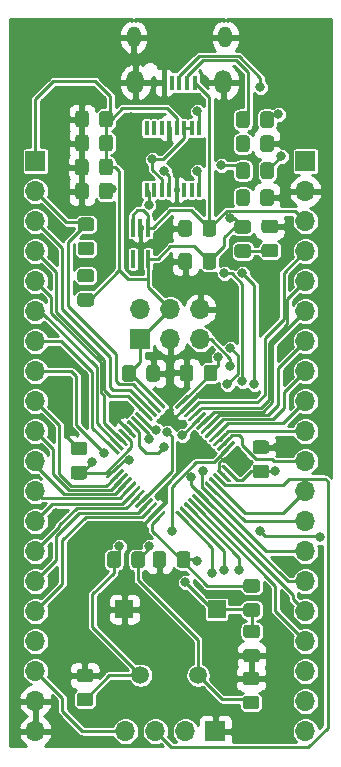
<source format=gbr>
%TF.GenerationSoftware,KiCad,Pcbnew,(5.1.6)-1*%
%TF.CreationDate,2021-02-04T14:06:32+01:00*%
%TF.ProjectId,DIY_Blackpill,4449595f-426c-4616-936b-70696c6c2e6b,rev?*%
%TF.SameCoordinates,Original*%
%TF.FileFunction,Copper,L1,Top*%
%TF.FilePolarity,Positive*%
%FSLAX46Y46*%
G04 Gerber Fmt 4.6, Leading zero omitted, Abs format (unit mm)*
G04 Created by KiCad (PCBNEW (5.1.6)-1) date 2021-02-04 14:06:32*
%MOMM*%
%LPD*%
G01*
G04 APERTURE LIST*
%TA.AperFunction,ComponentPad*%
%ADD10O,1.700000X1.700000*%
%TD*%
%TA.AperFunction,ComponentPad*%
%ADD11R,1.700000X1.700000*%
%TD*%
%TA.AperFunction,SMDPad,CuDef*%
%ADD12R,1.500000X1.500000*%
%TD*%
%TA.AperFunction,SMDPad,CuDef*%
%ADD13R,0.450000X1.300000*%
%TD*%
%TA.AperFunction,ComponentPad*%
%ADD14O,1.450000X2.000000*%
%TD*%
%TA.AperFunction,ComponentPad*%
%ADD15O,1.150000X1.800000*%
%TD*%
%TA.AperFunction,SMDPad,CuDef*%
%ADD16R,0.400000X1.200000*%
%TD*%
%TA.AperFunction,SMDPad,CuDef*%
%ADD17R,0.400000X1.500000*%
%TD*%
%TA.AperFunction,ComponentPad*%
%ADD18C,1.500000*%
%TD*%
%TA.AperFunction,ViaPad*%
%ADD19C,0.800000*%
%TD*%
%TA.AperFunction,Conductor*%
%ADD20C,0.250000*%
%TD*%
%TA.AperFunction,Conductor*%
%ADD21C,0.254000*%
%TD*%
G04 APERTURE END LIST*
D10*
%TO.P,J1,20*%
%TO.N,GND*%
X53340000Y-96180000D03*
%TO.P,J1,19*%
X53340000Y-93640000D03*
%TO.P,J1,18*%
%TO.N,+3V3*%
X53340000Y-91100000D03*
%TO.P,J1,17*%
%TO.N,/RESET*%
X53340000Y-88560000D03*
%TO.P,J1,16*%
%TO.N,/PB11*%
X53340000Y-86020000D03*
%TO.P,J1,15*%
%TO.N,/PB10*%
X53340000Y-83480000D03*
%TO.P,J1,14*%
%TO.N,/PB1*%
X53340000Y-80940000D03*
%TO.P,J1,13*%
%TO.N,/PB0*%
X53340000Y-78400000D03*
%TO.P,J1,12*%
%TO.N,/PA7*%
X53340000Y-75860000D03*
%TO.P,J1,11*%
%TO.N,/PA6*%
X53340000Y-73320000D03*
%TO.P,J1,10*%
%TO.N,/PA5*%
X53340000Y-70780000D03*
%TO.P,J1,9*%
%TO.N,/PA4*%
X53340000Y-68240000D03*
%TO.P,J1,8*%
%TO.N,/PA3*%
X53340000Y-65700000D03*
%TO.P,J1,7*%
%TO.N,/PA2*%
X53340000Y-63160000D03*
%TO.P,J1,6*%
%TO.N,/PA1*%
X53340000Y-60620000D03*
%TO.P,J1,5*%
%TO.N,/PA0*%
X53340000Y-58080000D03*
%TO.P,J1,4*%
%TO.N,/PC15*%
X53340000Y-55540000D03*
%TO.P,J1,3*%
%TO.N,/PC14*%
X53340000Y-53000000D03*
%TO.P,J1,2*%
%TO.N,/PC13*%
X53340000Y-50460000D03*
D11*
%TO.P,J1,1*%
%TO.N,+3V3*%
X53340000Y-47920000D03*
%TD*%
D12*
%TO.P,SW1,2*%
%TO.N,/RESET*%
X68670000Y-85852000D03*
%TO.P,SW1,1*%
%TO.N,GND*%
X60870000Y-85852000D03*
%TD*%
D10*
%TO.P,J4,6*%
%TO.N,GND*%
X67310000Y-60452000D03*
%TO.P,J4,5*%
%TO.N,/BOOT1*%
X67310000Y-62992000D03*
%TO.P,J4,4*%
%TO.N,+3V3*%
X64770000Y-60452000D03*
%TO.P,J4,3*%
%TO.N,GND*%
X64770000Y-62992000D03*
%TO.P,J4,2*%
%TO.N,/BOOT0*%
X62230000Y-60452000D03*
D11*
%TO.P,J4,1*%
%TO.N,+3V3*%
X62230000Y-62992000D03*
%TD*%
%TO.P,C1,1*%
%TO.N,+3V3*%
%TA.AperFunction,SMDPad,CuDef*%
G36*
G01*
X59884000Y-47962399D02*
X59884000Y-48862401D01*
G75*
G02*
X59634001Y-49112400I-249999J0D01*
G01*
X58983999Y-49112400D01*
G75*
G02*
X58734000Y-48862401I0J249999D01*
G01*
X58734000Y-47962399D01*
G75*
G02*
X58983999Y-47712400I249999J0D01*
G01*
X59634001Y-47712400D01*
G75*
G02*
X59884000Y-47962399I0J-249999D01*
G01*
G37*
%TD.AperFunction*%
%TO.P,C1,2*%
%TO.N,GND*%
%TA.AperFunction,SMDPad,CuDef*%
G36*
G01*
X57834000Y-47962399D02*
X57834000Y-48862401D01*
G75*
G02*
X57584001Y-49112400I-249999J0D01*
G01*
X56933999Y-49112400D01*
G75*
G02*
X56684000Y-48862401I0J249999D01*
G01*
X56684000Y-47962399D01*
G75*
G02*
X56933999Y-47712400I249999J0D01*
G01*
X57584001Y-47712400D01*
G75*
G02*
X57834000Y-47962399I0J-249999D01*
G01*
G37*
%TD.AperFunction*%
%TD*%
%TO.P,C2,1*%
%TO.N,+3V3*%
%TA.AperFunction,SMDPad,CuDef*%
G36*
G01*
X72878101Y-74755700D02*
X71978099Y-74755700D01*
G75*
G02*
X71728100Y-74505701I0J249999D01*
G01*
X71728100Y-73855699D01*
G75*
G02*
X71978099Y-73605700I249999J0D01*
G01*
X72878101Y-73605700D01*
G75*
G02*
X73128100Y-73855699I0J-249999D01*
G01*
X73128100Y-74505701D01*
G75*
G02*
X72878101Y-74755700I-249999J0D01*
G01*
G37*
%TD.AperFunction*%
%TO.P,C2,2*%
%TO.N,GND*%
%TA.AperFunction,SMDPad,CuDef*%
G36*
G01*
X72878101Y-72705700D02*
X71978099Y-72705700D01*
G75*
G02*
X71728100Y-72455701I0J249999D01*
G01*
X71728100Y-71805699D01*
G75*
G02*
X71978099Y-71555700I249999J0D01*
G01*
X72878101Y-71555700D01*
G75*
G02*
X73128100Y-71805699I0J-249999D01*
G01*
X73128100Y-72455701D01*
G75*
G02*
X72878101Y-72705700I-249999J0D01*
G01*
G37*
%TD.AperFunction*%
%TD*%
%TO.P,C3,1*%
%TO.N,/USB_D-*%
%TA.AperFunction,SMDPad,CuDef*%
G36*
G01*
X70323800Y-46881201D02*
X70323800Y-45981199D01*
G75*
G02*
X70573799Y-45731200I249999J0D01*
G01*
X71223801Y-45731200D01*
G75*
G02*
X71473800Y-45981199I0J-249999D01*
G01*
X71473800Y-46881201D01*
G75*
G02*
X71223801Y-47131200I-249999J0D01*
G01*
X70573799Y-47131200D01*
G75*
G02*
X70323800Y-46881201I0J249999D01*
G01*
G37*
%TD.AperFunction*%
%TO.P,C3,2*%
%TO.N,GND*%
%TA.AperFunction,SMDPad,CuDef*%
G36*
G01*
X72373800Y-46881201D02*
X72373800Y-45981199D01*
G75*
G02*
X72623799Y-45731200I249999J0D01*
G01*
X73273801Y-45731200D01*
G75*
G02*
X73523800Y-45981199I0J-249999D01*
G01*
X73523800Y-46881201D01*
G75*
G02*
X73273801Y-47131200I-249999J0D01*
G01*
X72623799Y-47131200D01*
G75*
G02*
X72373800Y-46881201I0J249999D01*
G01*
G37*
%TD.AperFunction*%
%TD*%
%TO.P,C4,2*%
%TO.N,GND*%
%TA.AperFunction,SMDPad,CuDef*%
G36*
G01*
X57852000Y-43898399D02*
X57852000Y-44798401D01*
G75*
G02*
X57602001Y-45048400I-249999J0D01*
G01*
X56951999Y-45048400D01*
G75*
G02*
X56702000Y-44798401I0J249999D01*
G01*
X56702000Y-43898399D01*
G75*
G02*
X56951999Y-43648400I249999J0D01*
G01*
X57602001Y-43648400D01*
G75*
G02*
X57852000Y-43898399I0J-249999D01*
G01*
G37*
%TD.AperFunction*%
%TO.P,C4,1*%
%TO.N,+3V3*%
%TA.AperFunction,SMDPad,CuDef*%
G36*
G01*
X59902000Y-43898399D02*
X59902000Y-44798401D01*
G75*
G02*
X59652001Y-45048400I-249999J0D01*
G01*
X59001999Y-45048400D01*
G75*
G02*
X58752000Y-44798401I0J249999D01*
G01*
X58752000Y-43898399D01*
G75*
G02*
X59001999Y-43648400I249999J0D01*
G01*
X59652001Y-43648400D01*
G75*
G02*
X59902000Y-43898399I0J-249999D01*
G01*
G37*
%TD.AperFunction*%
%TD*%
%TO.P,C5,2*%
%TO.N,GND*%
%TA.AperFunction,SMDPad,CuDef*%
G36*
G01*
X72373800Y-51453201D02*
X72373800Y-50553199D01*
G75*
G02*
X72623799Y-50303200I249999J0D01*
G01*
X73273801Y-50303200D01*
G75*
G02*
X73523800Y-50553199I0J-249999D01*
G01*
X73523800Y-51453201D01*
G75*
G02*
X73273801Y-51703200I-249999J0D01*
G01*
X72623799Y-51703200D01*
G75*
G02*
X72373800Y-51453201I0J249999D01*
G01*
G37*
%TD.AperFunction*%
%TO.P,C5,1*%
%TO.N,/USB_D+*%
%TA.AperFunction,SMDPad,CuDef*%
G36*
G01*
X70323800Y-51453201D02*
X70323800Y-50553199D01*
G75*
G02*
X70573799Y-50303200I249999J0D01*
G01*
X71223801Y-50303200D01*
G75*
G02*
X71473800Y-50553199I0J-249999D01*
G01*
X71473800Y-51453201D01*
G75*
G02*
X71223801Y-51703200I-249999J0D01*
G01*
X70573799Y-51703200D01*
G75*
G02*
X70323800Y-51453201I0J249999D01*
G01*
G37*
%TD.AperFunction*%
%TD*%
%TO.P,C6,1*%
%TO.N,+3V3*%
%TA.AperFunction,SMDPad,CuDef*%
G36*
G01*
X68748600Y-65386799D02*
X68748600Y-66286801D01*
G75*
G02*
X68498601Y-66536800I-249999J0D01*
G01*
X67848599Y-66536800D01*
G75*
G02*
X67598600Y-66286801I0J249999D01*
G01*
X67598600Y-65386799D01*
G75*
G02*
X67848599Y-65136800I249999J0D01*
G01*
X68498601Y-65136800D01*
G75*
G02*
X68748600Y-65386799I0J-249999D01*
G01*
G37*
%TD.AperFunction*%
%TO.P,C6,2*%
%TO.N,GND*%
%TA.AperFunction,SMDPad,CuDef*%
G36*
G01*
X66698600Y-65386799D02*
X66698600Y-66286801D01*
G75*
G02*
X66448601Y-66536800I-249999J0D01*
G01*
X65798599Y-66536800D01*
G75*
G02*
X65548600Y-66286801I0J249999D01*
G01*
X65548600Y-65386799D01*
G75*
G02*
X65798599Y-65136800I249999J0D01*
G01*
X66448601Y-65136800D01*
G75*
G02*
X66698600Y-65386799I0J-249999D01*
G01*
G37*
%TD.AperFunction*%
%TD*%
%TO.P,C7,1*%
%TO.N,+3V3*%
%TA.AperFunction,SMDPad,CuDef*%
G36*
G01*
X59902000Y-45930399D02*
X59902000Y-46830401D01*
G75*
G02*
X59652001Y-47080400I-249999J0D01*
G01*
X59001999Y-47080400D01*
G75*
G02*
X58752000Y-46830401I0J249999D01*
G01*
X58752000Y-45930399D01*
G75*
G02*
X59001999Y-45680400I249999J0D01*
G01*
X59652001Y-45680400D01*
G75*
G02*
X59902000Y-45930399I0J-249999D01*
G01*
G37*
%TD.AperFunction*%
%TO.P,C7,2*%
%TO.N,GND*%
%TA.AperFunction,SMDPad,CuDef*%
G36*
G01*
X57852000Y-45930399D02*
X57852000Y-46830401D01*
G75*
G02*
X57602001Y-47080400I-249999J0D01*
G01*
X56951999Y-47080400D01*
G75*
G02*
X56702000Y-46830401I0J249999D01*
G01*
X56702000Y-45930399D01*
G75*
G02*
X56951999Y-45680400I249999J0D01*
G01*
X57602001Y-45680400D01*
G75*
G02*
X57852000Y-45930399I0J-249999D01*
G01*
G37*
%TD.AperFunction*%
%TD*%
%TO.P,C8,1*%
%TO.N,+3V3*%
%TA.AperFunction,SMDPad,CuDef*%
G36*
G01*
X57473001Y-74870000D02*
X56572999Y-74870000D01*
G75*
G02*
X56323000Y-74620001I0J249999D01*
G01*
X56323000Y-73969999D01*
G75*
G02*
X56572999Y-73720000I249999J0D01*
G01*
X57473001Y-73720000D01*
G75*
G02*
X57723000Y-73969999I0J-249999D01*
G01*
X57723000Y-74620001D01*
G75*
G02*
X57473001Y-74870000I-249999J0D01*
G01*
G37*
%TD.AperFunction*%
%TO.P,C8,2*%
%TO.N,GND*%
%TA.AperFunction,SMDPad,CuDef*%
G36*
G01*
X57473001Y-72820000D02*
X56572999Y-72820000D01*
G75*
G02*
X56323000Y-72570001I0J249999D01*
G01*
X56323000Y-71919999D01*
G75*
G02*
X56572999Y-71670000I249999J0D01*
G01*
X57473001Y-71670000D01*
G75*
G02*
X57723000Y-71919999I0J-249999D01*
G01*
X57723000Y-72570001D01*
G75*
G02*
X57473001Y-72820000I-249999J0D01*
G01*
G37*
%TD.AperFunction*%
%TD*%
%TO.P,C9,2*%
%TO.N,GND*%
%TA.AperFunction,SMDPad,CuDef*%
G36*
G01*
X57843000Y-49994399D02*
X57843000Y-50894401D01*
G75*
G02*
X57593001Y-51144400I-249999J0D01*
G01*
X56942999Y-51144400D01*
G75*
G02*
X56693000Y-50894401I0J249999D01*
G01*
X56693000Y-49994399D01*
G75*
G02*
X56942999Y-49744400I249999J0D01*
G01*
X57593001Y-49744400D01*
G75*
G02*
X57843000Y-49994399I0J-249999D01*
G01*
G37*
%TD.AperFunction*%
%TO.P,C9,1*%
%TO.N,Net-(C9-Pad1)*%
%TA.AperFunction,SMDPad,CuDef*%
G36*
G01*
X59893000Y-49994399D02*
X59893000Y-50894401D01*
G75*
G02*
X59643001Y-51144400I-249999J0D01*
G01*
X58992999Y-51144400D01*
G75*
G02*
X58743000Y-50894401I0J249999D01*
G01*
X58743000Y-49994399D01*
G75*
G02*
X58992999Y-49744400I249999J0D01*
G01*
X59643001Y-49744400D01*
G75*
G02*
X59893000Y-49994399I0J-249999D01*
G01*
G37*
%TD.AperFunction*%
%TD*%
%TO.P,C10,2*%
%TO.N,GND*%
%TA.AperFunction,SMDPad,CuDef*%
G36*
G01*
X62721800Y-66337601D02*
X62721800Y-65437599D01*
G75*
G02*
X62971799Y-65187600I249999J0D01*
G01*
X63621801Y-65187600D01*
G75*
G02*
X63871800Y-65437599I0J-249999D01*
G01*
X63871800Y-66337601D01*
G75*
G02*
X63621801Y-66587600I-249999J0D01*
G01*
X62971799Y-66587600D01*
G75*
G02*
X62721800Y-66337601I0J249999D01*
G01*
G37*
%TD.AperFunction*%
%TO.P,C10,1*%
%TO.N,+3V3*%
%TA.AperFunction,SMDPad,CuDef*%
G36*
G01*
X60671800Y-66337601D02*
X60671800Y-65437599D01*
G75*
G02*
X60921799Y-65187600I249999J0D01*
G01*
X61571801Y-65187600D01*
G75*
G02*
X61821800Y-65437599I0J-249999D01*
G01*
X61821800Y-66337601D01*
G75*
G02*
X61571801Y-66587600I-249999J0D01*
G01*
X60921799Y-66587600D01*
G75*
G02*
X60671800Y-66337601I0J249999D01*
G01*
G37*
%TD.AperFunction*%
%TD*%
%TO.P,C11,1*%
%TO.N,+3V3*%
%TA.AperFunction,SMDPad,CuDef*%
G36*
G01*
X66449900Y-81185599D02*
X66449900Y-82085601D01*
G75*
G02*
X66199901Y-82335600I-249999J0D01*
G01*
X65549899Y-82335600D01*
G75*
G02*
X65299900Y-82085601I0J249999D01*
G01*
X65299900Y-81185599D01*
G75*
G02*
X65549899Y-80935600I249999J0D01*
G01*
X66199901Y-80935600D01*
G75*
G02*
X66449900Y-81185599I0J-249999D01*
G01*
G37*
%TD.AperFunction*%
%TO.P,C11,2*%
%TO.N,GND*%
%TA.AperFunction,SMDPad,CuDef*%
G36*
G01*
X64399900Y-81185599D02*
X64399900Y-82085601D01*
G75*
G02*
X64149901Y-82335600I-249999J0D01*
G01*
X63499899Y-82335600D01*
G75*
G02*
X63249900Y-82085601I0J249999D01*
G01*
X63249900Y-81185599D01*
G75*
G02*
X63499899Y-80935600I249999J0D01*
G01*
X64149901Y-80935600D01*
G75*
G02*
X64399900Y-81185599I0J-249999D01*
G01*
G37*
%TD.AperFunction*%
%TD*%
%TO.P,C12,2*%
%TO.N,GND*%
%TA.AperFunction,SMDPad,CuDef*%
G36*
G01*
X71190699Y-89206600D02*
X72090701Y-89206600D01*
G75*
G02*
X72340700Y-89456599I0J-249999D01*
G01*
X72340700Y-90106601D01*
G75*
G02*
X72090701Y-90356600I-249999J0D01*
G01*
X71190699Y-90356600D01*
G75*
G02*
X70940700Y-90106601I0J249999D01*
G01*
X70940700Y-89456599D01*
G75*
G02*
X71190699Y-89206600I249999J0D01*
G01*
G37*
%TD.AperFunction*%
%TO.P,C12,1*%
%TO.N,/RESET*%
%TA.AperFunction,SMDPad,CuDef*%
G36*
G01*
X71190699Y-87156600D02*
X72090701Y-87156600D01*
G75*
G02*
X72340700Y-87406599I0J-249999D01*
G01*
X72340700Y-88056601D01*
G75*
G02*
X72090701Y-88306600I-249999J0D01*
G01*
X71190699Y-88306600D01*
G75*
G02*
X70940700Y-88056601I0J249999D01*
G01*
X70940700Y-87406599D01*
G75*
G02*
X71190699Y-87156600I249999J0D01*
G01*
G37*
%TD.AperFunction*%
%TD*%
%TO.P,C13,2*%
%TO.N,GND*%
%TA.AperFunction,SMDPad,CuDef*%
G36*
G01*
X66597000Y-53143999D02*
X66597000Y-54044001D01*
G75*
G02*
X66347001Y-54294000I-249999J0D01*
G01*
X65696999Y-54294000D01*
G75*
G02*
X65447000Y-54044001I0J249999D01*
G01*
X65447000Y-53143999D01*
G75*
G02*
X65696999Y-52894000I249999J0D01*
G01*
X66347001Y-52894000D01*
G75*
G02*
X66597000Y-53143999I0J-249999D01*
G01*
G37*
%TD.AperFunction*%
%TO.P,C13,1*%
%TO.N,+5V*%
%TA.AperFunction,SMDPad,CuDef*%
G36*
G01*
X68647000Y-53143999D02*
X68647000Y-54044001D01*
G75*
G02*
X68397001Y-54294000I-249999J0D01*
G01*
X67746999Y-54294000D01*
G75*
G02*
X67497000Y-54044001I0J249999D01*
G01*
X67497000Y-53143999D01*
G75*
G02*
X67746999Y-52894000I249999J0D01*
G01*
X68397001Y-52894000D01*
G75*
G02*
X68647000Y-53143999I0J-249999D01*
G01*
G37*
%TD.AperFunction*%
%TD*%
%TO.P,C14,2*%
%TO.N,GND*%
%TA.AperFunction,SMDPad,CuDef*%
G36*
G01*
X72039901Y-92285400D02*
X71139899Y-92285400D01*
G75*
G02*
X70889900Y-92035401I0J249999D01*
G01*
X70889900Y-91385399D01*
G75*
G02*
X71139899Y-91135400I249999J0D01*
G01*
X72039901Y-91135400D01*
G75*
G02*
X72289900Y-91385399I0J-249999D01*
G01*
X72289900Y-92035401D01*
G75*
G02*
X72039901Y-92285400I-249999J0D01*
G01*
G37*
%TD.AperFunction*%
%TO.P,C14,1*%
%TO.N,/OSCIN*%
%TA.AperFunction,SMDPad,CuDef*%
G36*
G01*
X72039901Y-94335400D02*
X71139899Y-94335400D01*
G75*
G02*
X70889900Y-94085401I0J249999D01*
G01*
X70889900Y-93435399D01*
G75*
G02*
X71139899Y-93185400I249999J0D01*
G01*
X72039901Y-93185400D01*
G75*
G02*
X72289900Y-93435399I0J-249999D01*
G01*
X72289900Y-94085401D01*
G75*
G02*
X72039901Y-94335400I-249999J0D01*
G01*
G37*
%TD.AperFunction*%
%TD*%
%TO.P,C15,1*%
%TO.N,/OSCOUT*%
%TA.AperFunction,SMDPad,CuDef*%
G36*
G01*
X57968301Y-94085100D02*
X57068299Y-94085100D01*
G75*
G02*
X56818300Y-93835101I0J249999D01*
G01*
X56818300Y-93185099D01*
G75*
G02*
X57068299Y-92935100I249999J0D01*
G01*
X57968301Y-92935100D01*
G75*
G02*
X58218300Y-93185099I0J-249999D01*
G01*
X58218300Y-93835101D01*
G75*
G02*
X57968301Y-94085100I-249999J0D01*
G01*
G37*
%TD.AperFunction*%
%TO.P,C15,2*%
%TO.N,GND*%
%TA.AperFunction,SMDPad,CuDef*%
G36*
G01*
X57968301Y-92035100D02*
X57068299Y-92035100D01*
G75*
G02*
X56818300Y-91785101I0J249999D01*
G01*
X56818300Y-91135099D01*
G75*
G02*
X57068299Y-90885100I249999J0D01*
G01*
X57968301Y-90885100D01*
G75*
G02*
X58218300Y-91135099I0J-249999D01*
G01*
X58218300Y-91785101D01*
G75*
G02*
X57968301Y-92035100I-249999J0D01*
G01*
G37*
%TD.AperFunction*%
%TD*%
%TO.P,C16,1*%
%TO.N,+3V3*%
%TA.AperFunction,SMDPad,CuDef*%
G36*
G01*
X68647000Y-55937999D02*
X68647000Y-56838001D01*
G75*
G02*
X68397001Y-57088000I-249999J0D01*
G01*
X67746999Y-57088000D01*
G75*
G02*
X67497000Y-56838001I0J249999D01*
G01*
X67497000Y-55937999D01*
G75*
G02*
X67746999Y-55688000I249999J0D01*
G01*
X68397001Y-55688000D01*
G75*
G02*
X68647000Y-55937999I0J-249999D01*
G01*
G37*
%TD.AperFunction*%
%TO.P,C16,2*%
%TO.N,GND*%
%TA.AperFunction,SMDPad,CuDef*%
G36*
G01*
X66597000Y-55937999D02*
X66597000Y-56838001D01*
G75*
G02*
X66347001Y-57088000I-249999J0D01*
G01*
X65696999Y-57088000D01*
G75*
G02*
X65447000Y-56838001I0J249999D01*
G01*
X65447000Y-55937999D01*
G75*
G02*
X65696999Y-55688000I249999J0D01*
G01*
X66347001Y-55688000D01*
G75*
G02*
X66597000Y-55937999I0J-249999D01*
G01*
G37*
%TD.AperFunction*%
%TD*%
%TO.P,D1,2*%
%TO.N,+3V3*%
%TA.AperFunction,SMDPad,CuDef*%
G36*
G01*
X57144499Y-59085900D02*
X58044501Y-59085900D01*
G75*
G02*
X58294500Y-59335899I0J-249999D01*
G01*
X58294500Y-59985901D01*
G75*
G02*
X58044501Y-60235900I-249999J0D01*
G01*
X57144499Y-60235900D01*
G75*
G02*
X56894500Y-59985901I0J249999D01*
G01*
X56894500Y-59335899D01*
G75*
G02*
X57144499Y-59085900I249999J0D01*
G01*
G37*
%TD.AperFunction*%
%TO.P,D1,1*%
%TO.N,Net-(D1-Pad1)*%
%TA.AperFunction,SMDPad,CuDef*%
G36*
G01*
X57144499Y-57035900D02*
X58044501Y-57035900D01*
G75*
G02*
X58294500Y-57285899I0J-249999D01*
G01*
X58294500Y-57935901D01*
G75*
G02*
X58044501Y-58185900I-249999J0D01*
G01*
X57144499Y-58185900D01*
G75*
G02*
X56894500Y-57935901I0J249999D01*
G01*
X56894500Y-57285899D01*
G75*
G02*
X57144499Y-57035900I249999J0D01*
G01*
G37*
%TD.AperFunction*%
%TD*%
%TO.P,D2,1*%
%TO.N,Net-(D2-Pad1)*%
%TA.AperFunction,SMDPad,CuDef*%
G36*
G01*
X71341401Y-56095700D02*
X70441399Y-56095700D01*
G75*
G02*
X70191400Y-55845701I0J249999D01*
G01*
X70191400Y-55195699D01*
G75*
G02*
X70441399Y-54945700I249999J0D01*
G01*
X71341401Y-54945700D01*
G75*
G02*
X71591400Y-55195699I0J-249999D01*
G01*
X71591400Y-55845701D01*
G75*
G02*
X71341401Y-56095700I-249999J0D01*
G01*
G37*
%TD.AperFunction*%
%TO.P,D2,2*%
%TO.N,+3V3*%
%TA.AperFunction,SMDPad,CuDef*%
G36*
G01*
X71341401Y-54045700D02*
X70441399Y-54045700D01*
G75*
G02*
X70191400Y-53795701I0J249999D01*
G01*
X70191400Y-53145699D01*
G75*
G02*
X70441399Y-52895700I249999J0D01*
G01*
X71341401Y-52895700D01*
G75*
G02*
X71591400Y-53145699I0J-249999D01*
G01*
X71591400Y-53795701D01*
G75*
G02*
X71341401Y-54045700I-249999J0D01*
G01*
G37*
%TD.AperFunction*%
%TD*%
%TO.P,J2,1*%
%TO.N,+3V3*%
X76200000Y-47920000D03*
D10*
%TO.P,J2,2*%
%TO.N,GND*%
X76200000Y-50460000D03*
%TO.P,J2,3*%
%TO.N,+5V*%
X76200000Y-53000000D03*
%TO.P,J2,4*%
%TO.N,/PB9*%
X76200000Y-55540000D03*
%TO.P,J2,5*%
%TO.N,/PB8*%
X76200000Y-58080000D03*
%TO.P,J2,6*%
%TO.N,/PB7*%
X76200000Y-60620000D03*
%TO.P,J2,7*%
%TO.N,/PB6*%
X76200000Y-63160000D03*
%TO.P,J2,8*%
%TO.N,/PB5*%
X76200000Y-65700000D03*
%TO.P,J2,9*%
%TO.N,/PB4*%
X76200000Y-68240000D03*
%TO.P,J2,10*%
%TO.N,/PB3*%
X76200000Y-70780000D03*
%TO.P,J2,11*%
%TO.N,/PA15*%
X76200000Y-73320000D03*
%TO.P,J2,12*%
%TO.N,/PA12*%
X76200000Y-75860000D03*
%TO.P,J2,13*%
%TO.N,/PA11*%
X76200000Y-78400000D03*
%TO.P,J2,14*%
%TO.N,/TXD_USB*%
X76200000Y-80940000D03*
%TO.P,J2,15*%
%TO.N,/RXD_USB*%
X76200000Y-83480000D03*
%TO.P,J2,16*%
%TO.N,/PA8*%
X76200000Y-86020000D03*
%TO.P,J2,17*%
%TO.N,/PB15*%
X76200000Y-88560000D03*
%TO.P,J2,18*%
%TO.N,/PB14*%
X76200000Y-91100000D03*
%TO.P,J2,19*%
%TO.N,/PB13*%
X76200000Y-93640000D03*
%TO.P,J2,20*%
%TO.N,/PB12*%
X76200000Y-96180000D03*
%TD*%
D13*
%TO.P,J3,1*%
%TO.N,+5V*%
X66832000Y-41270000D03*
%TO.P,J3,2*%
%TO.N,/USB_D-*%
X66182000Y-41270000D03*
%TO.P,J3,3*%
%TO.N,/USB_D+*%
X65532000Y-41270000D03*
%TO.P,J3,4*%
%TO.N,Net-(J3-Pad4)*%
X64882000Y-41270000D03*
%TO.P,J3,5*%
%TO.N,GND*%
X64232000Y-41270000D03*
D14*
%TO.P,J3,6*%
X69257000Y-41220000D03*
X61807000Y-41220000D03*
D15*
X69407000Y-37420000D03*
X61657000Y-37420000D03*
%TD*%
D11*
%TO.P,J5,1*%
%TO.N,GND*%
X68580000Y-96180000D03*
D10*
%TO.P,J5,2*%
%TO.N,/SWCLK*%
X66040000Y-96180000D03*
%TO.P,J5,3*%
%TO.N,/SWDIO*%
X63500000Y-96180000D03*
%TO.P,J5,4*%
%TO.N,+3V3*%
X60960000Y-96180000D03*
%TD*%
%TO.P,R1,1*%
%TO.N,Net-(R1-Pad1)*%
%TA.AperFunction,SMDPad,CuDef*%
G36*
G01*
X73523800Y-43949199D02*
X73523800Y-44849201D01*
G75*
G02*
X73273801Y-45099200I-249999J0D01*
G01*
X72623799Y-45099200D01*
G75*
G02*
X72373800Y-44849201I0J249999D01*
G01*
X72373800Y-43949199D01*
G75*
G02*
X72623799Y-43699200I249999J0D01*
G01*
X73273801Y-43699200D01*
G75*
G02*
X73523800Y-43949199I0J-249999D01*
G01*
G37*
%TD.AperFunction*%
%TO.P,R1,2*%
%TO.N,/USB_D-*%
%TA.AperFunction,SMDPad,CuDef*%
G36*
G01*
X71473800Y-43949199D02*
X71473800Y-44849201D01*
G75*
G02*
X71223801Y-45099200I-249999J0D01*
G01*
X70573799Y-45099200D01*
G75*
G02*
X70323800Y-44849201I0J249999D01*
G01*
X70323800Y-43949199D01*
G75*
G02*
X70573799Y-43699200I249999J0D01*
G01*
X71223801Y-43699200D01*
G75*
G02*
X71473800Y-43949199I0J-249999D01*
G01*
G37*
%TD.AperFunction*%
%TD*%
%TO.P,R2,2*%
%TO.N,/USB_D+*%
%TA.AperFunction,SMDPad,CuDef*%
G36*
G01*
X71482800Y-48267199D02*
X71482800Y-49167201D01*
G75*
G02*
X71232801Y-49417200I-249999J0D01*
G01*
X70582799Y-49417200D01*
G75*
G02*
X70332800Y-49167201I0J249999D01*
G01*
X70332800Y-48267199D01*
G75*
G02*
X70582799Y-48017200I249999J0D01*
G01*
X71232801Y-48017200D01*
G75*
G02*
X71482800Y-48267199I0J-249999D01*
G01*
G37*
%TD.AperFunction*%
%TO.P,R2,1*%
%TO.N,Net-(R2-Pad1)*%
%TA.AperFunction,SMDPad,CuDef*%
G36*
G01*
X73532800Y-48267199D02*
X73532800Y-49167201D01*
G75*
G02*
X73282801Y-49417200I-249999J0D01*
G01*
X72632799Y-49417200D01*
G75*
G02*
X72382800Y-49167201I0J249999D01*
G01*
X72382800Y-48267199D01*
G75*
G02*
X72632799Y-48017200I249999J0D01*
G01*
X73282801Y-48017200D01*
G75*
G02*
X73532800Y-48267199I0J-249999D01*
G01*
G37*
%TD.AperFunction*%
%TD*%
%TO.P,R3,1*%
%TO.N,/PC13*%
%TA.AperFunction,SMDPad,CuDef*%
G36*
G01*
X57169899Y-52679800D02*
X58069901Y-52679800D01*
G75*
G02*
X58319900Y-52929799I0J-249999D01*
G01*
X58319900Y-53579801D01*
G75*
G02*
X58069901Y-53829800I-249999J0D01*
G01*
X57169899Y-53829800D01*
G75*
G02*
X56919900Y-53579801I0J249999D01*
G01*
X56919900Y-52929799D01*
G75*
G02*
X57169899Y-52679800I249999J0D01*
G01*
G37*
%TD.AperFunction*%
%TO.P,R3,2*%
%TO.N,Net-(D1-Pad1)*%
%TA.AperFunction,SMDPad,CuDef*%
G36*
G01*
X57169899Y-54729800D02*
X58069901Y-54729800D01*
G75*
G02*
X58319900Y-54979799I0J-249999D01*
G01*
X58319900Y-55629801D01*
G75*
G02*
X58069901Y-55879800I-249999J0D01*
G01*
X57169899Y-55879800D01*
G75*
G02*
X56919900Y-55629801I0J249999D01*
G01*
X56919900Y-54979799D01*
G75*
G02*
X57169899Y-54729800I249999J0D01*
G01*
G37*
%TD.AperFunction*%
%TD*%
%TO.P,R4,2*%
%TO.N,Net-(D2-Pad1)*%
%TA.AperFunction,SMDPad,CuDef*%
G36*
G01*
X72727399Y-54911300D02*
X73627401Y-54911300D01*
G75*
G02*
X73877400Y-55161299I0J-249999D01*
G01*
X73877400Y-55811301D01*
G75*
G02*
X73627401Y-56061300I-249999J0D01*
G01*
X72727399Y-56061300D01*
G75*
G02*
X72477400Y-55811301I0J249999D01*
G01*
X72477400Y-55161299D01*
G75*
G02*
X72727399Y-54911300I249999J0D01*
G01*
G37*
%TD.AperFunction*%
%TO.P,R4,1*%
%TO.N,GND*%
%TA.AperFunction,SMDPad,CuDef*%
G36*
G01*
X72727399Y-52861300D02*
X73627401Y-52861300D01*
G75*
G02*
X73877400Y-53111299I0J-249999D01*
G01*
X73877400Y-53761301D01*
G75*
G02*
X73627401Y-54011300I-249999J0D01*
G01*
X72727399Y-54011300D01*
G75*
G02*
X72477400Y-53761301I0J249999D01*
G01*
X72477400Y-53111299D01*
G75*
G02*
X72727399Y-52861300I249999J0D01*
G01*
G37*
%TD.AperFunction*%
%TD*%
%TO.P,R5,1*%
%TO.N,/RESET*%
%TA.AperFunction,SMDPad,CuDef*%
G36*
G01*
X72103401Y-86490500D02*
X71203399Y-86490500D01*
G75*
G02*
X70953400Y-86240501I0J249999D01*
G01*
X70953400Y-85590499D01*
G75*
G02*
X71203399Y-85340500I249999J0D01*
G01*
X72103401Y-85340500D01*
G75*
G02*
X72353400Y-85590499I0J-249999D01*
G01*
X72353400Y-86240501D01*
G75*
G02*
X72103401Y-86490500I-249999J0D01*
G01*
G37*
%TD.AperFunction*%
%TO.P,R5,2*%
%TO.N,+3V3*%
%TA.AperFunction,SMDPad,CuDef*%
G36*
G01*
X72103401Y-84440500D02*
X71203399Y-84440500D01*
G75*
G02*
X70953400Y-84190501I0J249999D01*
G01*
X70953400Y-83540499D01*
G75*
G02*
X71203399Y-83290500I249999J0D01*
G01*
X72103401Y-83290500D01*
G75*
G02*
X72353400Y-83540499I0J-249999D01*
G01*
X72353400Y-84190501D01*
G75*
G02*
X72103401Y-84440500I-249999J0D01*
G01*
G37*
%TD.AperFunction*%
%TD*%
%TO.P,R6,2*%
%TO.N,/OSCIN*%
%TA.AperFunction,SMDPad,CuDef*%
G36*
G01*
X61457100Y-82111001D02*
X61457100Y-81210999D01*
G75*
G02*
X61707099Y-80961000I249999J0D01*
G01*
X62357101Y-80961000D01*
G75*
G02*
X62607100Y-81210999I0J-249999D01*
G01*
X62607100Y-82111001D01*
G75*
G02*
X62357101Y-82361000I-249999J0D01*
G01*
X61707099Y-82361000D01*
G75*
G02*
X61457100Y-82111001I0J249999D01*
G01*
G37*
%TD.AperFunction*%
%TO.P,R6,1*%
%TO.N,/OSCOUT*%
%TA.AperFunction,SMDPad,CuDef*%
G36*
G01*
X59407100Y-82111001D02*
X59407100Y-81210999D01*
G75*
G02*
X59657099Y-80961000I249999J0D01*
G01*
X60307101Y-80961000D01*
G75*
G02*
X60557100Y-81210999I0J-249999D01*
G01*
X60557100Y-82111001D01*
G75*
G02*
X60307101Y-82361000I-249999J0D01*
G01*
X59657099Y-82361000D01*
G75*
G02*
X59407100Y-82111001I0J249999D01*
G01*
G37*
%TD.AperFunction*%
%TD*%
%TO.P,U1,48*%
%TO.N,+3V3*%
%TA.AperFunction,SMDPad,CuDef*%
G36*
G01*
X65194264Y-68664516D02*
X66131180Y-67727600D01*
G75*
G02*
X66237246Y-67727600I53033J-53033D01*
G01*
X66343312Y-67833666D01*
G75*
G02*
X66343312Y-67939732I-53033J-53033D01*
G01*
X65406396Y-68876648D01*
G75*
G02*
X65300330Y-68876648I-53033J53033D01*
G01*
X65194264Y-68770582D01*
G75*
G02*
X65194264Y-68664516I53033J53033D01*
G01*
G37*
%TD.AperFunction*%
%TO.P,U1,47*%
%TO.N,GND*%
%TA.AperFunction,SMDPad,CuDef*%
G36*
G01*
X65547818Y-69018070D02*
X66484734Y-68081154D01*
G75*
G02*
X66590800Y-68081154I53033J-53033D01*
G01*
X66696866Y-68187220D01*
G75*
G02*
X66696866Y-68293286I-53033J-53033D01*
G01*
X65759950Y-69230202D01*
G75*
G02*
X65653884Y-69230202I-53033J53033D01*
G01*
X65547818Y-69124136D01*
G75*
G02*
X65547818Y-69018070I53033J53033D01*
G01*
G37*
%TD.AperFunction*%
%TO.P,U1,46*%
%TO.N,/PB9*%
%TA.AperFunction,SMDPad,CuDef*%
G36*
G01*
X65901371Y-69371623D02*
X66838287Y-68434707D01*
G75*
G02*
X66944353Y-68434707I53033J-53033D01*
G01*
X67050419Y-68540773D01*
G75*
G02*
X67050419Y-68646839I-53033J-53033D01*
G01*
X66113503Y-69583755D01*
G75*
G02*
X66007437Y-69583755I-53033J53033D01*
G01*
X65901371Y-69477689D01*
G75*
G02*
X65901371Y-69371623I53033J53033D01*
G01*
G37*
%TD.AperFunction*%
%TO.P,U1,45*%
%TO.N,/PB8*%
%TA.AperFunction,SMDPad,CuDef*%
G36*
G01*
X66254925Y-69725177D02*
X67191841Y-68788261D01*
G75*
G02*
X67297907Y-68788261I53033J-53033D01*
G01*
X67403973Y-68894327D01*
G75*
G02*
X67403973Y-69000393I-53033J-53033D01*
G01*
X66467057Y-69937309D01*
G75*
G02*
X66360991Y-69937309I-53033J53033D01*
G01*
X66254925Y-69831243D01*
G75*
G02*
X66254925Y-69725177I53033J53033D01*
G01*
G37*
%TD.AperFunction*%
%TO.P,U1,44*%
%TO.N,/BOOT0*%
%TA.AperFunction,SMDPad,CuDef*%
G36*
G01*
X66608478Y-70078730D02*
X67545394Y-69141814D01*
G75*
G02*
X67651460Y-69141814I53033J-53033D01*
G01*
X67757526Y-69247880D01*
G75*
G02*
X67757526Y-69353946I-53033J-53033D01*
G01*
X66820610Y-70290862D01*
G75*
G02*
X66714544Y-70290862I-53033J53033D01*
G01*
X66608478Y-70184796D01*
G75*
G02*
X66608478Y-70078730I53033J53033D01*
G01*
G37*
%TD.AperFunction*%
%TO.P,U1,43*%
%TO.N,/PB7*%
%TA.AperFunction,SMDPad,CuDef*%
G36*
G01*
X66962031Y-70432283D02*
X67898947Y-69495367D01*
G75*
G02*
X68005013Y-69495367I53033J-53033D01*
G01*
X68111079Y-69601433D01*
G75*
G02*
X68111079Y-69707499I-53033J-53033D01*
G01*
X67174163Y-70644415D01*
G75*
G02*
X67068097Y-70644415I-53033J53033D01*
G01*
X66962031Y-70538349D01*
G75*
G02*
X66962031Y-70432283I53033J53033D01*
G01*
G37*
%TD.AperFunction*%
%TO.P,U1,42*%
%TO.N,/PB6*%
%TA.AperFunction,SMDPad,CuDef*%
G36*
G01*
X67315585Y-70785837D02*
X68252501Y-69848921D01*
G75*
G02*
X68358567Y-69848921I53033J-53033D01*
G01*
X68464633Y-69954987D01*
G75*
G02*
X68464633Y-70061053I-53033J-53033D01*
G01*
X67527717Y-70997969D01*
G75*
G02*
X67421651Y-70997969I-53033J53033D01*
G01*
X67315585Y-70891903D01*
G75*
G02*
X67315585Y-70785837I53033J53033D01*
G01*
G37*
%TD.AperFunction*%
%TO.P,U1,41*%
%TO.N,/PB5*%
%TA.AperFunction,SMDPad,CuDef*%
G36*
G01*
X67669138Y-71139390D02*
X68606054Y-70202474D01*
G75*
G02*
X68712120Y-70202474I53033J-53033D01*
G01*
X68818186Y-70308540D01*
G75*
G02*
X68818186Y-70414606I-53033J-53033D01*
G01*
X67881270Y-71351522D01*
G75*
G02*
X67775204Y-71351522I-53033J53033D01*
G01*
X67669138Y-71245456D01*
G75*
G02*
X67669138Y-71139390I53033J53033D01*
G01*
G37*
%TD.AperFunction*%
%TO.P,U1,40*%
%TO.N,/PB4*%
%TA.AperFunction,SMDPad,CuDef*%
G36*
G01*
X68022691Y-71492943D02*
X68959607Y-70556027D01*
G75*
G02*
X69065673Y-70556027I53033J-53033D01*
G01*
X69171739Y-70662093D01*
G75*
G02*
X69171739Y-70768159I-53033J-53033D01*
G01*
X68234823Y-71705075D01*
G75*
G02*
X68128757Y-71705075I-53033J53033D01*
G01*
X68022691Y-71599009D01*
G75*
G02*
X68022691Y-71492943I53033J53033D01*
G01*
G37*
%TD.AperFunction*%
%TO.P,U1,39*%
%TO.N,/PB3*%
%TA.AperFunction,SMDPad,CuDef*%
G36*
G01*
X68376245Y-71846497D02*
X69313161Y-70909581D01*
G75*
G02*
X69419227Y-70909581I53033J-53033D01*
G01*
X69525293Y-71015647D01*
G75*
G02*
X69525293Y-71121713I-53033J-53033D01*
G01*
X68588377Y-72058629D01*
G75*
G02*
X68482311Y-72058629I-53033J53033D01*
G01*
X68376245Y-71952563D01*
G75*
G02*
X68376245Y-71846497I53033J53033D01*
G01*
G37*
%TD.AperFunction*%
%TO.P,U1,38*%
%TO.N,/PA15*%
%TA.AperFunction,SMDPad,CuDef*%
G36*
G01*
X68729798Y-72200050D02*
X69666714Y-71263134D01*
G75*
G02*
X69772780Y-71263134I53033J-53033D01*
G01*
X69878846Y-71369200D01*
G75*
G02*
X69878846Y-71475266I-53033J-53033D01*
G01*
X68941930Y-72412182D01*
G75*
G02*
X68835864Y-72412182I-53033J53033D01*
G01*
X68729798Y-72306116D01*
G75*
G02*
X68729798Y-72200050I53033J53033D01*
G01*
G37*
%TD.AperFunction*%
%TO.P,U1,37*%
%TO.N,/SWCLK*%
%TA.AperFunction,SMDPad,CuDef*%
G36*
G01*
X69083352Y-72553604D02*
X70020268Y-71616688D01*
G75*
G02*
X70126334Y-71616688I53033J-53033D01*
G01*
X70232400Y-71722754D01*
G75*
G02*
X70232400Y-71828820I-53033J-53033D01*
G01*
X69295484Y-72765736D01*
G75*
G02*
X69189418Y-72765736I-53033J53033D01*
G01*
X69083352Y-72659670D01*
G75*
G02*
X69083352Y-72553604I53033J53033D01*
G01*
G37*
%TD.AperFunction*%
%TO.P,U1,36*%
%TO.N,+3V3*%
%TA.AperFunction,SMDPad,CuDef*%
G36*
G01*
X69083352Y-73720330D02*
X69189418Y-73614264D01*
G75*
G02*
X69295484Y-73614264I53033J-53033D01*
G01*
X70232400Y-74551180D01*
G75*
G02*
X70232400Y-74657246I-53033J-53033D01*
G01*
X70126334Y-74763312D01*
G75*
G02*
X70020268Y-74763312I-53033J53033D01*
G01*
X69083352Y-73826396D01*
G75*
G02*
X69083352Y-73720330I53033J53033D01*
G01*
G37*
%TD.AperFunction*%
%TO.P,U1,35*%
%TO.N,GND*%
%TA.AperFunction,SMDPad,CuDef*%
G36*
G01*
X68729798Y-74073884D02*
X68835864Y-73967818D01*
G75*
G02*
X68941930Y-73967818I53033J-53033D01*
G01*
X69878846Y-74904734D01*
G75*
G02*
X69878846Y-75010800I-53033J-53033D01*
G01*
X69772780Y-75116866D01*
G75*
G02*
X69666714Y-75116866I-53033J53033D01*
G01*
X68729798Y-74179950D01*
G75*
G02*
X68729798Y-74073884I53033J53033D01*
G01*
G37*
%TD.AperFunction*%
%TO.P,U1,34*%
%TO.N,/SWDIO*%
%TA.AperFunction,SMDPad,CuDef*%
G36*
G01*
X68376245Y-74427437D02*
X68482311Y-74321371D01*
G75*
G02*
X68588377Y-74321371I53033J-53033D01*
G01*
X69525293Y-75258287D01*
G75*
G02*
X69525293Y-75364353I-53033J-53033D01*
G01*
X69419227Y-75470419D01*
G75*
G02*
X69313161Y-75470419I-53033J53033D01*
G01*
X68376245Y-74533503D01*
G75*
G02*
X68376245Y-74427437I53033J53033D01*
G01*
G37*
%TD.AperFunction*%
%TO.P,U1,33*%
%TO.N,/PA12*%
%TA.AperFunction,SMDPad,CuDef*%
G36*
G01*
X68022691Y-74780991D02*
X68128757Y-74674925D01*
G75*
G02*
X68234823Y-74674925I53033J-53033D01*
G01*
X69171739Y-75611841D01*
G75*
G02*
X69171739Y-75717907I-53033J-53033D01*
G01*
X69065673Y-75823973D01*
G75*
G02*
X68959607Y-75823973I-53033J53033D01*
G01*
X68022691Y-74887057D01*
G75*
G02*
X68022691Y-74780991I53033J53033D01*
G01*
G37*
%TD.AperFunction*%
%TO.P,U1,32*%
%TO.N,/PA11*%
%TA.AperFunction,SMDPad,CuDef*%
G36*
G01*
X67669138Y-75134544D02*
X67775204Y-75028478D01*
G75*
G02*
X67881270Y-75028478I53033J-53033D01*
G01*
X68818186Y-75965394D01*
G75*
G02*
X68818186Y-76071460I-53033J-53033D01*
G01*
X68712120Y-76177526D01*
G75*
G02*
X68606054Y-76177526I-53033J53033D01*
G01*
X67669138Y-75240610D01*
G75*
G02*
X67669138Y-75134544I53033J53033D01*
G01*
G37*
%TD.AperFunction*%
%TO.P,U1,31*%
%TO.N,/TXD_USB*%
%TA.AperFunction,SMDPad,CuDef*%
G36*
G01*
X67315585Y-75488097D02*
X67421651Y-75382031D01*
G75*
G02*
X67527717Y-75382031I53033J-53033D01*
G01*
X68464633Y-76318947D01*
G75*
G02*
X68464633Y-76425013I-53033J-53033D01*
G01*
X68358567Y-76531079D01*
G75*
G02*
X68252501Y-76531079I-53033J53033D01*
G01*
X67315585Y-75594163D01*
G75*
G02*
X67315585Y-75488097I53033J53033D01*
G01*
G37*
%TD.AperFunction*%
%TO.P,U1,30*%
%TO.N,/RXD_USB*%
%TA.AperFunction,SMDPad,CuDef*%
G36*
G01*
X66962031Y-75841651D02*
X67068097Y-75735585D01*
G75*
G02*
X67174163Y-75735585I53033J-53033D01*
G01*
X68111079Y-76672501D01*
G75*
G02*
X68111079Y-76778567I-53033J-53033D01*
G01*
X68005013Y-76884633D01*
G75*
G02*
X67898947Y-76884633I-53033J53033D01*
G01*
X66962031Y-75947717D01*
G75*
G02*
X66962031Y-75841651I53033J53033D01*
G01*
G37*
%TD.AperFunction*%
%TO.P,U1,29*%
%TO.N,/PA8*%
%TA.AperFunction,SMDPad,CuDef*%
G36*
G01*
X66608478Y-76195204D02*
X66714544Y-76089138D01*
G75*
G02*
X66820610Y-76089138I53033J-53033D01*
G01*
X67757526Y-77026054D01*
G75*
G02*
X67757526Y-77132120I-53033J-53033D01*
G01*
X67651460Y-77238186D01*
G75*
G02*
X67545394Y-77238186I-53033J53033D01*
G01*
X66608478Y-76301270D01*
G75*
G02*
X66608478Y-76195204I53033J53033D01*
G01*
G37*
%TD.AperFunction*%
%TO.P,U1,28*%
%TO.N,/PB15*%
%TA.AperFunction,SMDPad,CuDef*%
G36*
G01*
X66254925Y-76548757D02*
X66360991Y-76442691D01*
G75*
G02*
X66467057Y-76442691I53033J-53033D01*
G01*
X67403973Y-77379607D01*
G75*
G02*
X67403973Y-77485673I-53033J-53033D01*
G01*
X67297907Y-77591739D01*
G75*
G02*
X67191841Y-77591739I-53033J53033D01*
G01*
X66254925Y-76654823D01*
G75*
G02*
X66254925Y-76548757I53033J53033D01*
G01*
G37*
%TD.AperFunction*%
%TO.P,U1,27*%
%TO.N,/PB14*%
%TA.AperFunction,SMDPad,CuDef*%
G36*
G01*
X65901371Y-76902311D02*
X66007437Y-76796245D01*
G75*
G02*
X66113503Y-76796245I53033J-53033D01*
G01*
X67050419Y-77733161D01*
G75*
G02*
X67050419Y-77839227I-53033J-53033D01*
G01*
X66944353Y-77945293D01*
G75*
G02*
X66838287Y-77945293I-53033J53033D01*
G01*
X65901371Y-77008377D01*
G75*
G02*
X65901371Y-76902311I53033J53033D01*
G01*
G37*
%TD.AperFunction*%
%TO.P,U1,26*%
%TO.N,/PB13*%
%TA.AperFunction,SMDPad,CuDef*%
G36*
G01*
X65547818Y-77255864D02*
X65653884Y-77149798D01*
G75*
G02*
X65759950Y-77149798I53033J-53033D01*
G01*
X66696866Y-78086714D01*
G75*
G02*
X66696866Y-78192780I-53033J-53033D01*
G01*
X66590800Y-78298846D01*
G75*
G02*
X66484734Y-78298846I-53033J53033D01*
G01*
X65547818Y-77361930D01*
G75*
G02*
X65547818Y-77255864I53033J53033D01*
G01*
G37*
%TD.AperFunction*%
%TO.P,U1,25*%
%TO.N,/PB12*%
%TA.AperFunction,SMDPad,CuDef*%
G36*
G01*
X65194264Y-77609418D02*
X65300330Y-77503352D01*
G75*
G02*
X65406396Y-77503352I53033J-53033D01*
G01*
X66343312Y-78440268D01*
G75*
G02*
X66343312Y-78546334I-53033J-53033D01*
G01*
X66237246Y-78652400D01*
G75*
G02*
X66131180Y-78652400I-53033J53033D01*
G01*
X65194264Y-77715484D01*
G75*
G02*
X65194264Y-77609418I53033J53033D01*
G01*
G37*
%TD.AperFunction*%
%TO.P,U1,24*%
%TO.N,+3V3*%
%TA.AperFunction,SMDPad,CuDef*%
G36*
G01*
X63196688Y-78440268D02*
X64133604Y-77503352D01*
G75*
G02*
X64239670Y-77503352I53033J-53033D01*
G01*
X64345736Y-77609418D01*
G75*
G02*
X64345736Y-77715484I-53033J-53033D01*
G01*
X63408820Y-78652400D01*
G75*
G02*
X63302754Y-78652400I-53033J53033D01*
G01*
X63196688Y-78546334D01*
G75*
G02*
X63196688Y-78440268I53033J53033D01*
G01*
G37*
%TD.AperFunction*%
%TO.P,U1,23*%
%TO.N,GND*%
%TA.AperFunction,SMDPad,CuDef*%
G36*
G01*
X62843134Y-78086714D02*
X63780050Y-77149798D01*
G75*
G02*
X63886116Y-77149798I53033J-53033D01*
G01*
X63992182Y-77255864D01*
G75*
G02*
X63992182Y-77361930I-53033J-53033D01*
G01*
X63055266Y-78298846D01*
G75*
G02*
X62949200Y-78298846I-53033J53033D01*
G01*
X62843134Y-78192780D01*
G75*
G02*
X62843134Y-78086714I53033J53033D01*
G01*
G37*
%TD.AperFunction*%
%TO.P,U1,22*%
%TO.N,/PB11*%
%TA.AperFunction,SMDPad,CuDef*%
G36*
G01*
X62489581Y-77733161D02*
X63426497Y-76796245D01*
G75*
G02*
X63532563Y-76796245I53033J-53033D01*
G01*
X63638629Y-76902311D01*
G75*
G02*
X63638629Y-77008377I-53033J-53033D01*
G01*
X62701713Y-77945293D01*
G75*
G02*
X62595647Y-77945293I-53033J53033D01*
G01*
X62489581Y-77839227D01*
G75*
G02*
X62489581Y-77733161I53033J53033D01*
G01*
G37*
%TD.AperFunction*%
%TO.P,U1,21*%
%TO.N,/PB10*%
%TA.AperFunction,SMDPad,CuDef*%
G36*
G01*
X62136027Y-77379607D02*
X63072943Y-76442691D01*
G75*
G02*
X63179009Y-76442691I53033J-53033D01*
G01*
X63285075Y-76548757D01*
G75*
G02*
X63285075Y-76654823I-53033J-53033D01*
G01*
X62348159Y-77591739D01*
G75*
G02*
X62242093Y-77591739I-53033J53033D01*
G01*
X62136027Y-77485673D01*
G75*
G02*
X62136027Y-77379607I53033J53033D01*
G01*
G37*
%TD.AperFunction*%
%TO.P,U1,20*%
%TO.N,/BOOT1*%
%TA.AperFunction,SMDPad,CuDef*%
G36*
G01*
X61782474Y-77026054D02*
X62719390Y-76089138D01*
G75*
G02*
X62825456Y-76089138I53033J-53033D01*
G01*
X62931522Y-76195204D01*
G75*
G02*
X62931522Y-76301270I-53033J-53033D01*
G01*
X61994606Y-77238186D01*
G75*
G02*
X61888540Y-77238186I-53033J53033D01*
G01*
X61782474Y-77132120D01*
G75*
G02*
X61782474Y-77026054I53033J53033D01*
G01*
G37*
%TD.AperFunction*%
%TO.P,U1,19*%
%TO.N,/PB1*%
%TA.AperFunction,SMDPad,CuDef*%
G36*
G01*
X61428921Y-76672501D02*
X62365837Y-75735585D01*
G75*
G02*
X62471903Y-75735585I53033J-53033D01*
G01*
X62577969Y-75841651D01*
G75*
G02*
X62577969Y-75947717I-53033J-53033D01*
G01*
X61641053Y-76884633D01*
G75*
G02*
X61534987Y-76884633I-53033J53033D01*
G01*
X61428921Y-76778567D01*
G75*
G02*
X61428921Y-76672501I53033J53033D01*
G01*
G37*
%TD.AperFunction*%
%TO.P,U1,18*%
%TO.N,/PB0*%
%TA.AperFunction,SMDPad,CuDef*%
G36*
G01*
X61075367Y-76318947D02*
X62012283Y-75382031D01*
G75*
G02*
X62118349Y-75382031I53033J-53033D01*
G01*
X62224415Y-75488097D01*
G75*
G02*
X62224415Y-75594163I-53033J-53033D01*
G01*
X61287499Y-76531079D01*
G75*
G02*
X61181433Y-76531079I-53033J53033D01*
G01*
X61075367Y-76425013D01*
G75*
G02*
X61075367Y-76318947I53033J53033D01*
G01*
G37*
%TD.AperFunction*%
%TO.P,U1,17*%
%TO.N,/PA7*%
%TA.AperFunction,SMDPad,CuDef*%
G36*
G01*
X60721814Y-75965394D02*
X61658730Y-75028478D01*
G75*
G02*
X61764796Y-75028478I53033J-53033D01*
G01*
X61870862Y-75134544D01*
G75*
G02*
X61870862Y-75240610I-53033J-53033D01*
G01*
X60933946Y-76177526D01*
G75*
G02*
X60827880Y-76177526I-53033J53033D01*
G01*
X60721814Y-76071460D01*
G75*
G02*
X60721814Y-75965394I53033J53033D01*
G01*
G37*
%TD.AperFunction*%
%TO.P,U1,16*%
%TO.N,/PA6*%
%TA.AperFunction,SMDPad,CuDef*%
G36*
G01*
X60368261Y-75611841D02*
X61305177Y-74674925D01*
G75*
G02*
X61411243Y-74674925I53033J-53033D01*
G01*
X61517309Y-74780991D01*
G75*
G02*
X61517309Y-74887057I-53033J-53033D01*
G01*
X60580393Y-75823973D01*
G75*
G02*
X60474327Y-75823973I-53033J53033D01*
G01*
X60368261Y-75717907D01*
G75*
G02*
X60368261Y-75611841I53033J53033D01*
G01*
G37*
%TD.AperFunction*%
%TO.P,U1,15*%
%TO.N,/PA5*%
%TA.AperFunction,SMDPad,CuDef*%
G36*
G01*
X60014707Y-75258287D02*
X60951623Y-74321371D01*
G75*
G02*
X61057689Y-74321371I53033J-53033D01*
G01*
X61163755Y-74427437D01*
G75*
G02*
X61163755Y-74533503I-53033J-53033D01*
G01*
X60226839Y-75470419D01*
G75*
G02*
X60120773Y-75470419I-53033J53033D01*
G01*
X60014707Y-75364353D01*
G75*
G02*
X60014707Y-75258287I53033J53033D01*
G01*
G37*
%TD.AperFunction*%
%TO.P,U1,14*%
%TO.N,/PA4*%
%TA.AperFunction,SMDPad,CuDef*%
G36*
G01*
X59661154Y-74904734D02*
X60598070Y-73967818D01*
G75*
G02*
X60704136Y-73967818I53033J-53033D01*
G01*
X60810202Y-74073884D01*
G75*
G02*
X60810202Y-74179950I-53033J-53033D01*
G01*
X59873286Y-75116866D01*
G75*
G02*
X59767220Y-75116866I-53033J53033D01*
G01*
X59661154Y-75010800D01*
G75*
G02*
X59661154Y-74904734I53033J53033D01*
G01*
G37*
%TD.AperFunction*%
%TO.P,U1,13*%
%TO.N,/PA3*%
%TA.AperFunction,SMDPad,CuDef*%
G36*
G01*
X59307600Y-74551180D02*
X60244516Y-73614264D01*
G75*
G02*
X60350582Y-73614264I53033J-53033D01*
G01*
X60456648Y-73720330D01*
G75*
G02*
X60456648Y-73826396I-53033J-53033D01*
G01*
X59519732Y-74763312D01*
G75*
G02*
X59413666Y-74763312I-53033J53033D01*
G01*
X59307600Y-74657246D01*
G75*
G02*
X59307600Y-74551180I53033J53033D01*
G01*
G37*
%TD.AperFunction*%
%TO.P,U1,12*%
%TO.N,/PA2*%
%TA.AperFunction,SMDPad,CuDef*%
G36*
G01*
X59307600Y-71722754D02*
X59413666Y-71616688D01*
G75*
G02*
X59519732Y-71616688I53033J-53033D01*
G01*
X60456648Y-72553604D01*
G75*
G02*
X60456648Y-72659670I-53033J-53033D01*
G01*
X60350582Y-72765736D01*
G75*
G02*
X60244516Y-72765736I-53033J53033D01*
G01*
X59307600Y-71828820D01*
G75*
G02*
X59307600Y-71722754I53033J53033D01*
G01*
G37*
%TD.AperFunction*%
%TO.P,U1,11*%
%TO.N,/PA1*%
%TA.AperFunction,SMDPad,CuDef*%
G36*
G01*
X59661154Y-71369200D02*
X59767220Y-71263134D01*
G75*
G02*
X59873286Y-71263134I53033J-53033D01*
G01*
X60810202Y-72200050D01*
G75*
G02*
X60810202Y-72306116I-53033J-53033D01*
G01*
X60704136Y-72412182D01*
G75*
G02*
X60598070Y-72412182I-53033J53033D01*
G01*
X59661154Y-71475266D01*
G75*
G02*
X59661154Y-71369200I53033J53033D01*
G01*
G37*
%TD.AperFunction*%
%TO.P,U1,10*%
%TO.N,/PA0*%
%TA.AperFunction,SMDPad,CuDef*%
G36*
G01*
X60014707Y-71015647D02*
X60120773Y-70909581D01*
G75*
G02*
X60226839Y-70909581I53033J-53033D01*
G01*
X61163755Y-71846497D01*
G75*
G02*
X61163755Y-71952563I-53033J-53033D01*
G01*
X61057689Y-72058629D01*
G75*
G02*
X60951623Y-72058629I-53033J53033D01*
G01*
X60014707Y-71121713D01*
G75*
G02*
X60014707Y-71015647I53033J53033D01*
G01*
G37*
%TD.AperFunction*%
%TO.P,U1,9*%
%TO.N,+3V3*%
%TA.AperFunction,SMDPad,CuDef*%
G36*
G01*
X60368261Y-70662093D02*
X60474327Y-70556027D01*
G75*
G02*
X60580393Y-70556027I53033J-53033D01*
G01*
X61517309Y-71492943D01*
G75*
G02*
X61517309Y-71599009I-53033J-53033D01*
G01*
X61411243Y-71705075D01*
G75*
G02*
X61305177Y-71705075I-53033J53033D01*
G01*
X60368261Y-70768159D01*
G75*
G02*
X60368261Y-70662093I53033J53033D01*
G01*
G37*
%TD.AperFunction*%
%TO.P,U1,8*%
%TO.N,GND*%
%TA.AperFunction,SMDPad,CuDef*%
G36*
G01*
X60721814Y-70308540D02*
X60827880Y-70202474D01*
G75*
G02*
X60933946Y-70202474I53033J-53033D01*
G01*
X61870862Y-71139390D01*
G75*
G02*
X61870862Y-71245456I-53033J-53033D01*
G01*
X61764796Y-71351522D01*
G75*
G02*
X61658730Y-71351522I-53033J53033D01*
G01*
X60721814Y-70414606D01*
G75*
G02*
X60721814Y-70308540I53033J53033D01*
G01*
G37*
%TD.AperFunction*%
%TO.P,U1,7*%
%TO.N,/RESET*%
%TA.AperFunction,SMDPad,CuDef*%
G36*
G01*
X61075367Y-69954987D02*
X61181433Y-69848921D01*
G75*
G02*
X61287499Y-69848921I53033J-53033D01*
G01*
X62224415Y-70785837D01*
G75*
G02*
X62224415Y-70891903I-53033J-53033D01*
G01*
X62118349Y-70997969D01*
G75*
G02*
X62012283Y-70997969I-53033J53033D01*
G01*
X61075367Y-70061053D01*
G75*
G02*
X61075367Y-69954987I53033J53033D01*
G01*
G37*
%TD.AperFunction*%
%TO.P,U1,6*%
%TO.N,/OSCOUT*%
%TA.AperFunction,SMDPad,CuDef*%
G36*
G01*
X61428921Y-69601433D02*
X61534987Y-69495367D01*
G75*
G02*
X61641053Y-69495367I53033J-53033D01*
G01*
X62577969Y-70432283D01*
G75*
G02*
X62577969Y-70538349I-53033J-53033D01*
G01*
X62471903Y-70644415D01*
G75*
G02*
X62365837Y-70644415I-53033J53033D01*
G01*
X61428921Y-69707499D01*
G75*
G02*
X61428921Y-69601433I53033J53033D01*
G01*
G37*
%TD.AperFunction*%
%TO.P,U1,5*%
%TO.N,/OSCIN*%
%TA.AperFunction,SMDPad,CuDef*%
G36*
G01*
X61782474Y-69247880D02*
X61888540Y-69141814D01*
G75*
G02*
X61994606Y-69141814I53033J-53033D01*
G01*
X62931522Y-70078730D01*
G75*
G02*
X62931522Y-70184796I-53033J-53033D01*
G01*
X62825456Y-70290862D01*
G75*
G02*
X62719390Y-70290862I-53033J53033D01*
G01*
X61782474Y-69353946D01*
G75*
G02*
X61782474Y-69247880I53033J53033D01*
G01*
G37*
%TD.AperFunction*%
%TO.P,U1,4*%
%TO.N,/PC15*%
%TA.AperFunction,SMDPad,CuDef*%
G36*
G01*
X62136027Y-68894327D02*
X62242093Y-68788261D01*
G75*
G02*
X62348159Y-68788261I53033J-53033D01*
G01*
X63285075Y-69725177D01*
G75*
G02*
X63285075Y-69831243I-53033J-53033D01*
G01*
X63179009Y-69937309D01*
G75*
G02*
X63072943Y-69937309I-53033J53033D01*
G01*
X62136027Y-69000393D01*
G75*
G02*
X62136027Y-68894327I53033J53033D01*
G01*
G37*
%TD.AperFunction*%
%TO.P,U1,3*%
%TO.N,/PC14*%
%TA.AperFunction,SMDPad,CuDef*%
G36*
G01*
X62489581Y-68540773D02*
X62595647Y-68434707D01*
G75*
G02*
X62701713Y-68434707I53033J-53033D01*
G01*
X63638629Y-69371623D01*
G75*
G02*
X63638629Y-69477689I-53033J-53033D01*
G01*
X63532563Y-69583755D01*
G75*
G02*
X63426497Y-69583755I-53033J53033D01*
G01*
X62489581Y-68646839D01*
G75*
G02*
X62489581Y-68540773I53033J53033D01*
G01*
G37*
%TD.AperFunction*%
%TO.P,U1,2*%
%TO.N,/PC13*%
%TA.AperFunction,SMDPad,CuDef*%
G36*
G01*
X62843134Y-68187220D02*
X62949200Y-68081154D01*
G75*
G02*
X63055266Y-68081154I53033J-53033D01*
G01*
X63992182Y-69018070D01*
G75*
G02*
X63992182Y-69124136I-53033J-53033D01*
G01*
X63886116Y-69230202D01*
G75*
G02*
X63780050Y-69230202I-53033J53033D01*
G01*
X62843134Y-68293286D01*
G75*
G02*
X62843134Y-68187220I53033J53033D01*
G01*
G37*
%TD.AperFunction*%
%TO.P,U1,1*%
%TO.N,+3V3*%
%TA.AperFunction,SMDPad,CuDef*%
G36*
G01*
X63196688Y-67833666D02*
X63302754Y-67727600D01*
G75*
G02*
X63408820Y-67727600I53033J-53033D01*
G01*
X64345736Y-68664516D01*
G75*
G02*
X64345736Y-68770582I-53033J-53033D01*
G01*
X64239670Y-68876648D01*
G75*
G02*
X64133604Y-68876648I-53033J53033D01*
G01*
X63196688Y-67939732D01*
G75*
G02*
X63196688Y-67833666I53033J53033D01*
G01*
G37*
%TD.AperFunction*%
%TD*%
D16*
%TO.P,U2,1*%
%TO.N,/TXD_USB*%
X62750700Y-50326600D03*
%TO.P,U2,2*%
%TO.N,Net-(U2-Pad2)*%
X63385700Y-50326600D03*
%TO.P,U2,3*%
%TO.N,Net-(C9-Pad1)*%
X64020700Y-50326600D03*
%TO.P,U2,4*%
%TO.N,/RXD_USB*%
X64655700Y-50326600D03*
%TO.P,U2,5*%
%TO.N,GND*%
X65290700Y-50326600D03*
%TO.P,U2,6*%
%TO.N,Net-(U2-Pad6)*%
X65925700Y-50326600D03*
%TO.P,U2,7*%
%TO.N,Net-(U2-Pad7)*%
X66560700Y-50326600D03*
%TO.P,U2,8*%
%TO.N,Net-(R2-Pad1)*%
X67195700Y-50326600D03*
%TO.P,U2,9*%
%TO.N,Net-(R1-Pad1)*%
X67195700Y-45126600D03*
%TO.P,U2,10*%
%TO.N,Net-(C9-Pad1)*%
X66560700Y-45126600D03*
%TO.P,U2,11*%
X65925700Y-45126600D03*
%TO.P,U2,12*%
%TO.N,+3V3*%
X65290700Y-45126600D03*
%TO.P,U2,13*%
%TO.N,GND*%
X64655700Y-45126600D03*
%TO.P,U2,14*%
%TO.N,Net-(U2-Pad14)*%
X64020700Y-45126600D03*
%TO.P,U2,15*%
%TO.N,Net-(U2-Pad15)*%
X63385700Y-45126600D03*
%TO.P,U2,16*%
%TO.N,Net-(U2-Pad16)*%
X62750700Y-45126600D03*
%TD*%
D17*
%TO.P,U3,1*%
%TO.N,+5V*%
X62880000Y-53534000D03*
%TO.P,U3,2*%
%TO.N,GND*%
X62230000Y-53534000D03*
%TO.P,U3,3*%
%TO.N,+5V*%
X61580000Y-53534000D03*
%TO.P,U3,4*%
%TO.N,Net-(U3-Pad4)*%
X61580000Y-56194000D03*
%TO.P,U3,5*%
%TO.N,+3V3*%
X62880000Y-56194000D03*
%TD*%
D18*
%TO.P,Y1,1*%
%TO.N,/OSCIN*%
X67110000Y-91440000D03*
%TO.P,Y1,2*%
%TO.N,/OSCOUT*%
X62230000Y-91440000D03*
%TD*%
D19*
%TO.N,+3V3*%
X69769800Y-52755001D03*
X68834000Y-64516000D03*
X58166000Y-73406000D03*
X73660000Y-74168000D03*
X67056000Y-81788000D03*
%TO.N,GND*%
X60198000Y-68834000D03*
X61468000Y-44196000D03*
X55880000Y-69088000D03*
X70358000Y-73152000D03*
X73817000Y-72136000D03*
X64262000Y-54356000D03*
X66040000Y-47498000D03*
X61468000Y-45974000D03*
X60452000Y-47498000D03*
X58928000Y-42672000D03*
X54610000Y-42926000D03*
X54610000Y-45466000D03*
X55372000Y-50546000D03*
X55118000Y-64516000D03*
X55118000Y-66802000D03*
X55118000Y-77724000D03*
X51816000Y-87376000D03*
X51816000Y-91948000D03*
X58674000Y-97028000D03*
X70866000Y-95504000D03*
X72644000Y-95504000D03*
X74168000Y-96012000D03*
X77978000Y-73660000D03*
X77978000Y-70612000D03*
X72898000Y-61468000D03*
X72898000Y-59944000D03*
X69850000Y-58928000D03*
X69850000Y-61214000D03*
X66802000Y-58420000D03*
X65278000Y-58420000D03*
X75438000Y-45212000D03*
X76708000Y-45212000D03*
X58166000Y-40132000D03*
X55118000Y-40132000D03*
%TO.N,/USB_D+*%
X72390000Y-41656000D03*
X69088000Y-48260000D03*
%TO.N,Net-(C9-Pad1)*%
X63246000Y-47752000D03*
X59847000Y-50292000D03*
%TO.N,/RESET*%
X64262000Y-72136000D03*
X66040000Y-83566000D03*
%TO.N,/OSCIN*%
X63581294Y-70657623D03*
X62992000Y-80518000D03*
%TO.N,/OSCOUT*%
X62976294Y-71454645D03*
X60452000Y-80518000D03*
%TO.N,/PA3*%
X59182000Y-72644000D03*
X61243225Y-73181225D03*
%TO.N,/TXD_USB*%
X67564000Y-74168000D03*
X71882000Y-66802000D03*
X70866000Y-57404000D03*
X62911800Y-51642200D03*
%TO.N,/RXD_USB*%
X66548000Y-74676000D03*
X70866000Y-66548000D03*
X69342000Y-57404000D03*
X64262000Y-48768000D03*
%TO.N,/PB14*%
X70612000Y-82550000D03*
%TO.N,/PB13*%
X69342000Y-82550000D03*
%TO.N,/PB12*%
X68326000Y-82804000D03*
%TO.N,/SWCLK*%
X64867000Y-79248000D03*
X72390000Y-79248000D03*
X77470000Y-79756000D03*
%TO.N,Net-(R1-Pad1)*%
X67056000Y-43688000D03*
X73914000Y-43942000D03*
%TO.N,Net-(R2-Pad1)*%
X67056000Y-48768000D03*
X74168000Y-47498000D03*
%TO.N,/BOOT1*%
X64516000Y-70866000D03*
X69850000Y-65278000D03*
%TO.N,/BOOT0*%
X69850000Y-63754000D03*
X69596000Y-66802000D03*
X65786000Y-71120000D03*
%TD*%
D20*
%TO.N,+3V3*%
X66802000Y-55118000D02*
X68072000Y-56388000D01*
X64770000Y-55118000D02*
X66802000Y-55118000D01*
X62880000Y-56194000D02*
X63694000Y-56194000D01*
X63694000Y-56194000D02*
X64770000Y-55118000D01*
X70891400Y-53470700D02*
X70227300Y-53470700D01*
X70227300Y-53470700D02*
X69342000Y-54356000D01*
X69342000Y-55118000D02*
X68072000Y-56388000D01*
X69342000Y-54356000D02*
X69342000Y-55118000D01*
X70175701Y-52755001D02*
X70891400Y-53470700D01*
X69769800Y-52755001D02*
X70175701Y-52755001D01*
X59327000Y-44348400D02*
X59327000Y-46380400D01*
X59309000Y-46398400D02*
X59327000Y-46380400D01*
X59309000Y-48412400D02*
X59309000Y-46398400D01*
X59327000Y-44348400D02*
X59791600Y-44348400D01*
X59791600Y-44348400D02*
X60706000Y-43434000D01*
X65290700Y-44276600D02*
X65290700Y-45126600D01*
X64448100Y-43434000D02*
X65290700Y-44276600D01*
X60706000Y-43434000D02*
X64448100Y-43434000D01*
X60452000Y-48768000D02*
X60096400Y-48412400D01*
X62880000Y-57770000D02*
X62738000Y-57912000D01*
X60096400Y-48412400D02*
X59309000Y-48412400D01*
X60452000Y-57150000D02*
X60452000Y-48768000D01*
X62880000Y-56194000D02*
X62880000Y-57770000D01*
X62738000Y-57912000D02*
X61214000Y-57912000D01*
X61214000Y-57912000D02*
X60452000Y-57150000D01*
X57941100Y-59660900D02*
X60452000Y-57150000D01*
X57594500Y-59660900D02*
X57941100Y-59660900D01*
X62880000Y-58562000D02*
X64770000Y-60452000D01*
X62880000Y-56194000D02*
X62880000Y-58562000D01*
X53340000Y-47920000D02*
X53340000Y-42672000D01*
X53340000Y-42672000D02*
X54864000Y-41148000D01*
X54864000Y-41148000D02*
X58420000Y-41148000D01*
X58420000Y-41148000D02*
X59690000Y-42418000D01*
X59690000Y-43985400D02*
X59327000Y-44348400D01*
X59690000Y-42418000D02*
X59690000Y-43985400D01*
X62230000Y-62992000D02*
X64770000Y-60452000D01*
X62230000Y-64904400D02*
X61246800Y-65887600D01*
X62230000Y-62992000D02*
X62230000Y-64904400D01*
X68834000Y-65176400D02*
X68173600Y-65836800D01*
X68834000Y-64516000D02*
X68834000Y-65176400D01*
X57023000Y-74295000D02*
X57277000Y-74295000D01*
X57277000Y-74295000D02*
X58166000Y-73406000D01*
X72428100Y-74180700D02*
X73647300Y-74180700D01*
X73647300Y-74180700D02*
X73660000Y-74168000D01*
X65874900Y-81635600D02*
X66903600Y-81635600D01*
X66903600Y-81635600D02*
X67056000Y-81788000D01*
X65874900Y-81635600D02*
X65874900Y-81876900D01*
X67863500Y-83865500D02*
X71653400Y-83865500D01*
X65874900Y-81876900D02*
X67863500Y-83865500D01*
X53340000Y-91100000D02*
X55626000Y-93386000D01*
X55626000Y-93386000D02*
X55626000Y-94488000D01*
X57318000Y-96180000D02*
X60960000Y-96180000D01*
X55626000Y-94488000D02*
X57318000Y-96180000D01*
X61468000Y-71655766D02*
X60942785Y-71130551D01*
X61468000Y-72100850D02*
X61468000Y-71655766D01*
X59273850Y-74295000D02*
X61468000Y-72100850D01*
X57023000Y-74295000D02*
X59273850Y-74295000D01*
X65874900Y-81635600D02*
X65633600Y-81635600D01*
X65633600Y-81635600D02*
X63246000Y-79248000D01*
X63246000Y-78603088D02*
X63771212Y-78077876D01*
X63246000Y-79248000D02*
X63246000Y-78603088D01*
X72428100Y-74180700D02*
X71615300Y-74180700D01*
X71615300Y-74180700D02*
X70866000Y-74930000D01*
X70399088Y-74930000D02*
X69657876Y-74188788D01*
X70866000Y-74930000D02*
X70399088Y-74930000D01*
X68173600Y-65897312D02*
X65768788Y-68302124D01*
X68173600Y-65836800D02*
X68173600Y-65897312D01*
X61356688Y-65887600D02*
X63771212Y-68302124D01*
X61246800Y-65887600D02*
X61356688Y-65887600D01*
%TO.N,GND*%
X55880000Y-71102000D02*
X57023000Y-72245000D01*
X55880000Y-69088000D02*
X55880000Y-71102000D01*
X68856375Y-74094395D02*
X68856375Y-73459417D01*
X69304322Y-74542342D02*
X68856375Y-74094395D01*
X68856375Y-73459417D02*
X69163792Y-73152000D01*
X69163792Y-73152000D02*
X70358000Y-73152000D01*
X72433400Y-72136000D02*
X72428100Y-72130700D01*
X73817000Y-72136000D02*
X72433400Y-72136000D01*
%TO.N,/USB_D-*%
X71374000Y-43924000D02*
X70898800Y-44399200D01*
X66182000Y-40675998D02*
X67487998Y-39370000D01*
X66182000Y-41270000D02*
X66182000Y-40675998D01*
X70358000Y-39370000D02*
X71374000Y-40386000D01*
X67487998Y-39370000D02*
X70358000Y-39370000D01*
X71374000Y-40386000D02*
X71374000Y-43924000D01*
%TO.N,/USB_D+*%
X67168008Y-39039990D02*
X70535990Y-39039990D01*
X65532000Y-41270000D02*
X65532000Y-40675998D01*
X65532000Y-40675998D02*
X67168008Y-39039990D01*
X70535990Y-39039990D02*
X72390000Y-40894000D01*
X72390000Y-40894000D02*
X72390000Y-41656000D01*
X70450600Y-48260000D02*
X70907800Y-48717200D01*
X69088000Y-48260000D02*
X70450600Y-48260000D01*
%TO.N,Net-(C9-Pad1)*%
X63246000Y-48647402D02*
X63246000Y-47752000D01*
X64020700Y-50326600D02*
X64020700Y-49422102D01*
X64020700Y-49422102D02*
X63246000Y-48647402D01*
X59470400Y-50292000D02*
X59318000Y-50444400D01*
X59847000Y-50292000D02*
X59470400Y-50292000D01*
X65925700Y-45976600D02*
X65925700Y-45126600D01*
X64150300Y-47752000D02*
X65925700Y-45976600D01*
X63246000Y-47752000D02*
X64150300Y-47752000D01*
X65925700Y-45126600D02*
X66560700Y-45126600D01*
%TO.N,/RESET*%
X62097839Y-70871393D02*
X62097839Y-72003839D01*
X61649891Y-70423445D02*
X62097839Y-70871393D01*
X62097839Y-72003839D02*
X62738000Y-72644000D01*
X62738000Y-72644000D02*
X63754000Y-72644000D01*
X63754000Y-72644000D02*
X64262000Y-72136000D01*
X68326000Y-85852000D02*
X68670000Y-85852000D01*
X66040000Y-83566000D02*
X68326000Y-85852000D01*
X71589900Y-85852000D02*
X71653400Y-85915500D01*
X68670000Y-85852000D02*
X71589900Y-85852000D01*
X71653400Y-87718900D02*
X71640700Y-87731600D01*
X71653400Y-85915500D02*
X71653400Y-87718900D01*
%TO.N,+5V*%
X68072000Y-42510000D02*
X68072000Y-53594000D01*
X66832000Y-41270000D02*
X68072000Y-42510000D01*
X69515999Y-52150001D02*
X68072000Y-53594000D01*
X75350001Y-52150001D02*
X69515999Y-52150001D01*
X76200000Y-53000000D02*
X75350001Y-52150001D01*
X62880000Y-53534000D02*
X63306000Y-53534000D01*
X63306000Y-53534000D02*
X64770000Y-52070000D01*
X66548000Y-52070000D02*
X68072000Y-53594000D01*
X64770000Y-52070000D02*
X66548000Y-52070000D01*
X62484000Y-52070000D02*
X62880000Y-52466000D01*
X61976000Y-52070000D02*
X62484000Y-52070000D01*
X61580000Y-53534000D02*
X61580000Y-52466000D01*
X62880000Y-52466000D02*
X62880000Y-53534000D01*
X61580000Y-52466000D02*
X61976000Y-52070000D01*
%TO.N,/OSCIN*%
X62356998Y-69716338D02*
X63298283Y-70657623D01*
X63298283Y-70657623D02*
X63581294Y-70657623D01*
X62992000Y-80701100D02*
X62032100Y-81661000D01*
X62992000Y-80518000D02*
X62992000Y-80701100D01*
X67110000Y-91440000D02*
X69142000Y-93472000D01*
X71301500Y-93472000D02*
X71589900Y-93760400D01*
X69142000Y-93472000D02*
X71301500Y-93472000D01*
X62032100Y-81661000D02*
X62032100Y-83368100D01*
X67110000Y-88446000D02*
X67110000Y-91440000D01*
X62032100Y-83368100D02*
X67110000Y-88446000D01*
%TO.N,/OSCOUT*%
X62003445Y-70069891D02*
X62976294Y-71042740D01*
X62976294Y-71042740D02*
X62976294Y-71454645D01*
X60452000Y-81191100D02*
X59982100Y-81661000D01*
X60452000Y-80518000D02*
X60452000Y-81191100D01*
X59588400Y-91440000D02*
X57518300Y-93510100D01*
X62230000Y-91440000D02*
X59588400Y-91440000D01*
X62230000Y-91440000D02*
X58166000Y-87376000D01*
X58166000Y-87376000D02*
X58166000Y-84582000D01*
X59982100Y-82765900D02*
X59982100Y-81661000D01*
X58166000Y-84582000D02*
X59982100Y-82765900D01*
%TO.N,Net-(D2-Pad1)*%
X73143000Y-55520700D02*
X73177400Y-55486300D01*
X70891400Y-55520700D02*
X73143000Y-55520700D01*
%TO.N,/PC13*%
X53340000Y-50460000D02*
X55966000Y-53086000D01*
X57451100Y-53086000D02*
X57619900Y-53254800D01*
X55966000Y-53086000D02*
X57451100Y-53086000D01*
X60452000Y-66802000D02*
X61563980Y-66802000D01*
X60198000Y-66548000D02*
X60452000Y-66802000D01*
X60198000Y-64262000D02*
X60198000Y-66548000D01*
X56134000Y-60198000D02*
X60198000Y-64262000D01*
X56134000Y-54740700D02*
X56134000Y-60198000D01*
X61563980Y-66802000D02*
X63417658Y-68655678D01*
X57619900Y-53254800D02*
X56134000Y-54740700D01*
%TO.N,/PC14*%
X53340000Y-53000000D02*
X55626000Y-55286000D01*
X55626000Y-55286000D02*
X55626000Y-60452000D01*
X55626000Y-60452000D02*
X59690000Y-64516000D01*
X59690000Y-64516000D02*
X59690000Y-67056000D01*
X59690000Y-67056000D02*
X59944000Y-67310000D01*
X61364874Y-67310000D02*
X63064105Y-69009231D01*
X59944000Y-67310000D02*
X61364874Y-67310000D01*
%TO.N,/PC15*%
X61165766Y-67818000D02*
X62710551Y-69362785D01*
X59690000Y-67818000D02*
X61165766Y-67818000D01*
X55118000Y-57318000D02*
X55118000Y-60706000D01*
X55118000Y-60706000D02*
X59182000Y-64770000D01*
X53340000Y-55540000D02*
X55118000Y-57318000D01*
X59182000Y-64770000D02*
X59182000Y-67310000D01*
X59182000Y-67310000D02*
X59690000Y-67818000D01*
%TO.N,/PA0*%
X53340000Y-58080000D02*
X54696000Y-59436000D01*
X54696000Y-59436000D02*
X54696000Y-60792000D01*
X54696000Y-60792000D02*
X58851990Y-64947990D01*
X58851990Y-64947990D02*
X58851990Y-67487990D01*
X58851990Y-67487990D02*
X59182000Y-67818000D01*
X59182000Y-70076874D02*
X60589231Y-71484105D01*
X59182000Y-67818000D02*
X59182000Y-70076874D01*
%TO.N,/PA1*%
X58521980Y-70123960D02*
X60235678Y-71837658D01*
X53762000Y-60620000D02*
X58521980Y-65379980D01*
X58521980Y-65379980D02*
X58521980Y-70123960D01*
X53340000Y-60620000D02*
X53762000Y-60620000D01*
%TO.N,/PA2*%
X58166000Y-70475088D02*
X59882124Y-72191212D01*
X58166000Y-65786000D02*
X58166000Y-70475088D01*
X53340000Y-63160000D02*
X55540000Y-63160000D01*
X55540000Y-63160000D02*
X58166000Y-65786000D01*
%TO.N,/PA3*%
X60889687Y-73181225D02*
X59882124Y-74188788D01*
X61243225Y-73181225D02*
X60889687Y-73181225D01*
X56810000Y-70272000D02*
X59182000Y-72644000D01*
X56810000Y-66126000D02*
X56810000Y-70272000D01*
X56384000Y-65700000D02*
X56810000Y-66126000D01*
X53340000Y-65700000D02*
X56384000Y-65700000D01*
%TO.N,/PA4*%
X55372000Y-74422000D02*
X55372000Y-70272000D01*
X55372000Y-70272000D02*
X53340000Y-68240000D01*
X56388000Y-75438000D02*
X55372000Y-74422000D01*
X60235678Y-74542342D02*
X59340020Y-75438000D01*
X59340020Y-75438000D02*
X56388000Y-75438000D01*
%TO.N,/PA5*%
X56210010Y-75768010D02*
X59717116Y-75768010D01*
X54864000Y-74422000D02*
X56210010Y-75768010D01*
X59717116Y-75768010D02*
X60589231Y-74895895D01*
X54864000Y-72304000D02*
X54864000Y-74422000D01*
X53340000Y-70780000D02*
X54864000Y-72304000D01*
%TO.N,/PA6*%
X53340000Y-73320000D02*
X53340000Y-73660000D01*
X60094214Y-76098020D02*
X60942785Y-75249449D01*
X55778020Y-76098020D02*
X60094214Y-76098020D01*
X53340000Y-73660000D02*
X55778020Y-76098020D01*
%TO.N,/PA7*%
X53340000Y-75860000D02*
X53908030Y-76428030D01*
X60471310Y-76428030D02*
X61296338Y-75603002D01*
X53908030Y-76428030D02*
X60471310Y-76428030D01*
%TO.N,/PB0*%
X60644446Y-76962000D02*
X61649891Y-75956555D01*
X53340000Y-78400000D02*
X54778000Y-76962000D01*
X54778000Y-76962000D02*
X60644446Y-76962000D01*
%TO.N,/PB1*%
X53340000Y-80940000D02*
X55372000Y-78908000D01*
X55372000Y-78908000D02*
X55372000Y-78740000D01*
X61021544Y-77292010D02*
X62003445Y-76310109D01*
X56819990Y-77292010D02*
X61021544Y-77292010D01*
X55372000Y-78740000D02*
X56819990Y-77292010D01*
%TO.N,/PB10*%
X57022704Y-77724000D02*
X62003766Y-77724000D01*
X62003766Y-77724000D02*
X62710551Y-77017215D01*
X55118000Y-79628704D02*
X57022704Y-77724000D01*
X53340000Y-83480000D02*
X55118000Y-81702000D01*
X55118000Y-81702000D02*
X55118000Y-79628704D01*
%TO.N,/PB11*%
X53340000Y-86020000D02*
X55626000Y-83734000D01*
X55626000Y-83734000D02*
X55626000Y-80010000D01*
X62380864Y-78054010D02*
X63064105Y-77370769D01*
X57581990Y-78054010D02*
X62380864Y-78054010D01*
X55626000Y-80010000D02*
X57581990Y-78054010D01*
%TO.N,/PB9*%
X66475895Y-69009231D02*
X67159126Y-68326000D01*
X67159126Y-68326000D02*
X72136000Y-68326000D01*
X72745980Y-67716020D02*
X72745980Y-62890020D01*
X72136000Y-68326000D02*
X72745980Y-67716020D01*
X74345990Y-57394010D02*
X76200000Y-55540000D01*
X74345990Y-61290010D02*
X74345990Y-57394010D01*
X72745980Y-62890020D02*
X74345990Y-61290010D01*
%TO.N,/PB8*%
X76200000Y-58080000D02*
X74676000Y-59604000D01*
X74676000Y-61677296D02*
X73075990Y-63277306D01*
X74676000Y-59604000D02*
X74676000Y-61677296D01*
X73075990Y-68148010D02*
X72440040Y-68783960D01*
X73075990Y-63277306D02*
X73075990Y-68148010D01*
X67408274Y-68783960D02*
X66829449Y-69362785D01*
X72440040Y-68783960D02*
X67408274Y-68783960D01*
%TO.N,/PB7*%
X72618030Y-69113970D02*
X68492476Y-69113970D01*
X68492476Y-69113970D02*
X67536555Y-70069891D01*
X73406000Y-68326000D02*
X72618030Y-69113970D01*
X76200000Y-60620000D02*
X73406000Y-63414000D01*
X73406000Y-63414000D02*
X73406000Y-68326000D01*
%TO.N,/PB6*%
X76200000Y-63160000D02*
X73914000Y-65446000D01*
X73914000Y-65446000D02*
X73914000Y-68580000D01*
X68869574Y-69443980D02*
X67890109Y-70423445D01*
X73050020Y-69443980D02*
X68869574Y-69443980D01*
X73914000Y-68580000D02*
X73050020Y-69443980D01*
%TO.N,/PB5*%
X76200000Y-65700000D02*
X74422000Y-67478000D01*
X74422000Y-67478000D02*
X74422000Y-68834000D01*
X73482010Y-69773990D02*
X69246670Y-69773990D01*
X69246670Y-69773990D02*
X68243662Y-70776998D01*
X74422000Y-68834000D02*
X73482010Y-69773990D01*
%TO.N,/PB4*%
X76200000Y-68240000D02*
X74336000Y-70104000D01*
X69623766Y-70104000D02*
X68597215Y-71130551D01*
X74336000Y-70104000D02*
X69623766Y-70104000D01*
%TO.N,/PB3*%
X69654874Y-70780000D02*
X68950769Y-71484105D01*
X76200000Y-70780000D02*
X69654874Y-70780000D01*
%TO.N,/PA15*%
X76200000Y-73320000D02*
X73574000Y-73320000D01*
X73574000Y-73320000D02*
X73406000Y-73152000D01*
X72030916Y-73152000D02*
X70866000Y-71987084D01*
X73406000Y-73152000D02*
X72030916Y-73152000D01*
X70866000Y-71987084D02*
X70866000Y-71374000D01*
X70866000Y-71374000D02*
X70612000Y-71120000D01*
X70021980Y-71120000D02*
X69304322Y-71837658D01*
X70612000Y-71120000D02*
X70021980Y-71120000D01*
%TO.N,/PA12*%
X76200000Y-75860000D02*
X74336000Y-77724000D01*
X71071766Y-77724000D02*
X68597215Y-75249449D01*
X74336000Y-77724000D02*
X71071766Y-77724000D01*
%TO.N,/PA11*%
X71040660Y-78400000D02*
X68243662Y-75603002D01*
X76200000Y-78400000D02*
X71040660Y-78400000D01*
%TO.N,/TXD_USB*%
X72873554Y-80940000D02*
X67890109Y-75956555D01*
X76200000Y-80940000D02*
X72873554Y-80940000D01*
X67442161Y-74289839D02*
X67564000Y-74168000D01*
X67890109Y-75956555D02*
X67442161Y-75508607D01*
X67442161Y-75508607D02*
X67442161Y-74289839D01*
X71882000Y-66802000D02*
X71882000Y-58420000D01*
X71882000Y-58420000D02*
X70866000Y-57404000D01*
X62911800Y-50487700D02*
X62750700Y-50326600D01*
X62911800Y-51642200D02*
X62911800Y-50487700D01*
%TO.N,/RXD_USB*%
X74706446Y-83480000D02*
X67536555Y-76310109D01*
X76200000Y-83480000D02*
X74706446Y-83480000D01*
X67536555Y-76310109D02*
X66548000Y-75321554D01*
X66548000Y-75321554D02*
X66548000Y-74676000D01*
X69970598Y-57404000D02*
X69342000Y-57404000D01*
X70866000Y-66548000D02*
X70866000Y-58299402D01*
X70866000Y-58299402D02*
X69970598Y-57404000D01*
X64655700Y-49161700D02*
X64655700Y-50326600D01*
X64262000Y-48768000D02*
X64655700Y-49161700D01*
%TO.N,/PA8*%
X75144999Y-84625659D02*
X67183002Y-76663662D01*
X75144999Y-84964999D02*
X75144999Y-84625659D01*
X76200000Y-86020000D02*
X75144999Y-84964999D01*
%TO.N,/PB15*%
X76200000Y-88560000D02*
X73660000Y-86020000D01*
X73660000Y-83847766D02*
X66829449Y-77017215D01*
X73660000Y-86020000D02*
X73660000Y-83847766D01*
%TO.N,/PB14*%
X70612000Y-81506874D02*
X66475895Y-77370769D01*
X70612000Y-82550000D02*
X70612000Y-81506874D01*
%TO.N,/PB13*%
X69342000Y-80943980D02*
X66122342Y-77724322D01*
X69342000Y-82550000D02*
X69342000Y-80943980D01*
%TO.N,/PB12*%
X68326000Y-80635088D02*
X65768788Y-78077876D01*
X68326000Y-82804000D02*
X68326000Y-80635088D01*
%TO.N,/SWCLK*%
X64867000Y-75461598D02*
X64867000Y-79248000D01*
X66941311Y-73387287D02*
X64867000Y-75461598D01*
X69657876Y-72191212D02*
X68461801Y-73387287D01*
X68461801Y-73387287D02*
X66941311Y-73387287D01*
X77361999Y-79647999D02*
X77470000Y-79756000D01*
X72390000Y-79248000D02*
X72789999Y-79647999D01*
X72789999Y-79647999D02*
X77361999Y-79647999D01*
%TO.N,/SWDIO*%
X74262157Y-75343843D02*
X69398717Y-75343843D01*
X74801001Y-74804999D02*
X74262157Y-75343843D01*
X77852999Y-74804999D02*
X74801001Y-74804999D01*
X69398717Y-75343843D02*
X68950769Y-74895895D01*
X63500000Y-96180000D02*
X64856000Y-97536000D01*
X64856000Y-97536000D02*
X76405402Y-97536000D01*
X76405402Y-97536000D02*
X78075001Y-95866401D01*
X78075001Y-95866401D02*
X78075001Y-75027001D01*
X78075001Y-75027001D02*
X77852999Y-74804999D01*
%TO.N,Net-(R1-Pad1)*%
X67195700Y-45126600D02*
X67195700Y-43827700D01*
X67195700Y-43827700D02*
X67056000Y-43688000D01*
X73406000Y-43942000D02*
X72948800Y-44399200D01*
X73914000Y-43942000D02*
X73406000Y-43942000D01*
%TO.N,Net-(R2-Pad1)*%
X67195700Y-50326600D02*
X67195700Y-48907700D01*
X67195700Y-48907700D02*
X67056000Y-48768000D01*
X74168000Y-47507000D02*
X72957800Y-48717200D01*
X74168000Y-47498000D02*
X74168000Y-47507000D01*
%TO.N,/BOOT1*%
X64867001Y-71217001D02*
X64516000Y-70866000D01*
X62356998Y-76663662D02*
X64867001Y-74153659D01*
X64867001Y-74153659D02*
X64867001Y-71217001D01*
X68205402Y-62992000D02*
X67310000Y-62992000D01*
X69850000Y-64636598D02*
X68205402Y-62992000D01*
X69850000Y-65278000D02*
X69850000Y-64636598D01*
%TO.N,/BOOT0*%
X70455001Y-65942999D02*
X69596000Y-66802000D01*
X69850000Y-63754000D02*
X70455001Y-64359001D01*
X70455001Y-64359001D02*
X70455001Y-65942999D01*
X65786000Y-71113340D02*
X67183002Y-69716338D01*
X65786000Y-71120000D02*
X65786000Y-71113340D01*
%TD*%
D21*
%TO.N,GND*%
G36*
X61529998Y-36051449D02*
G01*
X61343323Y-35926365D01*
X61311285Y-35928504D01*
X61090356Y-36018364D01*
X60891203Y-36149598D01*
X60721479Y-36317163D01*
X60587706Y-36514620D01*
X60495026Y-36734381D01*
X60447000Y-36968000D01*
X60447000Y-37293000D01*
X61530000Y-37293000D01*
X61530000Y-37273000D01*
X61784000Y-37273000D01*
X61784000Y-37293000D01*
X62867000Y-37293000D01*
X62867000Y-36968000D01*
X62818974Y-36734381D01*
X62726294Y-36514620D01*
X62592521Y-36317163D01*
X62422797Y-36149598D01*
X62223644Y-36018364D01*
X62002715Y-35928504D01*
X61970677Y-35926365D01*
X61784002Y-36051449D01*
X61784002Y-35912000D01*
X69279998Y-35912000D01*
X69279998Y-36051449D01*
X69093323Y-35926365D01*
X69061285Y-35928504D01*
X68840356Y-36018364D01*
X68641203Y-36149598D01*
X68471479Y-36317163D01*
X68337706Y-36514620D01*
X68245026Y-36734381D01*
X68197000Y-36968000D01*
X68197000Y-37293000D01*
X69280000Y-37293000D01*
X69280000Y-37273000D01*
X69534000Y-37273000D01*
X69534000Y-37293000D01*
X70617000Y-37293000D01*
X70617000Y-36968000D01*
X70568974Y-36734381D01*
X70476294Y-36514620D01*
X70342521Y-36317163D01*
X70172797Y-36149598D01*
X69973644Y-36018364D01*
X69752715Y-35928504D01*
X69720677Y-35926365D01*
X69534002Y-36051449D01*
X69534002Y-35912000D01*
X78388001Y-35912000D01*
X78388000Y-74699146D01*
X78378905Y-74691682D01*
X78188322Y-74501099D01*
X78174158Y-74483840D01*
X78105332Y-74427356D01*
X78026809Y-74385385D01*
X77941606Y-74359539D01*
X77875204Y-74352999D01*
X77852999Y-74350812D01*
X77830794Y-74352999D01*
X76772552Y-74352999D01*
X76950294Y-74234236D01*
X77114236Y-74070294D01*
X77243044Y-73877519D01*
X77331769Y-73663318D01*
X77377000Y-73435924D01*
X77377000Y-73204076D01*
X77331769Y-72976682D01*
X77243044Y-72762481D01*
X77114236Y-72569706D01*
X76950294Y-72405764D01*
X76757519Y-72276956D01*
X76543318Y-72188231D01*
X76315924Y-72143000D01*
X76084076Y-72143000D01*
X75856682Y-72188231D01*
X75642481Y-72276956D01*
X75449706Y-72405764D01*
X75285764Y-72569706D01*
X75156956Y-72762481D01*
X75113249Y-72868000D01*
X73761223Y-72868000D01*
X73746812Y-72853589D01*
X73753912Y-72830182D01*
X73766172Y-72705700D01*
X73763100Y-72416450D01*
X73604350Y-72257700D01*
X72555100Y-72257700D01*
X72555100Y-72277700D01*
X72301100Y-72277700D01*
X72301100Y-72257700D01*
X72281100Y-72257700D01*
X72281100Y-72003700D01*
X72301100Y-72003700D01*
X72301100Y-71983700D01*
X72555100Y-71983700D01*
X72555100Y-72003700D01*
X73604350Y-72003700D01*
X73763100Y-71844950D01*
X73766172Y-71555700D01*
X73753912Y-71431218D01*
X73717602Y-71311520D01*
X73675097Y-71232000D01*
X75113249Y-71232000D01*
X75156956Y-71337519D01*
X75285764Y-71530294D01*
X75449706Y-71694236D01*
X75642481Y-71823044D01*
X75856682Y-71911769D01*
X76084076Y-71957000D01*
X76315924Y-71957000D01*
X76543318Y-71911769D01*
X76757519Y-71823044D01*
X76950294Y-71694236D01*
X77114236Y-71530294D01*
X77243044Y-71337519D01*
X77331769Y-71123318D01*
X77377000Y-70895924D01*
X77377000Y-70664076D01*
X77331769Y-70436682D01*
X77243044Y-70222481D01*
X77114236Y-70029706D01*
X76950294Y-69865764D01*
X76757519Y-69736956D01*
X76543318Y-69648231D01*
X76315924Y-69603000D01*
X76084076Y-69603000D01*
X75856682Y-69648231D01*
X75642481Y-69736956D01*
X75449706Y-69865764D01*
X75285764Y-70029706D01*
X75156956Y-70222481D01*
X75113249Y-70328000D01*
X74751223Y-70328000D01*
X75751163Y-69328061D01*
X75856682Y-69371769D01*
X76084076Y-69417000D01*
X76315924Y-69417000D01*
X76543318Y-69371769D01*
X76757519Y-69283044D01*
X76950294Y-69154236D01*
X77114236Y-68990294D01*
X77243044Y-68797519D01*
X77331769Y-68583318D01*
X77377000Y-68355924D01*
X77377000Y-68124076D01*
X77331769Y-67896682D01*
X77243044Y-67682481D01*
X77114236Y-67489706D01*
X76950294Y-67325764D01*
X76757519Y-67196956D01*
X76543318Y-67108231D01*
X76315924Y-67063000D01*
X76084076Y-67063000D01*
X75856682Y-67108231D01*
X75642481Y-67196956D01*
X75449706Y-67325764D01*
X75285764Y-67489706D01*
X75156956Y-67682481D01*
X75068231Y-67896682D01*
X75023000Y-68124076D01*
X75023000Y-68355924D01*
X75068231Y-68583318D01*
X75111939Y-68688837D01*
X74862797Y-68937979D01*
X74867460Y-68922608D01*
X74876187Y-68834000D01*
X74874000Y-68811795D01*
X74874000Y-67665223D01*
X75751162Y-66788061D01*
X75856682Y-66831769D01*
X76084076Y-66877000D01*
X76315924Y-66877000D01*
X76543318Y-66831769D01*
X76757519Y-66743044D01*
X76950294Y-66614236D01*
X77114236Y-66450294D01*
X77243044Y-66257519D01*
X77331769Y-66043318D01*
X77377000Y-65815924D01*
X77377000Y-65584076D01*
X77331769Y-65356682D01*
X77243044Y-65142481D01*
X77114236Y-64949706D01*
X76950294Y-64785764D01*
X76757519Y-64656956D01*
X76543318Y-64568231D01*
X76315924Y-64523000D01*
X76084076Y-64523000D01*
X75856682Y-64568231D01*
X75642481Y-64656956D01*
X75449706Y-64785764D01*
X75285764Y-64949706D01*
X75156956Y-65142481D01*
X75068231Y-65356682D01*
X75023000Y-65584076D01*
X75023000Y-65815924D01*
X75068231Y-66043318D01*
X75111939Y-66148838D01*
X74366000Y-66894777D01*
X74366000Y-65633223D01*
X75751163Y-64248062D01*
X75856682Y-64291769D01*
X76084076Y-64337000D01*
X76315924Y-64337000D01*
X76543318Y-64291769D01*
X76757519Y-64203044D01*
X76950294Y-64074236D01*
X77114236Y-63910294D01*
X77243044Y-63717519D01*
X77331769Y-63503318D01*
X77377000Y-63275924D01*
X77377000Y-63044076D01*
X77331769Y-62816682D01*
X77243044Y-62602481D01*
X77114236Y-62409706D01*
X76950294Y-62245764D01*
X76757519Y-62116956D01*
X76543318Y-62028231D01*
X76315924Y-61983000D01*
X76084076Y-61983000D01*
X75856682Y-62028231D01*
X75642481Y-62116956D01*
X75449706Y-62245764D01*
X75285764Y-62409706D01*
X75156956Y-62602481D01*
X75068231Y-62816682D01*
X75023000Y-63044076D01*
X75023000Y-63275924D01*
X75068231Y-63503318D01*
X75111938Y-63608837D01*
X73858000Y-64862777D01*
X73858000Y-63601223D01*
X75751162Y-61708061D01*
X75856682Y-61751769D01*
X76084076Y-61797000D01*
X76315924Y-61797000D01*
X76543318Y-61751769D01*
X76757519Y-61663044D01*
X76950294Y-61534236D01*
X77114236Y-61370294D01*
X77243044Y-61177519D01*
X77331769Y-60963318D01*
X77377000Y-60735924D01*
X77377000Y-60504076D01*
X77331769Y-60276682D01*
X77243044Y-60062481D01*
X77114236Y-59869706D01*
X76950294Y-59705764D01*
X76757519Y-59576956D01*
X76543318Y-59488231D01*
X76315924Y-59443000D01*
X76084076Y-59443000D01*
X75856682Y-59488231D01*
X75642481Y-59576956D01*
X75449706Y-59705764D01*
X75285764Y-59869706D01*
X75156956Y-60062481D01*
X75128000Y-60132387D01*
X75128000Y-59791223D01*
X75751163Y-59168061D01*
X75856682Y-59211769D01*
X76084076Y-59257000D01*
X76315924Y-59257000D01*
X76543318Y-59211769D01*
X76757519Y-59123044D01*
X76950294Y-58994236D01*
X77114236Y-58830294D01*
X77243044Y-58637519D01*
X77331769Y-58423318D01*
X77377000Y-58195924D01*
X77377000Y-57964076D01*
X77331769Y-57736682D01*
X77243044Y-57522481D01*
X77114236Y-57329706D01*
X76950294Y-57165764D01*
X76757519Y-57036956D01*
X76543318Y-56948231D01*
X76315924Y-56903000D01*
X76084076Y-56903000D01*
X75856682Y-56948231D01*
X75642481Y-57036956D01*
X75449706Y-57165764D01*
X75285764Y-57329706D01*
X75156956Y-57522481D01*
X75068231Y-57736682D01*
X75023000Y-57964076D01*
X75023000Y-58195924D01*
X75068231Y-58423318D01*
X75111939Y-58528837D01*
X74797990Y-58842786D01*
X74797990Y-57581233D01*
X75751163Y-56628061D01*
X75856682Y-56671769D01*
X76084076Y-56717000D01*
X76315924Y-56717000D01*
X76543318Y-56671769D01*
X76757519Y-56583044D01*
X76950294Y-56454236D01*
X77114236Y-56290294D01*
X77243044Y-56097519D01*
X77331769Y-55883318D01*
X77377000Y-55655924D01*
X77377000Y-55424076D01*
X77331769Y-55196682D01*
X77243044Y-54982481D01*
X77114236Y-54789706D01*
X76950294Y-54625764D01*
X76757519Y-54496956D01*
X76543318Y-54408231D01*
X76315924Y-54363000D01*
X76084076Y-54363000D01*
X75856682Y-54408231D01*
X75642481Y-54496956D01*
X75449706Y-54625764D01*
X75285764Y-54789706D01*
X75156956Y-54982481D01*
X75068231Y-55196682D01*
X75023000Y-55424076D01*
X75023000Y-55655924D01*
X75068231Y-55883318D01*
X75111939Y-55988837D01*
X74042086Y-57058691D01*
X74024832Y-57072851D01*
X73968348Y-57141677D01*
X73926376Y-57220201D01*
X73900530Y-57305403D01*
X73891803Y-57394010D01*
X73893991Y-57416225D01*
X73893990Y-61102786D01*
X72442076Y-62554701D01*
X72424822Y-62568861D01*
X72387484Y-62614358D01*
X72368338Y-62637687D01*
X72334000Y-62701929D01*
X72334000Y-58442205D01*
X72336187Y-58420000D01*
X72327460Y-58331392D01*
X72301614Y-58246190D01*
X72294648Y-58233158D01*
X72259643Y-58167667D01*
X72203159Y-58098841D01*
X72185905Y-58084681D01*
X71590317Y-57489093D01*
X71593000Y-57475603D01*
X71593000Y-57332397D01*
X71565062Y-57191942D01*
X71510259Y-57059636D01*
X71430698Y-56940564D01*
X71329436Y-56839302D01*
X71210364Y-56759741D01*
X71078058Y-56704938D01*
X70937603Y-56677000D01*
X70794397Y-56677000D01*
X70653942Y-56704938D01*
X70521636Y-56759741D01*
X70402564Y-56839302D01*
X70301302Y-56940564D01*
X70236524Y-57037512D01*
X70222931Y-57026357D01*
X70144408Y-56984386D01*
X70059205Y-56958540D01*
X69992803Y-56952000D01*
X69970598Y-56949813D01*
X69948393Y-56952000D01*
X69914339Y-56952000D01*
X69906698Y-56940564D01*
X69805436Y-56839302D01*
X69686364Y-56759741D01*
X69554058Y-56704938D01*
X69413603Y-56677000D01*
X69270397Y-56677000D01*
X69129942Y-56704938D01*
X68997636Y-56759741D01*
X68975582Y-56774477D01*
X68975582Y-56123642D01*
X69645910Y-55453315D01*
X69663159Y-55439159D01*
X69719643Y-55370333D01*
X69761614Y-55291810D01*
X69787460Y-55206607D01*
X69788367Y-55197394D01*
X69796187Y-55118001D01*
X69794000Y-55095796D01*
X69794000Y-54543223D01*
X70087273Y-54249951D01*
X70119957Y-54276774D01*
X70219986Y-54330240D01*
X70328523Y-54363165D01*
X70441399Y-54374282D01*
X71341401Y-54374282D01*
X71454277Y-54363165D01*
X71562814Y-54330240D01*
X71662843Y-54276774D01*
X71750520Y-54204820D01*
X71822474Y-54117143D01*
X71845508Y-54074049D01*
X71851588Y-54135782D01*
X71887898Y-54255480D01*
X71946863Y-54365794D01*
X72026215Y-54462485D01*
X72122906Y-54541837D01*
X72233220Y-54600802D01*
X72352918Y-54637112D01*
X72465816Y-54648231D01*
X72405957Y-54680226D01*
X72318280Y-54752180D01*
X72246326Y-54839857D01*
X72192860Y-54939886D01*
X72159935Y-55048423D01*
X72157938Y-55068700D01*
X71904581Y-55068700D01*
X71875940Y-54974286D01*
X71822474Y-54874257D01*
X71750520Y-54786580D01*
X71662843Y-54714626D01*
X71562814Y-54661160D01*
X71454277Y-54628235D01*
X71341401Y-54617118D01*
X70441399Y-54617118D01*
X70328523Y-54628235D01*
X70219986Y-54661160D01*
X70119957Y-54714626D01*
X70032280Y-54786580D01*
X69960326Y-54874257D01*
X69906860Y-54974286D01*
X69873935Y-55082823D01*
X69862818Y-55195699D01*
X69862818Y-55845701D01*
X69873935Y-55958577D01*
X69906860Y-56067114D01*
X69960326Y-56167143D01*
X70032280Y-56254820D01*
X70119957Y-56326774D01*
X70219986Y-56380240D01*
X70328523Y-56413165D01*
X70441399Y-56424282D01*
X71341401Y-56424282D01*
X71454277Y-56413165D01*
X71562814Y-56380240D01*
X71662843Y-56326774D01*
X71750520Y-56254820D01*
X71822474Y-56167143D01*
X71875940Y-56067114D01*
X71904581Y-55972700D01*
X72174655Y-55972700D01*
X72192860Y-56032714D01*
X72246326Y-56132743D01*
X72318280Y-56220420D01*
X72405957Y-56292374D01*
X72505986Y-56345840D01*
X72614523Y-56378765D01*
X72727399Y-56389882D01*
X73627401Y-56389882D01*
X73740277Y-56378765D01*
X73848814Y-56345840D01*
X73948843Y-56292374D01*
X74036520Y-56220420D01*
X74108474Y-56132743D01*
X74161940Y-56032714D01*
X74194865Y-55924177D01*
X74205982Y-55811301D01*
X74205982Y-55161299D01*
X74194865Y-55048423D01*
X74161940Y-54939886D01*
X74108474Y-54839857D01*
X74036520Y-54752180D01*
X73948843Y-54680226D01*
X73888984Y-54648231D01*
X74001882Y-54637112D01*
X74121580Y-54600802D01*
X74231894Y-54541837D01*
X74328585Y-54462485D01*
X74407937Y-54365794D01*
X74466902Y-54255480D01*
X74503212Y-54135782D01*
X74515472Y-54011300D01*
X74512400Y-53722050D01*
X74353650Y-53563300D01*
X73304400Y-53563300D01*
X73304400Y-53583300D01*
X73050400Y-53583300D01*
X73050400Y-53563300D01*
X73030400Y-53563300D01*
X73030400Y-53309300D01*
X73050400Y-53309300D01*
X73050400Y-53289300D01*
X73304400Y-53289300D01*
X73304400Y-53309300D01*
X74353650Y-53309300D01*
X74512400Y-53150550D01*
X74515472Y-52861300D01*
X74503212Y-52736818D01*
X74466902Y-52617120D01*
X74458821Y-52602001D01*
X75090881Y-52602001D01*
X75068231Y-52656682D01*
X75023000Y-52884076D01*
X75023000Y-53115924D01*
X75068231Y-53343318D01*
X75156956Y-53557519D01*
X75285764Y-53750294D01*
X75449706Y-53914236D01*
X75642481Y-54043044D01*
X75856682Y-54131769D01*
X76084076Y-54177000D01*
X76315924Y-54177000D01*
X76543318Y-54131769D01*
X76757519Y-54043044D01*
X76950294Y-53914236D01*
X77114236Y-53750294D01*
X77243044Y-53557519D01*
X77331769Y-53343318D01*
X77377000Y-53115924D01*
X77377000Y-52884076D01*
X77331769Y-52656682D01*
X77243044Y-52442481D01*
X77114236Y-52249706D01*
X76950294Y-52085764D01*
X76757519Y-51956956D01*
X76592821Y-51888736D01*
X76831252Y-51804157D01*
X77081355Y-51655178D01*
X77297588Y-51460269D01*
X77471641Y-51226920D01*
X77596825Y-50964099D01*
X77641476Y-50816890D01*
X77520155Y-50587000D01*
X76327000Y-50587000D01*
X76327000Y-50607000D01*
X76073000Y-50607000D01*
X76073000Y-50587000D01*
X74879845Y-50587000D01*
X74758524Y-50816890D01*
X74803175Y-50964099D01*
X74928359Y-51226920D01*
X75102412Y-51460269D01*
X75318645Y-51655178D01*
X75394166Y-51700164D01*
X75372206Y-51698001D01*
X75350001Y-51695814D01*
X75327796Y-51698001D01*
X74161833Y-51698001D01*
X74158800Y-51288950D01*
X74000050Y-51130200D01*
X73075800Y-51130200D01*
X73075800Y-51150200D01*
X72821800Y-51150200D01*
X72821800Y-51130200D01*
X72801800Y-51130200D01*
X72801800Y-50876200D01*
X72821800Y-50876200D01*
X72821800Y-50856200D01*
X73075800Y-50856200D01*
X73075800Y-50876200D01*
X74000050Y-50876200D01*
X74158800Y-50717450D01*
X74161872Y-50303200D01*
X74149612Y-50178718D01*
X74126677Y-50103110D01*
X74758524Y-50103110D01*
X74879845Y-50333000D01*
X76073000Y-50333000D01*
X76073000Y-50313000D01*
X76327000Y-50313000D01*
X76327000Y-50333000D01*
X77520155Y-50333000D01*
X77641476Y-50103110D01*
X77596825Y-49955901D01*
X77471641Y-49693080D01*
X77297588Y-49459731D01*
X77081355Y-49264822D01*
X76831252Y-49115843D01*
X76782592Y-49098582D01*
X77050000Y-49098582D01*
X77114103Y-49092268D01*
X77175743Y-49073570D01*
X77232550Y-49043206D01*
X77282343Y-49002343D01*
X77323206Y-48952550D01*
X77353570Y-48895743D01*
X77372268Y-48834103D01*
X77378582Y-48770000D01*
X77378582Y-47070000D01*
X77372268Y-47005897D01*
X77353570Y-46944257D01*
X77323206Y-46887450D01*
X77282343Y-46837657D01*
X77232550Y-46796794D01*
X77175743Y-46766430D01*
X77114103Y-46747732D01*
X77050000Y-46741418D01*
X75350000Y-46741418D01*
X75285897Y-46747732D01*
X75224257Y-46766430D01*
X75167450Y-46796794D01*
X75117657Y-46837657D01*
X75076794Y-46887450D01*
X75046430Y-46944257D01*
X75027732Y-47005897D01*
X75021418Y-47070000D01*
X75021418Y-48770000D01*
X75027732Y-48834103D01*
X75046430Y-48895743D01*
X75076794Y-48952550D01*
X75117657Y-49002343D01*
X75167450Y-49043206D01*
X75224257Y-49073570D01*
X75285897Y-49092268D01*
X75350000Y-49098582D01*
X75617408Y-49098582D01*
X75568748Y-49115843D01*
X75318645Y-49264822D01*
X75102412Y-49459731D01*
X74928359Y-49693080D01*
X74803175Y-49955901D01*
X74758524Y-50103110D01*
X74126677Y-50103110D01*
X74113302Y-50059020D01*
X74054337Y-49948706D01*
X73974985Y-49852015D01*
X73878294Y-49772663D01*
X73767980Y-49713698D01*
X73648282Y-49677388D01*
X73565101Y-49669196D01*
X73604243Y-49648274D01*
X73691920Y-49576320D01*
X73763874Y-49488643D01*
X73817340Y-49388614D01*
X73850265Y-49280077D01*
X73861382Y-49167201D01*
X73861382Y-48452842D01*
X74090414Y-48223810D01*
X74096397Y-48225000D01*
X74239603Y-48225000D01*
X74380058Y-48197062D01*
X74512364Y-48142259D01*
X74631436Y-48062698D01*
X74732698Y-47961436D01*
X74812259Y-47842364D01*
X74867062Y-47710058D01*
X74895000Y-47569603D01*
X74895000Y-47426397D01*
X74867062Y-47285942D01*
X74812259Y-47153636D01*
X74732698Y-47034564D01*
X74631436Y-46933302D01*
X74512364Y-46853741D01*
X74380058Y-46798938D01*
X74239603Y-46771000D01*
X74159201Y-46771000D01*
X74158800Y-46716950D01*
X74000050Y-46558200D01*
X73075800Y-46558200D01*
X73075800Y-46578200D01*
X72821800Y-46578200D01*
X72821800Y-46558200D01*
X72801800Y-46558200D01*
X72801800Y-46304200D01*
X72821800Y-46304200D01*
X72821800Y-46284200D01*
X73075800Y-46284200D01*
X73075800Y-46304200D01*
X74000050Y-46304200D01*
X74158800Y-46145450D01*
X74161872Y-45731200D01*
X74149612Y-45606718D01*
X74113302Y-45487020D01*
X74054337Y-45376706D01*
X73974985Y-45280015D01*
X73878294Y-45200663D01*
X73769820Y-45142681D01*
X73808340Y-45070614D01*
X73841265Y-44962077D01*
X73852382Y-44849201D01*
X73852382Y-44669000D01*
X73985603Y-44669000D01*
X74126058Y-44641062D01*
X74258364Y-44586259D01*
X74377436Y-44506698D01*
X74478698Y-44405436D01*
X74558259Y-44286364D01*
X74613062Y-44154058D01*
X74641000Y-44013603D01*
X74641000Y-43870397D01*
X74613062Y-43729942D01*
X74558259Y-43597636D01*
X74478698Y-43478564D01*
X74377436Y-43377302D01*
X74258364Y-43297741D01*
X74126058Y-43242938D01*
X73985603Y-43215000D01*
X73842397Y-43215000D01*
X73701942Y-43242938D01*
X73569636Y-43297741D01*
X73450564Y-43377302D01*
X73432293Y-43395573D01*
X73386677Y-43381735D01*
X73273801Y-43370618D01*
X72623799Y-43370618D01*
X72510923Y-43381735D01*
X72402386Y-43414660D01*
X72302357Y-43468126D01*
X72214680Y-43540080D01*
X72142726Y-43627757D01*
X72089260Y-43727786D01*
X72056335Y-43836323D01*
X72045218Y-43949199D01*
X72045218Y-44849201D01*
X72056335Y-44962077D01*
X72089260Y-45070614D01*
X72127780Y-45142681D01*
X72019306Y-45200663D01*
X71922615Y-45280015D01*
X71843263Y-45376706D01*
X71784298Y-45487020D01*
X71747988Y-45606718D01*
X71736869Y-45719616D01*
X71704874Y-45659757D01*
X71632920Y-45572080D01*
X71545243Y-45500126D01*
X71445214Y-45446660D01*
X71341506Y-45415200D01*
X71445214Y-45383740D01*
X71545243Y-45330274D01*
X71632920Y-45258320D01*
X71704874Y-45170643D01*
X71758340Y-45070614D01*
X71791265Y-44962077D01*
X71802382Y-44849201D01*
X71802382Y-44068906D01*
X71819460Y-44012607D01*
X71820553Y-44001509D01*
X71828187Y-43924001D01*
X71826000Y-43901796D01*
X71826000Y-42120134D01*
X71926564Y-42220698D01*
X72045636Y-42300259D01*
X72177942Y-42355062D01*
X72318397Y-42383000D01*
X72461603Y-42383000D01*
X72602058Y-42355062D01*
X72734364Y-42300259D01*
X72853436Y-42220698D01*
X72954698Y-42119436D01*
X73034259Y-42000364D01*
X73089062Y-41868058D01*
X73117000Y-41727603D01*
X73117000Y-41584397D01*
X73089062Y-41443942D01*
X73034259Y-41311636D01*
X72954698Y-41192564D01*
X72853436Y-41091302D01*
X72842000Y-41083661D01*
X72842000Y-40916204D01*
X72844187Y-40893999D01*
X72835460Y-40805392D01*
X72809614Y-40720190D01*
X72802648Y-40707158D01*
X72767643Y-40641667D01*
X72711159Y-40572841D01*
X72693912Y-40558687D01*
X70871313Y-38736090D01*
X70857149Y-38718831D01*
X70788323Y-38662347D01*
X70709800Y-38620376D01*
X70624597Y-38594530D01*
X70558195Y-38587990D01*
X70535990Y-38585803D01*
X70513785Y-38587990D01*
X70276529Y-38587990D01*
X70342521Y-38522837D01*
X70476294Y-38325380D01*
X70568974Y-38105619D01*
X70617000Y-37872000D01*
X70617000Y-37547000D01*
X69534000Y-37547000D01*
X69534000Y-37567000D01*
X69280000Y-37567000D01*
X69280000Y-37547000D01*
X68197000Y-37547000D01*
X68197000Y-37872000D01*
X68245026Y-38105619D01*
X68337706Y-38325380D01*
X68471479Y-38522837D01*
X68537471Y-38587990D01*
X67190213Y-38587990D01*
X67168008Y-38585803D01*
X67079400Y-38594530D01*
X66994198Y-38620376D01*
X66915675Y-38662347D01*
X66846849Y-38718831D01*
X66832689Y-38736085D01*
X65274118Y-40294657D01*
X65242897Y-40297732D01*
X65207000Y-40308621D01*
X65171103Y-40297732D01*
X65107000Y-40291418D01*
X65002095Y-40291418D01*
X64993282Y-40274258D01*
X64915526Y-40176278D01*
X64820150Y-40095350D01*
X64710818Y-40034584D01*
X64591732Y-39996315D01*
X64488750Y-39985000D01*
X64330000Y-40143750D01*
X64330000Y-40603939D01*
X64328418Y-40620000D01*
X64328418Y-41920000D01*
X64330000Y-41936061D01*
X64330000Y-42396250D01*
X64488750Y-42555000D01*
X64591732Y-42543685D01*
X64710818Y-42505416D01*
X64820150Y-42444650D01*
X64915526Y-42363722D01*
X64993282Y-42265742D01*
X65002095Y-42248582D01*
X65107000Y-42248582D01*
X65171103Y-42242268D01*
X65207000Y-42231379D01*
X65242897Y-42242268D01*
X65307000Y-42248582D01*
X65757000Y-42248582D01*
X65821103Y-42242268D01*
X65857000Y-42231379D01*
X65892897Y-42242268D01*
X65957000Y-42248582D01*
X66407000Y-42248582D01*
X66471103Y-42242268D01*
X66507000Y-42231379D01*
X66542897Y-42242268D01*
X66607000Y-42248582D01*
X67057000Y-42248582D01*
X67121103Y-42242268D01*
X67154817Y-42232041D01*
X67620000Y-42697224D01*
X67620000Y-43223866D01*
X67519436Y-43123302D01*
X67400364Y-43043741D01*
X67268058Y-42988938D01*
X67127603Y-42961000D01*
X66984397Y-42961000D01*
X66843942Y-42988938D01*
X66711636Y-43043741D01*
X66592564Y-43123302D01*
X66491302Y-43224564D01*
X66411741Y-43343636D01*
X66356938Y-43475942D01*
X66329000Y-43616397D01*
X66329000Y-43759603D01*
X66356938Y-43900058D01*
X66411741Y-44032364D01*
X66491302Y-44151436D01*
X66537884Y-44198018D01*
X66360700Y-44198018D01*
X66296597Y-44204332D01*
X66243200Y-44220530D01*
X66189803Y-44204332D01*
X66125700Y-44198018D01*
X65737147Y-44198018D01*
X65736160Y-44187992D01*
X65725866Y-44154058D01*
X65710314Y-44102790D01*
X65668343Y-44024267D01*
X65611859Y-43955441D01*
X65594611Y-43941286D01*
X64783423Y-43130100D01*
X64769259Y-43112841D01*
X64700433Y-43056357D01*
X64621910Y-43014386D01*
X64536707Y-42988540D01*
X64470305Y-42982000D01*
X64448100Y-42979813D01*
X64425895Y-42982000D01*
X60728205Y-42982000D01*
X60706000Y-42979813D01*
X60617392Y-42988540D01*
X60545567Y-43010328D01*
X60532190Y-43014386D01*
X60453667Y-43056357D01*
X60384841Y-43112841D01*
X60370681Y-43130095D01*
X60142000Y-43358776D01*
X60142000Y-42440204D01*
X60144187Y-42417999D01*
X60135460Y-42329392D01*
X60124832Y-42294357D01*
X60109614Y-42244190D01*
X60067643Y-42165667D01*
X60011159Y-42096841D01*
X59993912Y-42082687D01*
X59258224Y-41347000D01*
X60447000Y-41347000D01*
X60447000Y-41622000D01*
X60497908Y-41884883D01*
X60599124Y-42132783D01*
X60746758Y-42356173D01*
X60935137Y-42546469D01*
X61157021Y-42696357D01*
X61403883Y-42800078D01*
X61469742Y-42812519D01*
X61680000Y-42689518D01*
X61680000Y-41347000D01*
X61934000Y-41347000D01*
X61934000Y-42689518D01*
X62144258Y-42812519D01*
X62210117Y-42800078D01*
X62456979Y-42696357D01*
X62678863Y-42546469D01*
X62867242Y-42356173D01*
X63014876Y-42132783D01*
X63106027Y-41909532D01*
X63369014Y-41909532D01*
X63379230Y-42034198D01*
X63413572Y-42154475D01*
X63470718Y-42265742D01*
X63548474Y-42363722D01*
X63643850Y-42444650D01*
X63753182Y-42505416D01*
X63872268Y-42543685D01*
X63975250Y-42555000D01*
X64134000Y-42396250D01*
X64134000Y-41397000D01*
X63530750Y-41397000D01*
X63372000Y-41555750D01*
X63369014Y-41909532D01*
X63106027Y-41909532D01*
X63116092Y-41884883D01*
X63167000Y-41622000D01*
X63167000Y-41347000D01*
X61934000Y-41347000D01*
X61680000Y-41347000D01*
X60447000Y-41347000D01*
X59258224Y-41347000D01*
X58755323Y-40844100D01*
X58741159Y-40826841D01*
X58730387Y-40818000D01*
X60447000Y-40818000D01*
X60447000Y-41093000D01*
X61680000Y-41093000D01*
X61680000Y-39750482D01*
X61934000Y-39750482D01*
X61934000Y-41093000D01*
X63167000Y-41093000D01*
X63167000Y-40884390D01*
X63244058Y-40869062D01*
X63370585Y-40816653D01*
X63372000Y-40984250D01*
X63530750Y-41143000D01*
X64134000Y-41143000D01*
X64134000Y-40143750D01*
X63975250Y-39985000D01*
X63872268Y-39996315D01*
X63753182Y-40034584D01*
X63746991Y-40038025D01*
X63731062Y-39957942D01*
X63676259Y-39825636D01*
X63596698Y-39706564D01*
X63495436Y-39605302D01*
X63376364Y-39525741D01*
X63244058Y-39470938D01*
X63103603Y-39443000D01*
X62960397Y-39443000D01*
X62819942Y-39470938D01*
X62687636Y-39525741D01*
X62568564Y-39605302D01*
X62467302Y-39706564D01*
X62445695Y-39738902D01*
X62210117Y-39639922D01*
X62144258Y-39627481D01*
X61934000Y-39750482D01*
X61680000Y-39750482D01*
X61469742Y-39627481D01*
X61403883Y-39639922D01*
X61157021Y-39743643D01*
X60935137Y-39893531D01*
X60746758Y-40083827D01*
X60599124Y-40307217D01*
X60497908Y-40555117D01*
X60447000Y-40818000D01*
X58730387Y-40818000D01*
X58672333Y-40770357D01*
X58593810Y-40728386D01*
X58508607Y-40702540D01*
X58442205Y-40696000D01*
X58420000Y-40693813D01*
X58397795Y-40696000D01*
X54886202Y-40696000D01*
X54863999Y-40693813D01*
X54841796Y-40696000D01*
X54841795Y-40696000D01*
X54775393Y-40702540D01*
X54690190Y-40728386D01*
X54611667Y-40770357D01*
X54542841Y-40826841D01*
X54528685Y-40844090D01*
X53036096Y-42336681D01*
X53018842Y-42350841D01*
X52981576Y-42396250D01*
X52962358Y-42419667D01*
X52920386Y-42498191D01*
X52894540Y-42583393D01*
X52885813Y-42672000D01*
X52888001Y-42694215D01*
X52888000Y-46741418D01*
X52490000Y-46741418D01*
X52425897Y-46747732D01*
X52364257Y-46766430D01*
X52307450Y-46796794D01*
X52257657Y-46837657D01*
X52216794Y-46887450D01*
X52186430Y-46944257D01*
X52167732Y-47005897D01*
X52161418Y-47070000D01*
X52161418Y-48770000D01*
X52167732Y-48834103D01*
X52186430Y-48895743D01*
X52216794Y-48952550D01*
X52257657Y-49002343D01*
X52307450Y-49043206D01*
X52364257Y-49073570D01*
X52425897Y-49092268D01*
X52490000Y-49098582D01*
X54190000Y-49098582D01*
X54254103Y-49092268D01*
X54315743Y-49073570D01*
X54372550Y-49043206D01*
X54422343Y-49002343D01*
X54463206Y-48952550D01*
X54493570Y-48895743D01*
X54512268Y-48834103D01*
X54518582Y-48770000D01*
X54518582Y-47712400D01*
X56045928Y-47712400D01*
X56049000Y-48126650D01*
X56207750Y-48285400D01*
X57132000Y-48285400D01*
X57132000Y-47574650D01*
X57150000Y-47556650D01*
X57150000Y-46507400D01*
X56225750Y-46507400D01*
X56067000Y-46666150D01*
X56063928Y-47080400D01*
X56076188Y-47204882D01*
X56112498Y-47324580D01*
X56141887Y-47379562D01*
X56094498Y-47468220D01*
X56058188Y-47587918D01*
X56045928Y-47712400D01*
X54518582Y-47712400D01*
X54518582Y-47070000D01*
X54512268Y-47005897D01*
X54493570Y-46944257D01*
X54463206Y-46887450D01*
X54422343Y-46837657D01*
X54372550Y-46796794D01*
X54315743Y-46766430D01*
X54254103Y-46747732D01*
X54190000Y-46741418D01*
X53792000Y-46741418D01*
X53792000Y-45048400D01*
X56063928Y-45048400D01*
X56076188Y-45172882D01*
X56112498Y-45292580D01*
X56150887Y-45364400D01*
X56112498Y-45436220D01*
X56076188Y-45555918D01*
X56063928Y-45680400D01*
X56067000Y-46094650D01*
X56225750Y-46253400D01*
X57150000Y-46253400D01*
X57150000Y-44475400D01*
X56225750Y-44475400D01*
X56067000Y-44634150D01*
X56063928Y-45048400D01*
X53792000Y-45048400D01*
X53792000Y-43648400D01*
X56063928Y-43648400D01*
X56067000Y-44062650D01*
X56225750Y-44221400D01*
X57150000Y-44221400D01*
X57150000Y-43172150D01*
X56991250Y-43013400D01*
X56702000Y-43010328D01*
X56577518Y-43022588D01*
X56457820Y-43058898D01*
X56347506Y-43117863D01*
X56250815Y-43197215D01*
X56171463Y-43293906D01*
X56112498Y-43404220D01*
X56076188Y-43523918D01*
X56063928Y-43648400D01*
X53792000Y-43648400D01*
X53792000Y-42859223D01*
X55051225Y-41600000D01*
X58232777Y-41600000D01*
X59238000Y-42605225D01*
X59238001Y-43319818D01*
X59001999Y-43319818D01*
X58889123Y-43330935D01*
X58780586Y-43363860D01*
X58680557Y-43417326D01*
X58592880Y-43489280D01*
X58520926Y-43576957D01*
X58488931Y-43636816D01*
X58477812Y-43523918D01*
X58441502Y-43404220D01*
X58382537Y-43293906D01*
X58303185Y-43197215D01*
X58206494Y-43117863D01*
X58096180Y-43058898D01*
X57976482Y-43022588D01*
X57852000Y-43010328D01*
X57562750Y-43013400D01*
X57404000Y-43172150D01*
X57404000Y-44221400D01*
X57424000Y-44221400D01*
X57424000Y-44475400D01*
X57404000Y-44475400D01*
X57404000Y-46253400D01*
X57424000Y-46253400D01*
X57424000Y-46507400D01*
X57404000Y-46507400D01*
X57404000Y-47218150D01*
X57386000Y-47236150D01*
X57386000Y-48285400D01*
X57406000Y-48285400D01*
X57406000Y-48539400D01*
X57386000Y-48539400D01*
X57386000Y-49588650D01*
X57395000Y-49597650D01*
X57395000Y-50317400D01*
X57415000Y-50317400D01*
X57415000Y-50571400D01*
X57395000Y-50571400D01*
X57395000Y-51620650D01*
X57553750Y-51779400D01*
X57843000Y-51782472D01*
X57967482Y-51770212D01*
X58087180Y-51733902D01*
X58197494Y-51674937D01*
X58294185Y-51595585D01*
X58373537Y-51498894D01*
X58432502Y-51388580D01*
X58468812Y-51268882D01*
X58479931Y-51155984D01*
X58511926Y-51215843D01*
X58583880Y-51303520D01*
X58671557Y-51375474D01*
X58771586Y-51428940D01*
X58880123Y-51461865D01*
X58992999Y-51472982D01*
X59643001Y-51472982D01*
X59755877Y-51461865D01*
X59864414Y-51428940D01*
X59964443Y-51375474D01*
X60000001Y-51346293D01*
X60000000Y-56962776D01*
X58185738Y-58777038D01*
X58157377Y-58768435D01*
X58044501Y-58757318D01*
X57144499Y-58757318D01*
X57031623Y-58768435D01*
X56923086Y-58801360D01*
X56823057Y-58854826D01*
X56735380Y-58926780D01*
X56663426Y-59014457D01*
X56609960Y-59114486D01*
X56586000Y-59193470D01*
X56586000Y-58078330D01*
X56609960Y-58157314D01*
X56663426Y-58257343D01*
X56735380Y-58345020D01*
X56823057Y-58416974D01*
X56923086Y-58470440D01*
X57031623Y-58503365D01*
X57144499Y-58514482D01*
X58044501Y-58514482D01*
X58157377Y-58503365D01*
X58265914Y-58470440D01*
X58365943Y-58416974D01*
X58453620Y-58345020D01*
X58525574Y-58257343D01*
X58579040Y-58157314D01*
X58611965Y-58048777D01*
X58623082Y-57935901D01*
X58623082Y-57285899D01*
X58611965Y-57173023D01*
X58579040Y-57064486D01*
X58525574Y-56964457D01*
X58453620Y-56876780D01*
X58365943Y-56804826D01*
X58265914Y-56751360D01*
X58157377Y-56718435D01*
X58044501Y-56707318D01*
X57144499Y-56707318D01*
X57031623Y-56718435D01*
X56923086Y-56751360D01*
X56823057Y-56804826D01*
X56735380Y-56876780D01*
X56663426Y-56964457D01*
X56609960Y-57064486D01*
X56586000Y-57143470D01*
X56586000Y-54927923D01*
X56597566Y-54916357D01*
X56591318Y-54979799D01*
X56591318Y-55629801D01*
X56602435Y-55742677D01*
X56635360Y-55851214D01*
X56688826Y-55951243D01*
X56760780Y-56038920D01*
X56848457Y-56110874D01*
X56948486Y-56164340D01*
X57057023Y-56197265D01*
X57169899Y-56208382D01*
X58069901Y-56208382D01*
X58182777Y-56197265D01*
X58291314Y-56164340D01*
X58391343Y-56110874D01*
X58479020Y-56038920D01*
X58550974Y-55951243D01*
X58604440Y-55851214D01*
X58637365Y-55742677D01*
X58648482Y-55629801D01*
X58648482Y-54979799D01*
X58637365Y-54866923D01*
X58604440Y-54758386D01*
X58550974Y-54658357D01*
X58479020Y-54570680D01*
X58391343Y-54498726D01*
X58291314Y-54445260D01*
X58182777Y-54412335D01*
X58069901Y-54401218D01*
X57169899Y-54401218D01*
X57106457Y-54407466D01*
X57355542Y-54158382D01*
X58069901Y-54158382D01*
X58182777Y-54147265D01*
X58291314Y-54114340D01*
X58391343Y-54060874D01*
X58479020Y-53988920D01*
X58550974Y-53901243D01*
X58604440Y-53801214D01*
X58637365Y-53692677D01*
X58648482Y-53579801D01*
X58648482Y-52929799D01*
X58637365Y-52816923D01*
X58604440Y-52708386D01*
X58550974Y-52608357D01*
X58479020Y-52520680D01*
X58391343Y-52448726D01*
X58291314Y-52395260D01*
X58182777Y-52362335D01*
X58069901Y-52351218D01*
X57169899Y-52351218D01*
X57057023Y-52362335D01*
X56948486Y-52395260D01*
X56848457Y-52448726D01*
X56760780Y-52520680D01*
X56688826Y-52608357D01*
X56675120Y-52634000D01*
X56153224Y-52634000D01*
X54663624Y-51144400D01*
X56054928Y-51144400D01*
X56067188Y-51268882D01*
X56103498Y-51388580D01*
X56162463Y-51498894D01*
X56241815Y-51595585D01*
X56338506Y-51674937D01*
X56448820Y-51733902D01*
X56568518Y-51770212D01*
X56693000Y-51782472D01*
X56982250Y-51779400D01*
X57141000Y-51620650D01*
X57141000Y-50571400D01*
X56216750Y-50571400D01*
X56058000Y-50730150D01*
X56054928Y-51144400D01*
X54663624Y-51144400D01*
X54428061Y-50908838D01*
X54471769Y-50803318D01*
X54517000Y-50575924D01*
X54517000Y-50344076D01*
X54471769Y-50116682D01*
X54383044Y-49902481D01*
X54254236Y-49709706D01*
X54090294Y-49545764D01*
X53897519Y-49416956D01*
X53683318Y-49328231D01*
X53455924Y-49283000D01*
X53224076Y-49283000D01*
X52996682Y-49328231D01*
X52782481Y-49416956D01*
X52589706Y-49545764D01*
X52425764Y-49709706D01*
X52296956Y-49902481D01*
X52208231Y-50116682D01*
X52163000Y-50344076D01*
X52163000Y-50575924D01*
X52208231Y-50803318D01*
X52296956Y-51017519D01*
X52425764Y-51210294D01*
X52589706Y-51374236D01*
X52782481Y-51503044D01*
X52996682Y-51591769D01*
X53224076Y-51637000D01*
X53455924Y-51637000D01*
X53683318Y-51591769D01*
X53788838Y-51548061D01*
X55630681Y-53389905D01*
X55644841Y-53407159D01*
X55713667Y-53463643D01*
X55726872Y-53470701D01*
X55792190Y-53505614D01*
X55877392Y-53531460D01*
X55966000Y-53540187D01*
X55988205Y-53538000D01*
X56591318Y-53538000D01*
X56591318Y-53579801D01*
X56597088Y-53638388D01*
X55830100Y-54405377D01*
X55812841Y-54419541D01*
X55756357Y-54488368D01*
X55734207Y-54529809D01*
X55714386Y-54566891D01*
X55688540Y-54652093D01*
X55683409Y-54704185D01*
X54428061Y-53448838D01*
X54471769Y-53343318D01*
X54517000Y-53115924D01*
X54517000Y-52884076D01*
X54471769Y-52656682D01*
X54383044Y-52442481D01*
X54254236Y-52249706D01*
X54090294Y-52085764D01*
X53897519Y-51956956D01*
X53683318Y-51868231D01*
X53455924Y-51823000D01*
X53224076Y-51823000D01*
X52996682Y-51868231D01*
X52782481Y-51956956D01*
X52589706Y-52085764D01*
X52425764Y-52249706D01*
X52296956Y-52442481D01*
X52208231Y-52656682D01*
X52163000Y-52884076D01*
X52163000Y-53115924D01*
X52208231Y-53343318D01*
X52296956Y-53557519D01*
X52425764Y-53750294D01*
X52589706Y-53914236D01*
X52782481Y-54043044D01*
X52996682Y-54131769D01*
X53224076Y-54177000D01*
X53455924Y-54177000D01*
X53683318Y-54131769D01*
X53788838Y-54088061D01*
X55174000Y-55473225D01*
X55174000Y-56734776D01*
X54428061Y-55988838D01*
X54471769Y-55883318D01*
X54517000Y-55655924D01*
X54517000Y-55424076D01*
X54471769Y-55196682D01*
X54383044Y-54982481D01*
X54254236Y-54789706D01*
X54090294Y-54625764D01*
X53897519Y-54496956D01*
X53683318Y-54408231D01*
X53455924Y-54363000D01*
X53224076Y-54363000D01*
X52996682Y-54408231D01*
X52782481Y-54496956D01*
X52589706Y-54625764D01*
X52425764Y-54789706D01*
X52296956Y-54982481D01*
X52208231Y-55196682D01*
X52163000Y-55424076D01*
X52163000Y-55655924D01*
X52208231Y-55883318D01*
X52296956Y-56097519D01*
X52425764Y-56290294D01*
X52589706Y-56454236D01*
X52782481Y-56583044D01*
X52996682Y-56671769D01*
X53224076Y-56717000D01*
X53455924Y-56717000D01*
X53683318Y-56671769D01*
X53788838Y-56628061D01*
X54666000Y-57505224D01*
X54666000Y-58766777D01*
X54428061Y-58528838D01*
X54471769Y-58423318D01*
X54517000Y-58195924D01*
X54517000Y-57964076D01*
X54471769Y-57736682D01*
X54383044Y-57522481D01*
X54254236Y-57329706D01*
X54090294Y-57165764D01*
X53897519Y-57036956D01*
X53683318Y-56948231D01*
X53455924Y-56903000D01*
X53224076Y-56903000D01*
X52996682Y-56948231D01*
X52782481Y-57036956D01*
X52589706Y-57165764D01*
X52425764Y-57329706D01*
X52296956Y-57522481D01*
X52208231Y-57736682D01*
X52163000Y-57964076D01*
X52163000Y-58195924D01*
X52208231Y-58423318D01*
X52296956Y-58637519D01*
X52425764Y-58830294D01*
X52589706Y-58994236D01*
X52782481Y-59123044D01*
X52996682Y-59211769D01*
X53224076Y-59257000D01*
X53455924Y-59257000D01*
X53683318Y-59211769D01*
X53788838Y-59168061D01*
X54244000Y-59623224D01*
X54244000Y-59859470D01*
X54090294Y-59705764D01*
X53897519Y-59576956D01*
X53683318Y-59488231D01*
X53455924Y-59443000D01*
X53224076Y-59443000D01*
X52996682Y-59488231D01*
X52782481Y-59576956D01*
X52589706Y-59705764D01*
X52425764Y-59869706D01*
X52296956Y-60062481D01*
X52208231Y-60276682D01*
X52163000Y-60504076D01*
X52163000Y-60735924D01*
X52208231Y-60963318D01*
X52296956Y-61177519D01*
X52425764Y-61370294D01*
X52589706Y-61534236D01*
X52782481Y-61663044D01*
X52996682Y-61751769D01*
X53224076Y-61797000D01*
X53455924Y-61797000D01*
X53683318Y-61751769D01*
X53897519Y-61663044D01*
X54058354Y-61555577D01*
X55210776Y-62708000D01*
X54426751Y-62708000D01*
X54383044Y-62602481D01*
X54254236Y-62409706D01*
X54090294Y-62245764D01*
X53897519Y-62116956D01*
X53683318Y-62028231D01*
X53455924Y-61983000D01*
X53224076Y-61983000D01*
X52996682Y-62028231D01*
X52782481Y-62116956D01*
X52589706Y-62245764D01*
X52425764Y-62409706D01*
X52296956Y-62602481D01*
X52208231Y-62816682D01*
X52163000Y-63044076D01*
X52163000Y-63275924D01*
X52208231Y-63503318D01*
X52296956Y-63717519D01*
X52425764Y-63910294D01*
X52589706Y-64074236D01*
X52782481Y-64203044D01*
X52996682Y-64291769D01*
X53224076Y-64337000D01*
X53455924Y-64337000D01*
X53683318Y-64291769D01*
X53897519Y-64203044D01*
X54090294Y-64074236D01*
X54254236Y-63910294D01*
X54383044Y-63717519D01*
X54426751Y-63612000D01*
X55352777Y-63612000D01*
X57714000Y-65973224D01*
X57714001Y-70452873D01*
X57711813Y-70475088D01*
X57718314Y-70541090D01*
X57262000Y-70084777D01*
X57262000Y-66148205D01*
X57264187Y-66126000D01*
X57255460Y-66037392D01*
X57229614Y-65952190D01*
X57212150Y-65919517D01*
X57187643Y-65873667D01*
X57131159Y-65804841D01*
X57113906Y-65790682D01*
X56719323Y-65396100D01*
X56705159Y-65378841D01*
X56636333Y-65322357D01*
X56557810Y-65280386D01*
X56472607Y-65254540D01*
X56406205Y-65248000D01*
X56384000Y-65245813D01*
X56361795Y-65248000D01*
X54426751Y-65248000D01*
X54383044Y-65142481D01*
X54254236Y-64949706D01*
X54090294Y-64785764D01*
X53897519Y-64656956D01*
X53683318Y-64568231D01*
X53455924Y-64523000D01*
X53224076Y-64523000D01*
X52996682Y-64568231D01*
X52782481Y-64656956D01*
X52589706Y-64785764D01*
X52425764Y-64949706D01*
X52296956Y-65142481D01*
X52208231Y-65356682D01*
X52163000Y-65584076D01*
X52163000Y-65815924D01*
X52208231Y-66043318D01*
X52296956Y-66257519D01*
X52425764Y-66450294D01*
X52589706Y-66614236D01*
X52782481Y-66743044D01*
X52996682Y-66831769D01*
X53224076Y-66877000D01*
X53455924Y-66877000D01*
X53683318Y-66831769D01*
X53897519Y-66743044D01*
X54090294Y-66614236D01*
X54254236Y-66450294D01*
X54383044Y-66257519D01*
X54426751Y-66152000D01*
X56196777Y-66152000D01*
X56358000Y-66313224D01*
X56358001Y-70249785D01*
X56355813Y-70272000D01*
X56364540Y-70360607D01*
X56390386Y-70445809D01*
X56404967Y-70473088D01*
X56432358Y-70524333D01*
X56488842Y-70593159D01*
X56506096Y-70607319D01*
X56933777Y-71035000D01*
X56895998Y-71035000D01*
X56895998Y-71193748D01*
X56737250Y-71035000D01*
X56323000Y-71031928D01*
X56198518Y-71044188D01*
X56078820Y-71080498D01*
X55968506Y-71139463D01*
X55871815Y-71218815D01*
X55824000Y-71277078D01*
X55824000Y-70294205D01*
X55826187Y-70272000D01*
X55817460Y-70183392D01*
X55791614Y-70098190D01*
X55780220Y-70076874D01*
X55749643Y-70019667D01*
X55693159Y-69950841D01*
X55675905Y-69936681D01*
X54428061Y-68688838D01*
X54471769Y-68583318D01*
X54517000Y-68355924D01*
X54517000Y-68124076D01*
X54471769Y-67896682D01*
X54383044Y-67682481D01*
X54254236Y-67489706D01*
X54090294Y-67325764D01*
X53897519Y-67196956D01*
X53683318Y-67108231D01*
X53455924Y-67063000D01*
X53224076Y-67063000D01*
X52996682Y-67108231D01*
X52782481Y-67196956D01*
X52589706Y-67325764D01*
X52425764Y-67489706D01*
X52296956Y-67682481D01*
X52208231Y-67896682D01*
X52163000Y-68124076D01*
X52163000Y-68355924D01*
X52208231Y-68583318D01*
X52296956Y-68797519D01*
X52425764Y-68990294D01*
X52589706Y-69154236D01*
X52782481Y-69283044D01*
X52996682Y-69371769D01*
X53224076Y-69417000D01*
X53455924Y-69417000D01*
X53683318Y-69371769D01*
X53788838Y-69328061D01*
X54920001Y-70459225D01*
X54920001Y-71720776D01*
X54428061Y-71228837D01*
X54471769Y-71123318D01*
X54517000Y-70895924D01*
X54517000Y-70664076D01*
X54471769Y-70436682D01*
X54383044Y-70222481D01*
X54254236Y-70029706D01*
X54090294Y-69865764D01*
X53897519Y-69736956D01*
X53683318Y-69648231D01*
X53455924Y-69603000D01*
X53224076Y-69603000D01*
X52996682Y-69648231D01*
X52782481Y-69736956D01*
X52589706Y-69865764D01*
X52425764Y-70029706D01*
X52296956Y-70222481D01*
X52208231Y-70436682D01*
X52163000Y-70664076D01*
X52163000Y-70895924D01*
X52208231Y-71123318D01*
X52296956Y-71337519D01*
X52425764Y-71530294D01*
X52589706Y-71694236D01*
X52782481Y-71823044D01*
X52996682Y-71911769D01*
X53224076Y-71957000D01*
X53455924Y-71957000D01*
X53683318Y-71911769D01*
X53788837Y-71868061D01*
X54412000Y-72491225D01*
X54412000Y-72832388D01*
X54383044Y-72762481D01*
X54254236Y-72569706D01*
X54090294Y-72405764D01*
X53897519Y-72276956D01*
X53683318Y-72188231D01*
X53455924Y-72143000D01*
X53224076Y-72143000D01*
X52996682Y-72188231D01*
X52782481Y-72276956D01*
X52589706Y-72405764D01*
X52425764Y-72569706D01*
X52296956Y-72762481D01*
X52208231Y-72976682D01*
X52163000Y-73204076D01*
X52163000Y-73435924D01*
X52208231Y-73663318D01*
X52296956Y-73877519D01*
X52425764Y-74070294D01*
X52589706Y-74234236D01*
X52782481Y-74363044D01*
X52996682Y-74451769D01*
X53224076Y-74497000D01*
X53455924Y-74497000D01*
X53524197Y-74483420D01*
X53829599Y-74788823D01*
X53683318Y-74728231D01*
X53455924Y-74683000D01*
X53224076Y-74683000D01*
X52996682Y-74728231D01*
X52782481Y-74816956D01*
X52589706Y-74945764D01*
X52425764Y-75109706D01*
X52296956Y-75302481D01*
X52208231Y-75516682D01*
X52163000Y-75744076D01*
X52163000Y-75975924D01*
X52208231Y-76203318D01*
X52296956Y-76417519D01*
X52425764Y-76610294D01*
X52589706Y-76774236D01*
X52782481Y-76903044D01*
X52996682Y-76991769D01*
X53224076Y-77037000D01*
X53455924Y-77037000D01*
X53683318Y-76991769D01*
X53897519Y-76903044D01*
X53931962Y-76880030D01*
X54220745Y-76880030D01*
X53788837Y-77311939D01*
X53683318Y-77268231D01*
X53455924Y-77223000D01*
X53224076Y-77223000D01*
X52996682Y-77268231D01*
X52782481Y-77356956D01*
X52589706Y-77485764D01*
X52425764Y-77649706D01*
X52296956Y-77842481D01*
X52208231Y-78056682D01*
X52163000Y-78284076D01*
X52163000Y-78515924D01*
X52208231Y-78743318D01*
X52296956Y-78957519D01*
X52425764Y-79150294D01*
X52589706Y-79314236D01*
X52782481Y-79443044D01*
X52996682Y-79531769D01*
X53224076Y-79577000D01*
X53455924Y-79577000D01*
X53683318Y-79531769D01*
X53897519Y-79443044D01*
X54090294Y-79314236D01*
X54254236Y-79150294D01*
X54383044Y-78957519D01*
X54471769Y-78743318D01*
X54517000Y-78515924D01*
X54517000Y-78284076D01*
X54471769Y-78056682D01*
X54428061Y-77951163D01*
X54965225Y-77414000D01*
X56058776Y-77414000D01*
X55068096Y-78404681D01*
X55050842Y-78418841D01*
X54994357Y-78487667D01*
X54952386Y-78566190D01*
X54942483Y-78598836D01*
X54926540Y-78651393D01*
X54919674Y-78721102D01*
X53788838Y-79851939D01*
X53683318Y-79808231D01*
X53455924Y-79763000D01*
X53224076Y-79763000D01*
X52996682Y-79808231D01*
X52782481Y-79896956D01*
X52589706Y-80025764D01*
X52425764Y-80189706D01*
X52296956Y-80382481D01*
X52208231Y-80596682D01*
X52163000Y-80824076D01*
X52163000Y-81055924D01*
X52208231Y-81283318D01*
X52296956Y-81497519D01*
X52425764Y-81690294D01*
X52589706Y-81854236D01*
X52782481Y-81983044D01*
X52996682Y-82071769D01*
X53224076Y-82117000D01*
X53455924Y-82117000D01*
X53683318Y-82071769D01*
X53897519Y-81983044D01*
X54090294Y-81854236D01*
X54254236Y-81690294D01*
X54383044Y-81497519D01*
X54471769Y-81283318D01*
X54517000Y-81055924D01*
X54517000Y-80824076D01*
X54471769Y-80596682D01*
X54428061Y-80491162D01*
X54666001Y-80253223D01*
X54666000Y-81514776D01*
X53788838Y-82391939D01*
X53683318Y-82348231D01*
X53455924Y-82303000D01*
X53224076Y-82303000D01*
X52996682Y-82348231D01*
X52782481Y-82436956D01*
X52589706Y-82565764D01*
X52425764Y-82729706D01*
X52296956Y-82922481D01*
X52208231Y-83136682D01*
X52163000Y-83364076D01*
X52163000Y-83595924D01*
X52208231Y-83823318D01*
X52296956Y-84037519D01*
X52425764Y-84230294D01*
X52589706Y-84394236D01*
X52782481Y-84523044D01*
X52996682Y-84611769D01*
X53224076Y-84657000D01*
X53455924Y-84657000D01*
X53683318Y-84611769D01*
X53897519Y-84523044D01*
X54090294Y-84394236D01*
X54254236Y-84230294D01*
X54383044Y-84037519D01*
X54471769Y-83823318D01*
X54517000Y-83595924D01*
X54517000Y-83364076D01*
X54471769Y-83136682D01*
X54428061Y-83031162D01*
X55174000Y-82285223D01*
X55174000Y-83546775D01*
X53788838Y-84931939D01*
X53683318Y-84888231D01*
X53455924Y-84843000D01*
X53224076Y-84843000D01*
X52996682Y-84888231D01*
X52782481Y-84976956D01*
X52589706Y-85105764D01*
X52425764Y-85269706D01*
X52296956Y-85462481D01*
X52208231Y-85676682D01*
X52163000Y-85904076D01*
X52163000Y-86135924D01*
X52208231Y-86363318D01*
X52296956Y-86577519D01*
X52425764Y-86770294D01*
X52589706Y-86934236D01*
X52782481Y-87063044D01*
X52996682Y-87151769D01*
X53224076Y-87197000D01*
X53455924Y-87197000D01*
X53683318Y-87151769D01*
X53897519Y-87063044D01*
X54090294Y-86934236D01*
X54254236Y-86770294D01*
X54383044Y-86577519D01*
X54471769Y-86363318D01*
X54517000Y-86135924D01*
X54517000Y-85904076D01*
X54471769Y-85676682D01*
X54428061Y-85571162D01*
X55929912Y-84069313D01*
X55947159Y-84055159D01*
X56003643Y-83986333D01*
X56045614Y-83907810D01*
X56070564Y-83825561D01*
X56071460Y-83822608D01*
X56080187Y-83734001D01*
X56078000Y-83711796D01*
X56078000Y-80197223D01*
X57769214Y-78506010D01*
X62270191Y-78506010D01*
X62318637Y-78566309D01*
X62543144Y-78566309D01*
X62921571Y-78187882D01*
X62934056Y-78177636D01*
X63870972Y-77240720D01*
X63881218Y-77228235D01*
X64259645Y-76849808D01*
X64259645Y-76625301D01*
X64179555Y-76560954D01*
X64068366Y-76503656D01*
X63948135Y-76469151D01*
X63823484Y-76458765D01*
X63699200Y-76472897D01*
X63654273Y-76487267D01*
X63633974Y-76476417D01*
X63611669Y-76469651D01*
X63604903Y-76447346D01*
X63567608Y-76377572D01*
X63517418Y-76316414D01*
X63430444Y-76229440D01*
X65170913Y-74488972D01*
X65188160Y-74474818D01*
X65244644Y-74405992D01*
X65286615Y-74327469D01*
X65312461Y-74242266D01*
X65313616Y-74230540D01*
X65321188Y-74153660D01*
X65319001Y-74131455D01*
X65319001Y-71681135D01*
X65322564Y-71684698D01*
X65441636Y-71764259D01*
X65573942Y-71819062D01*
X65714397Y-71847000D01*
X65857603Y-71847000D01*
X65998058Y-71819062D01*
X66130364Y-71764259D01*
X66249436Y-71684698D01*
X66350698Y-71583436D01*
X66430259Y-71464364D01*
X66485062Y-71332058D01*
X66513000Y-71191603D01*
X66513000Y-71048397D01*
X66509212Y-71029352D01*
X66748780Y-70789784D01*
X66835754Y-70876758D01*
X66896912Y-70926948D01*
X66966686Y-70964243D01*
X66988991Y-70971009D01*
X66995757Y-70993314D01*
X67033052Y-71063088D01*
X67083242Y-71124246D01*
X67189308Y-71230312D01*
X67250466Y-71280502D01*
X67320240Y-71317797D01*
X67342544Y-71324563D01*
X67349310Y-71346867D01*
X67386605Y-71416641D01*
X67436795Y-71477799D01*
X67542861Y-71583865D01*
X67604019Y-71634055D01*
X67673793Y-71671350D01*
X67696097Y-71678116D01*
X67702863Y-71700420D01*
X67740158Y-71770194D01*
X67790348Y-71831352D01*
X67896414Y-71937418D01*
X67957572Y-71987608D01*
X68027346Y-72024903D01*
X68049651Y-72031669D01*
X68056417Y-72053974D01*
X68093712Y-72123748D01*
X68143902Y-72184906D01*
X68249968Y-72290972D01*
X68311126Y-72341162D01*
X68380900Y-72378457D01*
X68403204Y-72385223D01*
X68409970Y-72407527D01*
X68447265Y-72477301D01*
X68497455Y-72538459D01*
X68584430Y-72625434D01*
X68274578Y-72935287D01*
X66963516Y-72935287D01*
X66941311Y-72933100D01*
X66852703Y-72941827D01*
X66767501Y-72967673D01*
X66688978Y-73009644D01*
X66620152Y-73066128D01*
X66605992Y-73083382D01*
X64563100Y-75126275D01*
X64545841Y-75140439D01*
X64489357Y-75209266D01*
X64460000Y-75264190D01*
X64447386Y-75287789D01*
X64421540Y-75372991D01*
X64412813Y-75461598D01*
X64415000Y-75483803D01*
X64415000Y-76882335D01*
X64292172Y-76882335D01*
X63913735Y-77260772D01*
X63901261Y-77271009D01*
X62964345Y-78207925D01*
X62954108Y-78220399D01*
X62575671Y-78598836D01*
X62575671Y-78823343D01*
X62655761Y-78887690D01*
X62766950Y-78944988D01*
X62794000Y-78952751D01*
X62794000Y-79225794D01*
X62791813Y-79248000D01*
X62800540Y-79336607D01*
X62818455Y-79395665D01*
X62826386Y-79421809D01*
X62868357Y-79500332D01*
X62924841Y-79569159D01*
X62942100Y-79583323D01*
X63171174Y-79812397D01*
X63063603Y-79791000D01*
X62920397Y-79791000D01*
X62779942Y-79818938D01*
X62647636Y-79873741D01*
X62528564Y-79953302D01*
X62427302Y-80054564D01*
X62347741Y-80173636D01*
X62292938Y-80305942D01*
X62265000Y-80446397D01*
X62265000Y-80589603D01*
X62273516Y-80632418D01*
X61707099Y-80632418D01*
X61594223Y-80643535D01*
X61485686Y-80676460D01*
X61385657Y-80729926D01*
X61297980Y-80801880D01*
X61226026Y-80889557D01*
X61172560Y-80989586D01*
X61139635Y-81098123D01*
X61128518Y-81210999D01*
X61128518Y-82111001D01*
X61139635Y-82223877D01*
X61172560Y-82332414D01*
X61226026Y-82432443D01*
X61297980Y-82520120D01*
X61385657Y-82592074D01*
X61485686Y-82645540D01*
X61580101Y-82674181D01*
X61580101Y-83345885D01*
X61577913Y-83368100D01*
X61586640Y-83456707D01*
X61612486Y-83541909D01*
X61641095Y-83595432D01*
X61654458Y-83620433D01*
X61710942Y-83689259D01*
X61728196Y-83703419D01*
X66658000Y-88633224D01*
X66658001Y-90461488D01*
X66599849Y-90485575D01*
X66423453Y-90603440D01*
X66273440Y-90753453D01*
X66155575Y-90929849D01*
X66074389Y-91125851D01*
X66033000Y-91333925D01*
X66033000Y-91546075D01*
X66074389Y-91754149D01*
X66155575Y-91950151D01*
X66273440Y-92126547D01*
X66423453Y-92276560D01*
X66599849Y-92394425D01*
X66795851Y-92475611D01*
X67003925Y-92517000D01*
X67216075Y-92517000D01*
X67424149Y-92475611D01*
X67482301Y-92451524D01*
X68806681Y-93775905D01*
X68820841Y-93793159D01*
X68889667Y-93849643D01*
X68960946Y-93887742D01*
X68968190Y-93891614D01*
X69053392Y-93917460D01*
X69142000Y-93926187D01*
X69164205Y-93924000D01*
X70561318Y-93924000D01*
X70561318Y-94085401D01*
X70572435Y-94198277D01*
X70605360Y-94306814D01*
X70658826Y-94406843D01*
X70730780Y-94494520D01*
X70818457Y-94566474D01*
X70918486Y-94619940D01*
X71027023Y-94652865D01*
X71139899Y-94663982D01*
X72039901Y-94663982D01*
X72152777Y-94652865D01*
X72261314Y-94619940D01*
X72361343Y-94566474D01*
X72449020Y-94494520D01*
X72520974Y-94406843D01*
X72574440Y-94306814D01*
X72607365Y-94198277D01*
X72618482Y-94085401D01*
X72618482Y-93524076D01*
X75023000Y-93524076D01*
X75023000Y-93755924D01*
X75068231Y-93983318D01*
X75156956Y-94197519D01*
X75285764Y-94390294D01*
X75449706Y-94554236D01*
X75642481Y-94683044D01*
X75856682Y-94771769D01*
X76084076Y-94817000D01*
X76315924Y-94817000D01*
X76543318Y-94771769D01*
X76757519Y-94683044D01*
X76950294Y-94554236D01*
X77114236Y-94390294D01*
X77243044Y-94197519D01*
X77331769Y-93983318D01*
X77377000Y-93755924D01*
X77377000Y-93524076D01*
X77331769Y-93296682D01*
X77243044Y-93082481D01*
X77114236Y-92889706D01*
X76950294Y-92725764D01*
X76757519Y-92596956D01*
X76543318Y-92508231D01*
X76315924Y-92463000D01*
X76084076Y-92463000D01*
X75856682Y-92508231D01*
X75642481Y-92596956D01*
X75449706Y-92725764D01*
X75285764Y-92889706D01*
X75156956Y-93082481D01*
X75068231Y-93296682D01*
X75023000Y-93524076D01*
X72618482Y-93524076D01*
X72618482Y-93435399D01*
X72607365Y-93322523D01*
X72574440Y-93213986D01*
X72520974Y-93113957D01*
X72449020Y-93026280D01*
X72361343Y-92954326D01*
X72301484Y-92922331D01*
X72414382Y-92911212D01*
X72534080Y-92874902D01*
X72644394Y-92815937D01*
X72741085Y-92736585D01*
X72820437Y-92639894D01*
X72879402Y-92529580D01*
X72915712Y-92409882D01*
X72927972Y-92285400D01*
X72924900Y-91996150D01*
X72766150Y-91837400D01*
X71716900Y-91837400D01*
X71716900Y-91857400D01*
X71462900Y-91857400D01*
X71462900Y-91837400D01*
X70413650Y-91837400D01*
X70254900Y-91996150D01*
X70251828Y-92285400D01*
X70264088Y-92409882D01*
X70300398Y-92529580D01*
X70359363Y-92639894D01*
X70438715Y-92736585D01*
X70535406Y-92815937D01*
X70645720Y-92874902D01*
X70765418Y-92911212D01*
X70878316Y-92922331D01*
X70818457Y-92954326D01*
X70738432Y-93020000D01*
X69329224Y-93020000D01*
X68121524Y-91812301D01*
X68145611Y-91754149D01*
X68187000Y-91546075D01*
X68187000Y-91333925D01*
X68147511Y-91135400D01*
X70251828Y-91135400D01*
X70254900Y-91424650D01*
X70413650Y-91583400D01*
X71462900Y-91583400D01*
X71462900Y-90883650D01*
X71513700Y-90832850D01*
X71513700Y-90659150D01*
X71716900Y-90659150D01*
X71716900Y-91583400D01*
X72766150Y-91583400D01*
X72924900Y-91424650D01*
X72927972Y-91135400D01*
X72915712Y-91010918D01*
X72907570Y-90984076D01*
X75023000Y-90984076D01*
X75023000Y-91215924D01*
X75068231Y-91443318D01*
X75156956Y-91657519D01*
X75285764Y-91850294D01*
X75449706Y-92014236D01*
X75642481Y-92143044D01*
X75856682Y-92231769D01*
X76084076Y-92277000D01*
X76315924Y-92277000D01*
X76543318Y-92231769D01*
X76757519Y-92143044D01*
X76950294Y-92014236D01*
X77114236Y-91850294D01*
X77243044Y-91657519D01*
X77331769Y-91443318D01*
X77377000Y-91215924D01*
X77377000Y-90984076D01*
X77331769Y-90756682D01*
X77243044Y-90542481D01*
X77114236Y-90349706D01*
X76950294Y-90185764D01*
X76757519Y-90056956D01*
X76543318Y-89968231D01*
X76315924Y-89923000D01*
X76084076Y-89923000D01*
X75856682Y-89968231D01*
X75642481Y-90056956D01*
X75449706Y-90185764D01*
X75285764Y-90349706D01*
X75156956Y-90542481D01*
X75068231Y-90756682D01*
X75023000Y-90984076D01*
X72907570Y-90984076D01*
X72879402Y-90891220D01*
X72820437Y-90780906D01*
X72817190Y-90776950D01*
X72871237Y-90711094D01*
X72930202Y-90600780D01*
X72966512Y-90481082D01*
X72978772Y-90356600D01*
X72975700Y-90067350D01*
X72816950Y-89908600D01*
X71767700Y-89908600D01*
X71767700Y-90608350D01*
X71716900Y-90659150D01*
X71513700Y-90659150D01*
X71513700Y-89908600D01*
X70464450Y-89908600D01*
X70305700Y-90067350D01*
X70302628Y-90356600D01*
X70314888Y-90481082D01*
X70351198Y-90600780D01*
X70410163Y-90711094D01*
X70413410Y-90715050D01*
X70359363Y-90780906D01*
X70300398Y-90891220D01*
X70264088Y-91010918D01*
X70251828Y-91135400D01*
X68147511Y-91135400D01*
X68145611Y-91125851D01*
X68064425Y-90929849D01*
X67946560Y-90753453D01*
X67796547Y-90603440D01*
X67620151Y-90485575D01*
X67562000Y-90461488D01*
X67562000Y-88468204D01*
X67564187Y-88445999D01*
X67555460Y-88357392D01*
X67529614Y-88272190D01*
X67521007Y-88256088D01*
X67487643Y-88193667D01*
X67431159Y-88124841D01*
X67413906Y-88110682D01*
X62484100Y-83180877D01*
X62484100Y-82674181D01*
X62578514Y-82645540D01*
X62669541Y-82596885D01*
X62719363Y-82690094D01*
X62798715Y-82786785D01*
X62895406Y-82866137D01*
X63005720Y-82925102D01*
X63125418Y-82961412D01*
X63249900Y-82973672D01*
X63539150Y-82970600D01*
X63697900Y-82811850D01*
X63697900Y-81762600D01*
X63677900Y-81762600D01*
X63677900Y-81508600D01*
X63697900Y-81508600D01*
X63697900Y-81488600D01*
X63951900Y-81488600D01*
X63951900Y-81508600D01*
X63971900Y-81508600D01*
X63971900Y-81762600D01*
X63951900Y-81762600D01*
X63951900Y-82811850D01*
X64110650Y-82970600D01*
X64399900Y-82973672D01*
X64524382Y-82961412D01*
X64644080Y-82925102D01*
X64754394Y-82866137D01*
X64851085Y-82786785D01*
X64930437Y-82690094D01*
X64989402Y-82579780D01*
X65025712Y-82460082D01*
X65036831Y-82347184D01*
X65068826Y-82407043D01*
X65140780Y-82494720D01*
X65228457Y-82566674D01*
X65328486Y-82620140D01*
X65437023Y-82653065D01*
X65549899Y-82664182D01*
X66022959Y-82664182D01*
X66219173Y-82860397D01*
X66111603Y-82839000D01*
X65968397Y-82839000D01*
X65827942Y-82866938D01*
X65695636Y-82921741D01*
X65576564Y-83001302D01*
X65475302Y-83102564D01*
X65395741Y-83221636D01*
X65340938Y-83353942D01*
X65313000Y-83494397D01*
X65313000Y-83637603D01*
X65340938Y-83778058D01*
X65395741Y-83910364D01*
X65475302Y-84029436D01*
X65576564Y-84130698D01*
X65695636Y-84210259D01*
X65827942Y-84265062D01*
X65968397Y-84293000D01*
X66111603Y-84293000D01*
X66125093Y-84290317D01*
X67591418Y-85756643D01*
X67591418Y-86602000D01*
X67597732Y-86666103D01*
X67616430Y-86727743D01*
X67646794Y-86784550D01*
X67687657Y-86834343D01*
X67737450Y-86875206D01*
X67794257Y-86905570D01*
X67855897Y-86924268D01*
X67920000Y-86930582D01*
X69420000Y-86930582D01*
X69484103Y-86924268D01*
X69545743Y-86905570D01*
X69602550Y-86875206D01*
X69652343Y-86834343D01*
X69693206Y-86784550D01*
X69723570Y-86727743D01*
X69742268Y-86666103D01*
X69748582Y-86602000D01*
X69748582Y-86304000D01*
X70631072Y-86304000D01*
X70635935Y-86353377D01*
X70668860Y-86461914D01*
X70722326Y-86561943D01*
X70794280Y-86649620D01*
X70881957Y-86721574D01*
X70981986Y-86775040D01*
X71090523Y-86807965D01*
X71201401Y-86818885D01*
X71201401Y-86828018D01*
X71190699Y-86828018D01*
X71077823Y-86839135D01*
X70969286Y-86872060D01*
X70869257Y-86925526D01*
X70781580Y-86997480D01*
X70709626Y-87085157D01*
X70656160Y-87185186D01*
X70623235Y-87293723D01*
X70612118Y-87406599D01*
X70612118Y-88056601D01*
X70623235Y-88169477D01*
X70656160Y-88278014D01*
X70709626Y-88378043D01*
X70781580Y-88465720D01*
X70869257Y-88537674D01*
X70929116Y-88569669D01*
X70816218Y-88580788D01*
X70696520Y-88617098D01*
X70586206Y-88676063D01*
X70489515Y-88755415D01*
X70410163Y-88852106D01*
X70351198Y-88962420D01*
X70314888Y-89082118D01*
X70302628Y-89206600D01*
X70305700Y-89495850D01*
X70464450Y-89654600D01*
X71513700Y-89654600D01*
X71513700Y-89634600D01*
X71767700Y-89634600D01*
X71767700Y-89654600D01*
X72816950Y-89654600D01*
X72975700Y-89495850D01*
X72978772Y-89206600D01*
X72966512Y-89082118D01*
X72930202Y-88962420D01*
X72871237Y-88852106D01*
X72791885Y-88755415D01*
X72695194Y-88676063D01*
X72584880Y-88617098D01*
X72465182Y-88580788D01*
X72352284Y-88569669D01*
X72412143Y-88537674D01*
X72499820Y-88465720D01*
X72571774Y-88378043D01*
X72625240Y-88278014D01*
X72658165Y-88169477D01*
X72669282Y-88056601D01*
X72669282Y-87406599D01*
X72658165Y-87293723D01*
X72625240Y-87185186D01*
X72571774Y-87085157D01*
X72499820Y-86997480D01*
X72412143Y-86925526D01*
X72312114Y-86872060D01*
X72203577Y-86839135D01*
X72105400Y-86829466D01*
X72105400Y-86818885D01*
X72216277Y-86807965D01*
X72324814Y-86775040D01*
X72424843Y-86721574D01*
X72512520Y-86649620D01*
X72584474Y-86561943D01*
X72637940Y-86461914D01*
X72670865Y-86353377D01*
X72681982Y-86240501D01*
X72681982Y-85590499D01*
X72670865Y-85477623D01*
X72637940Y-85369086D01*
X72584474Y-85269057D01*
X72512520Y-85181380D01*
X72424843Y-85109426D01*
X72324814Y-85055960D01*
X72216277Y-85023035D01*
X72103401Y-85011918D01*
X71203399Y-85011918D01*
X71090523Y-85023035D01*
X70981986Y-85055960D01*
X70881957Y-85109426D01*
X70794280Y-85181380D01*
X70722326Y-85269057D01*
X70668860Y-85369086D01*
X70659482Y-85400000D01*
X69748582Y-85400000D01*
X69748582Y-85102000D01*
X69742268Y-85037897D01*
X69723570Y-84976257D01*
X69693206Y-84919450D01*
X69652343Y-84869657D01*
X69602550Y-84828794D01*
X69545743Y-84798430D01*
X69484103Y-84779732D01*
X69420000Y-84773418D01*
X67920000Y-84773418D01*
X67889633Y-84776409D01*
X66764317Y-83651093D01*
X66767000Y-83637603D01*
X66767000Y-83494397D01*
X66745603Y-83386827D01*
X67528186Y-84169411D01*
X67542341Y-84186659D01*
X67611167Y-84243143D01*
X67644278Y-84260841D01*
X67689690Y-84285114D01*
X67774892Y-84310960D01*
X67863499Y-84319687D01*
X67885704Y-84317500D01*
X70640219Y-84317500D01*
X70668860Y-84411914D01*
X70722326Y-84511943D01*
X70794280Y-84599620D01*
X70881957Y-84671574D01*
X70981986Y-84725040D01*
X71090523Y-84757965D01*
X71203399Y-84769082D01*
X72103401Y-84769082D01*
X72216277Y-84757965D01*
X72324814Y-84725040D01*
X72424843Y-84671574D01*
X72512520Y-84599620D01*
X72584474Y-84511943D01*
X72637940Y-84411914D01*
X72670865Y-84303377D01*
X72681982Y-84190501D01*
X72681982Y-83540499D01*
X72678538Y-83505528D01*
X73208001Y-84034991D01*
X73208000Y-85997795D01*
X73205813Y-86020000D01*
X73208000Y-86042204D01*
X73214540Y-86108606D01*
X73240386Y-86193809D01*
X73282357Y-86272332D01*
X73338841Y-86341159D01*
X73356100Y-86355323D01*
X75111938Y-88111163D01*
X75068231Y-88216682D01*
X75023000Y-88444076D01*
X75023000Y-88675924D01*
X75068231Y-88903318D01*
X75156956Y-89117519D01*
X75285764Y-89310294D01*
X75449706Y-89474236D01*
X75642481Y-89603044D01*
X75856682Y-89691769D01*
X76084076Y-89737000D01*
X76315924Y-89737000D01*
X76543318Y-89691769D01*
X76757519Y-89603044D01*
X76950294Y-89474236D01*
X77114236Y-89310294D01*
X77243044Y-89117519D01*
X77331769Y-88903318D01*
X77377000Y-88675924D01*
X77377000Y-88444076D01*
X77331769Y-88216682D01*
X77243044Y-88002481D01*
X77114236Y-87809706D01*
X76950294Y-87645764D01*
X76757519Y-87516956D01*
X76543318Y-87428231D01*
X76315924Y-87383000D01*
X76084076Y-87383000D01*
X75856682Y-87428231D01*
X75751163Y-87471938D01*
X74112000Y-85832777D01*
X74112000Y-84231885D01*
X74692999Y-84812884D01*
X74692999Y-84942794D01*
X74690812Y-84964999D01*
X74695433Y-85011918D01*
X74699539Y-85053605D01*
X74725385Y-85138808D01*
X74767356Y-85217331D01*
X74823840Y-85286158D01*
X74841099Y-85300322D01*
X75111939Y-85571162D01*
X75068231Y-85676682D01*
X75023000Y-85904076D01*
X75023000Y-86135924D01*
X75068231Y-86363318D01*
X75156956Y-86577519D01*
X75285764Y-86770294D01*
X75449706Y-86934236D01*
X75642481Y-87063044D01*
X75856682Y-87151769D01*
X76084076Y-87197000D01*
X76315924Y-87197000D01*
X76543318Y-87151769D01*
X76757519Y-87063044D01*
X76950294Y-86934236D01*
X77114236Y-86770294D01*
X77243044Y-86577519D01*
X77331769Y-86363318D01*
X77377000Y-86135924D01*
X77377000Y-85904076D01*
X77331769Y-85676682D01*
X77243044Y-85462481D01*
X77114236Y-85269706D01*
X76950294Y-85105764D01*
X76757519Y-84976956D01*
X76543318Y-84888231D01*
X76315924Y-84843000D01*
X76084076Y-84843000D01*
X75856682Y-84888231D01*
X75751162Y-84931939D01*
X75596999Y-84777776D01*
X75596999Y-84647863D01*
X75599186Y-84625658D01*
X75590459Y-84537051D01*
X75571905Y-84475887D01*
X75642481Y-84523044D01*
X75856682Y-84611769D01*
X76084076Y-84657000D01*
X76315924Y-84657000D01*
X76543318Y-84611769D01*
X76757519Y-84523044D01*
X76950294Y-84394236D01*
X77114236Y-84230294D01*
X77243044Y-84037519D01*
X77331769Y-83823318D01*
X77377000Y-83595924D01*
X77377000Y-83364076D01*
X77331769Y-83136682D01*
X77243044Y-82922481D01*
X77114236Y-82729706D01*
X76950294Y-82565764D01*
X76757519Y-82436956D01*
X76543318Y-82348231D01*
X76315924Y-82303000D01*
X76084076Y-82303000D01*
X75856682Y-82348231D01*
X75642481Y-82436956D01*
X75449706Y-82565764D01*
X75285764Y-82729706D01*
X75156956Y-82922481D01*
X75113249Y-83028000D01*
X74893671Y-83028000D01*
X73257671Y-81392000D01*
X75113249Y-81392000D01*
X75156956Y-81497519D01*
X75285764Y-81690294D01*
X75449706Y-81854236D01*
X75642481Y-81983044D01*
X75856682Y-82071769D01*
X76084076Y-82117000D01*
X76315924Y-82117000D01*
X76543318Y-82071769D01*
X76757519Y-81983044D01*
X76950294Y-81854236D01*
X77114236Y-81690294D01*
X77243044Y-81497519D01*
X77331769Y-81283318D01*
X77377000Y-81055924D01*
X77377000Y-80824076D01*
X77331769Y-80596682D01*
X77274470Y-80458350D01*
X77398397Y-80483000D01*
X77541603Y-80483000D01*
X77623002Y-80466809D01*
X77623001Y-95679177D01*
X77353956Y-95948223D01*
X77331769Y-95836682D01*
X77243044Y-95622481D01*
X77114236Y-95429706D01*
X76950294Y-95265764D01*
X76757519Y-95136956D01*
X76543318Y-95048231D01*
X76315924Y-95003000D01*
X76084076Y-95003000D01*
X75856682Y-95048231D01*
X75642481Y-95136956D01*
X75449706Y-95265764D01*
X75285764Y-95429706D01*
X75156956Y-95622481D01*
X75068231Y-95836682D01*
X75023000Y-96064076D01*
X75023000Y-96295924D01*
X75068231Y-96523318D01*
X75156956Y-96737519D01*
X75285764Y-96930294D01*
X75439470Y-97084000D01*
X70062754Y-97084000D01*
X70068072Y-97030000D01*
X70065000Y-96465750D01*
X69906250Y-96307000D01*
X68707000Y-96307000D01*
X68707000Y-96327000D01*
X68453000Y-96327000D01*
X68453000Y-96307000D01*
X68433000Y-96307000D01*
X68433000Y-96053000D01*
X68453000Y-96053000D01*
X68453000Y-94853750D01*
X68707000Y-94853750D01*
X68707000Y-96053000D01*
X69906250Y-96053000D01*
X70065000Y-95894250D01*
X70068072Y-95330000D01*
X70055812Y-95205518D01*
X70019502Y-95085820D01*
X69960537Y-94975506D01*
X69881185Y-94878815D01*
X69784494Y-94799463D01*
X69674180Y-94740498D01*
X69554482Y-94704188D01*
X69430000Y-94691928D01*
X68865750Y-94695000D01*
X68707000Y-94853750D01*
X68453000Y-94853750D01*
X68294250Y-94695000D01*
X67730000Y-94691928D01*
X67605518Y-94704188D01*
X67485820Y-94740498D01*
X67375506Y-94799463D01*
X67278815Y-94878815D01*
X67199463Y-94975506D01*
X67140498Y-95085820D01*
X67104188Y-95205518D01*
X67091928Y-95330000D01*
X67093660Y-95648110D01*
X67083044Y-95622481D01*
X66954236Y-95429706D01*
X66790294Y-95265764D01*
X66597519Y-95136956D01*
X66383318Y-95048231D01*
X66155924Y-95003000D01*
X65924076Y-95003000D01*
X65696682Y-95048231D01*
X65482481Y-95136956D01*
X65289706Y-95265764D01*
X65125764Y-95429706D01*
X64996956Y-95622481D01*
X64908231Y-95836682D01*
X64863000Y-96064076D01*
X64863000Y-96295924D01*
X64908231Y-96523318D01*
X64996956Y-96737519D01*
X65125764Y-96930294D01*
X65279470Y-97084000D01*
X65043224Y-97084000D01*
X64588061Y-96628838D01*
X64631769Y-96523318D01*
X64677000Y-96295924D01*
X64677000Y-96064076D01*
X64631769Y-95836682D01*
X64543044Y-95622481D01*
X64414236Y-95429706D01*
X64250294Y-95265764D01*
X64057519Y-95136956D01*
X63843318Y-95048231D01*
X63615924Y-95003000D01*
X63384076Y-95003000D01*
X63156682Y-95048231D01*
X62942481Y-95136956D01*
X62749706Y-95265764D01*
X62585764Y-95429706D01*
X62456956Y-95622481D01*
X62368231Y-95836682D01*
X62323000Y-96064076D01*
X62323000Y-96295924D01*
X62368231Y-96523318D01*
X62456956Y-96737519D01*
X62585764Y-96930294D01*
X62749706Y-97094236D01*
X62942481Y-97223044D01*
X63156682Y-97311769D01*
X63384076Y-97357000D01*
X63615924Y-97357000D01*
X63843318Y-97311769D01*
X63948838Y-97268061D01*
X64118776Y-97438000D01*
X54115891Y-97438000D01*
X54221355Y-97375178D01*
X54437588Y-97180269D01*
X54611641Y-96946920D01*
X54736825Y-96684099D01*
X54781476Y-96536890D01*
X54660155Y-96307000D01*
X53467000Y-96307000D01*
X53467000Y-96327000D01*
X53213000Y-96327000D01*
X53213000Y-96307000D01*
X52019845Y-96307000D01*
X51898524Y-96536890D01*
X51943175Y-96684099D01*
X52068359Y-96946920D01*
X52242412Y-97180269D01*
X52458645Y-97375178D01*
X52564109Y-97438000D01*
X51152000Y-97438000D01*
X51152000Y-93996890D01*
X51898524Y-93996890D01*
X51943175Y-94144099D01*
X52068359Y-94406920D01*
X52242412Y-94640269D01*
X52458645Y-94835178D01*
X52584255Y-94910000D01*
X52458645Y-94984822D01*
X52242412Y-95179731D01*
X52068359Y-95413080D01*
X51943175Y-95675901D01*
X51898524Y-95823110D01*
X52019845Y-96053000D01*
X53213000Y-96053000D01*
X53213000Y-93767000D01*
X53467000Y-93767000D01*
X53467000Y-96053000D01*
X54660155Y-96053000D01*
X54781476Y-95823110D01*
X54736825Y-95675901D01*
X54611641Y-95413080D01*
X54437588Y-95179731D01*
X54221355Y-94984822D01*
X54095745Y-94910000D01*
X54221355Y-94835178D01*
X54437588Y-94640269D01*
X54611641Y-94406920D01*
X54736825Y-94144099D01*
X54781476Y-93996890D01*
X54660155Y-93767000D01*
X53467000Y-93767000D01*
X53213000Y-93767000D01*
X52019845Y-93767000D01*
X51898524Y-93996890D01*
X51152000Y-93996890D01*
X51152000Y-93283110D01*
X51898524Y-93283110D01*
X52019845Y-93513000D01*
X53213000Y-93513000D01*
X53213000Y-93493000D01*
X53467000Y-93493000D01*
X53467000Y-93513000D01*
X54660155Y-93513000D01*
X54781476Y-93283110D01*
X54736890Y-93136114D01*
X55174000Y-93573225D01*
X55174001Y-94465785D01*
X55171813Y-94488000D01*
X55180540Y-94576607D01*
X55206386Y-94661809D01*
X55222485Y-94691928D01*
X55248358Y-94740333D01*
X55304842Y-94809159D01*
X55322096Y-94823319D01*
X56982686Y-96483910D01*
X56996841Y-96501159D01*
X57065667Y-96557643D01*
X57144190Y-96599614D01*
X57209562Y-96619444D01*
X57229392Y-96625460D01*
X57317999Y-96634187D01*
X57340204Y-96632000D01*
X59873249Y-96632000D01*
X59916956Y-96737519D01*
X60045764Y-96930294D01*
X60209706Y-97094236D01*
X60402481Y-97223044D01*
X60616682Y-97311769D01*
X60844076Y-97357000D01*
X61075924Y-97357000D01*
X61303318Y-97311769D01*
X61517519Y-97223044D01*
X61710294Y-97094236D01*
X61874236Y-96930294D01*
X62003044Y-96737519D01*
X62091769Y-96523318D01*
X62137000Y-96295924D01*
X62137000Y-96064076D01*
X62091769Y-95836682D01*
X62003044Y-95622481D01*
X61874236Y-95429706D01*
X61710294Y-95265764D01*
X61517519Y-95136956D01*
X61303318Y-95048231D01*
X61075924Y-95003000D01*
X60844076Y-95003000D01*
X60616682Y-95048231D01*
X60402481Y-95136956D01*
X60209706Y-95265764D01*
X60045764Y-95429706D01*
X59916956Y-95622481D01*
X59873249Y-95728000D01*
X57505225Y-95728000D01*
X56078000Y-94300777D01*
X56078000Y-93408204D01*
X56080187Y-93385999D01*
X56071460Y-93297392D01*
X56065444Y-93277562D01*
X56045614Y-93212190D01*
X56003643Y-93133667D01*
X55947159Y-93064841D01*
X55929912Y-93050687D01*
X54914324Y-92035100D01*
X56180228Y-92035100D01*
X56192488Y-92159582D01*
X56228798Y-92279280D01*
X56287763Y-92389594D01*
X56367115Y-92486285D01*
X56463806Y-92565637D01*
X56574120Y-92624602D01*
X56693818Y-92660912D01*
X56806716Y-92672031D01*
X56746857Y-92704026D01*
X56659180Y-92775980D01*
X56587226Y-92863657D01*
X56533760Y-92963686D01*
X56500835Y-93072223D01*
X56489718Y-93185099D01*
X56489718Y-93835101D01*
X56500835Y-93947977D01*
X56533760Y-94056514D01*
X56587226Y-94156543D01*
X56659180Y-94244220D01*
X56746857Y-94316174D01*
X56846886Y-94369640D01*
X56955423Y-94402565D01*
X57068299Y-94413682D01*
X57968301Y-94413682D01*
X58081177Y-94402565D01*
X58189714Y-94369640D01*
X58289743Y-94316174D01*
X58377420Y-94244220D01*
X58449374Y-94156543D01*
X58502840Y-94056514D01*
X58535765Y-93947977D01*
X58546882Y-93835101D01*
X58546882Y-93185099D01*
X58541112Y-93126512D01*
X59775625Y-91892000D01*
X61251488Y-91892000D01*
X61275575Y-91950151D01*
X61393440Y-92126547D01*
X61543453Y-92276560D01*
X61719849Y-92394425D01*
X61915851Y-92475611D01*
X62123925Y-92517000D01*
X62336075Y-92517000D01*
X62544149Y-92475611D01*
X62740151Y-92394425D01*
X62916547Y-92276560D01*
X63066560Y-92126547D01*
X63184425Y-91950151D01*
X63265611Y-91754149D01*
X63307000Y-91546075D01*
X63307000Y-91333925D01*
X63265611Y-91125851D01*
X63184425Y-90929849D01*
X63066560Y-90753453D01*
X62916547Y-90603440D01*
X62740151Y-90485575D01*
X62544149Y-90404389D01*
X62336075Y-90363000D01*
X62123925Y-90363000D01*
X61915851Y-90404389D01*
X61857700Y-90428476D01*
X58618000Y-87188777D01*
X58618000Y-86602000D01*
X59481928Y-86602000D01*
X59494188Y-86726482D01*
X59530498Y-86846180D01*
X59589463Y-86956494D01*
X59668815Y-87053185D01*
X59765506Y-87132537D01*
X59875820Y-87191502D01*
X59995518Y-87227812D01*
X60120000Y-87240072D01*
X60584250Y-87237000D01*
X60743000Y-87078250D01*
X60743000Y-85979000D01*
X60997000Y-85979000D01*
X60997000Y-87078250D01*
X61155750Y-87237000D01*
X61620000Y-87240072D01*
X61744482Y-87227812D01*
X61864180Y-87191502D01*
X61974494Y-87132537D01*
X62071185Y-87053185D01*
X62150537Y-86956494D01*
X62209502Y-86846180D01*
X62245812Y-86726482D01*
X62258072Y-86602000D01*
X62255000Y-86137750D01*
X62096250Y-85979000D01*
X60997000Y-85979000D01*
X60743000Y-85979000D01*
X59643750Y-85979000D01*
X59485000Y-86137750D01*
X59481928Y-86602000D01*
X58618000Y-86602000D01*
X58618000Y-85102000D01*
X59481928Y-85102000D01*
X59485000Y-85566250D01*
X59643750Y-85725000D01*
X60743000Y-85725000D01*
X60743000Y-84625750D01*
X60997000Y-84625750D01*
X60997000Y-85725000D01*
X62096250Y-85725000D01*
X62255000Y-85566250D01*
X62258072Y-85102000D01*
X62245812Y-84977518D01*
X62209502Y-84857820D01*
X62150537Y-84747506D01*
X62071185Y-84650815D01*
X61974494Y-84571463D01*
X61864180Y-84512498D01*
X61744482Y-84476188D01*
X61620000Y-84463928D01*
X61155750Y-84467000D01*
X60997000Y-84625750D01*
X60743000Y-84625750D01*
X60584250Y-84467000D01*
X60120000Y-84463928D01*
X59995518Y-84476188D01*
X59875820Y-84512498D01*
X59765506Y-84571463D01*
X59668815Y-84650815D01*
X59589463Y-84747506D01*
X59530498Y-84857820D01*
X59494188Y-84977518D01*
X59481928Y-85102000D01*
X58618000Y-85102000D01*
X58618000Y-84769223D01*
X60286012Y-83101213D01*
X60303259Y-83087059D01*
X60359743Y-83018233D01*
X60401714Y-82939710D01*
X60427560Y-82854507D01*
X60429087Y-82839000D01*
X60436287Y-82765901D01*
X60434100Y-82743696D01*
X60434100Y-82674181D01*
X60528514Y-82645540D01*
X60628543Y-82592074D01*
X60716220Y-82520120D01*
X60788174Y-82432443D01*
X60841640Y-82332414D01*
X60874565Y-82223877D01*
X60885682Y-82111001D01*
X60885682Y-81318534D01*
X60896365Y-81283318D01*
X60897460Y-81279708D01*
X60906187Y-81191100D01*
X60904000Y-81168895D01*
X60904000Y-81090339D01*
X60915436Y-81082698D01*
X61016698Y-80981436D01*
X61096259Y-80862364D01*
X61151062Y-80730058D01*
X61179000Y-80589603D01*
X61179000Y-80446397D01*
X61151062Y-80305942D01*
X61096259Y-80173636D01*
X61016698Y-80054564D01*
X60915436Y-79953302D01*
X60796364Y-79873741D01*
X60664058Y-79818938D01*
X60523603Y-79791000D01*
X60380397Y-79791000D01*
X60239942Y-79818938D01*
X60107636Y-79873741D01*
X59988564Y-79953302D01*
X59887302Y-80054564D01*
X59807741Y-80173636D01*
X59752938Y-80305942D01*
X59725000Y-80446397D01*
X59725000Y-80589603D01*
X59733516Y-80632418D01*
X59657099Y-80632418D01*
X59544223Y-80643535D01*
X59435686Y-80676460D01*
X59335657Y-80729926D01*
X59247980Y-80801880D01*
X59176026Y-80889557D01*
X59122560Y-80989586D01*
X59089635Y-81098123D01*
X59078518Y-81210999D01*
X59078518Y-82111001D01*
X59089635Y-82223877D01*
X59122560Y-82332414D01*
X59176026Y-82432443D01*
X59247980Y-82520120D01*
X59335657Y-82592074D01*
X59435686Y-82645540D01*
X59456823Y-82651952D01*
X57862096Y-84246681D01*
X57844842Y-84260841D01*
X57794858Y-84321747D01*
X57788358Y-84329667D01*
X57746386Y-84408191D01*
X57720540Y-84493393D01*
X57711813Y-84582000D01*
X57714001Y-84604215D01*
X57714000Y-87353795D01*
X57711813Y-87376000D01*
X57720540Y-87464607D01*
X57746386Y-87549809D01*
X57788357Y-87628332D01*
X57844841Y-87697159D01*
X57862100Y-87711323D01*
X61138776Y-90988000D01*
X59610602Y-90988000D01*
X59588399Y-90985813D01*
X59566196Y-90988000D01*
X59566195Y-90988000D01*
X59499793Y-90994540D01*
X59414590Y-91020386D01*
X59336067Y-91062357D01*
X59267241Y-91118841D01*
X59253086Y-91136089D01*
X58748313Y-91640863D01*
X58694550Y-91587100D01*
X57645300Y-91587100D01*
X57645300Y-91607100D01*
X57391300Y-91607100D01*
X57391300Y-91587100D01*
X56342050Y-91587100D01*
X56183300Y-91745850D01*
X56180228Y-92035100D01*
X54914324Y-92035100D01*
X54428061Y-91548838D01*
X54471769Y-91443318D01*
X54517000Y-91215924D01*
X54517000Y-90984076D01*
X54497313Y-90885100D01*
X56180228Y-90885100D01*
X56183300Y-91174350D01*
X56342050Y-91333100D01*
X57391300Y-91333100D01*
X57391300Y-90408850D01*
X57645300Y-90408850D01*
X57645300Y-91333100D01*
X58694550Y-91333100D01*
X58853300Y-91174350D01*
X58856372Y-90885100D01*
X58844112Y-90760618D01*
X58807802Y-90640920D01*
X58748837Y-90530606D01*
X58669485Y-90433915D01*
X58572794Y-90354563D01*
X58462480Y-90295598D01*
X58342782Y-90259288D01*
X58218300Y-90247028D01*
X57804050Y-90250100D01*
X57645300Y-90408850D01*
X57391300Y-90408850D01*
X57232550Y-90250100D01*
X56818300Y-90247028D01*
X56693818Y-90259288D01*
X56574120Y-90295598D01*
X56463806Y-90354563D01*
X56367115Y-90433915D01*
X56287763Y-90530606D01*
X56228798Y-90640920D01*
X56192488Y-90760618D01*
X56180228Y-90885100D01*
X54497313Y-90885100D01*
X54471769Y-90756682D01*
X54383044Y-90542481D01*
X54254236Y-90349706D01*
X54090294Y-90185764D01*
X53897519Y-90056956D01*
X53683318Y-89968231D01*
X53455924Y-89923000D01*
X53224076Y-89923000D01*
X52996682Y-89968231D01*
X52782481Y-90056956D01*
X52589706Y-90185764D01*
X52425764Y-90349706D01*
X52296956Y-90542481D01*
X52208231Y-90756682D01*
X52163000Y-90984076D01*
X52163000Y-91215924D01*
X52208231Y-91443318D01*
X52296956Y-91657519D01*
X52425764Y-91850294D01*
X52589706Y-92014236D01*
X52782481Y-92143044D01*
X52947179Y-92211264D01*
X52708748Y-92295843D01*
X52458645Y-92444822D01*
X52242412Y-92639731D01*
X52068359Y-92873080D01*
X51943175Y-93135901D01*
X51898524Y-93283110D01*
X51152000Y-93283110D01*
X51152000Y-88444076D01*
X52163000Y-88444076D01*
X52163000Y-88675924D01*
X52208231Y-88903318D01*
X52296956Y-89117519D01*
X52425764Y-89310294D01*
X52589706Y-89474236D01*
X52782481Y-89603044D01*
X52996682Y-89691769D01*
X53224076Y-89737000D01*
X53455924Y-89737000D01*
X53683318Y-89691769D01*
X53897519Y-89603044D01*
X54090294Y-89474236D01*
X54254236Y-89310294D01*
X54383044Y-89117519D01*
X54471769Y-88903318D01*
X54517000Y-88675924D01*
X54517000Y-88444076D01*
X54471769Y-88216682D01*
X54383044Y-88002481D01*
X54254236Y-87809706D01*
X54090294Y-87645764D01*
X53897519Y-87516956D01*
X53683318Y-87428231D01*
X53455924Y-87383000D01*
X53224076Y-87383000D01*
X52996682Y-87428231D01*
X52782481Y-87516956D01*
X52589706Y-87645764D01*
X52425764Y-87809706D01*
X52296956Y-88002481D01*
X52208231Y-88216682D01*
X52163000Y-88444076D01*
X51152000Y-88444076D01*
X51152000Y-49112400D01*
X56045928Y-49112400D01*
X56058188Y-49236882D01*
X56094498Y-49356580D01*
X56137387Y-49436819D01*
X56103498Y-49500220D01*
X56067188Y-49619918D01*
X56054928Y-49744400D01*
X56058000Y-50158650D01*
X56216750Y-50317400D01*
X57141000Y-50317400D01*
X57141000Y-49268150D01*
X57132000Y-49259150D01*
X57132000Y-48539400D01*
X56207750Y-48539400D01*
X56049000Y-48698150D01*
X56045928Y-49112400D01*
X51152000Y-49112400D01*
X51152000Y-39602602D01*
X51170755Y-37547000D01*
X60447000Y-37547000D01*
X60447000Y-37872000D01*
X60495026Y-38105619D01*
X60587706Y-38325380D01*
X60721479Y-38522837D01*
X60891203Y-38690402D01*
X61090356Y-38821636D01*
X61311285Y-38911496D01*
X61343323Y-38913635D01*
X61530000Y-38788550D01*
X61530000Y-37547000D01*
X61784000Y-37547000D01*
X61784000Y-38788550D01*
X61970677Y-38913635D01*
X62002715Y-38911496D01*
X62223644Y-38821636D01*
X62422797Y-38690402D01*
X62592521Y-38522837D01*
X62726294Y-38325380D01*
X62818974Y-38105619D01*
X62867000Y-37872000D01*
X62867000Y-37547000D01*
X61784000Y-37547000D01*
X61530000Y-37547000D01*
X60447000Y-37547000D01*
X51170755Y-37547000D01*
X51185673Y-35912000D01*
X61529998Y-35912000D01*
X61529998Y-36051449D01*
G37*
X61529998Y-36051449D02*
X61343323Y-35926365D01*
X61311285Y-35928504D01*
X61090356Y-36018364D01*
X60891203Y-36149598D01*
X60721479Y-36317163D01*
X60587706Y-36514620D01*
X60495026Y-36734381D01*
X60447000Y-36968000D01*
X60447000Y-37293000D01*
X61530000Y-37293000D01*
X61530000Y-37273000D01*
X61784000Y-37273000D01*
X61784000Y-37293000D01*
X62867000Y-37293000D01*
X62867000Y-36968000D01*
X62818974Y-36734381D01*
X62726294Y-36514620D01*
X62592521Y-36317163D01*
X62422797Y-36149598D01*
X62223644Y-36018364D01*
X62002715Y-35928504D01*
X61970677Y-35926365D01*
X61784002Y-36051449D01*
X61784002Y-35912000D01*
X69279998Y-35912000D01*
X69279998Y-36051449D01*
X69093323Y-35926365D01*
X69061285Y-35928504D01*
X68840356Y-36018364D01*
X68641203Y-36149598D01*
X68471479Y-36317163D01*
X68337706Y-36514620D01*
X68245026Y-36734381D01*
X68197000Y-36968000D01*
X68197000Y-37293000D01*
X69280000Y-37293000D01*
X69280000Y-37273000D01*
X69534000Y-37273000D01*
X69534000Y-37293000D01*
X70617000Y-37293000D01*
X70617000Y-36968000D01*
X70568974Y-36734381D01*
X70476294Y-36514620D01*
X70342521Y-36317163D01*
X70172797Y-36149598D01*
X69973644Y-36018364D01*
X69752715Y-35928504D01*
X69720677Y-35926365D01*
X69534002Y-36051449D01*
X69534002Y-35912000D01*
X78388001Y-35912000D01*
X78388000Y-74699146D01*
X78378905Y-74691682D01*
X78188322Y-74501099D01*
X78174158Y-74483840D01*
X78105332Y-74427356D01*
X78026809Y-74385385D01*
X77941606Y-74359539D01*
X77875204Y-74352999D01*
X77852999Y-74350812D01*
X77830794Y-74352999D01*
X76772552Y-74352999D01*
X76950294Y-74234236D01*
X77114236Y-74070294D01*
X77243044Y-73877519D01*
X77331769Y-73663318D01*
X77377000Y-73435924D01*
X77377000Y-73204076D01*
X77331769Y-72976682D01*
X77243044Y-72762481D01*
X77114236Y-72569706D01*
X76950294Y-72405764D01*
X76757519Y-72276956D01*
X76543318Y-72188231D01*
X76315924Y-72143000D01*
X76084076Y-72143000D01*
X75856682Y-72188231D01*
X75642481Y-72276956D01*
X75449706Y-72405764D01*
X75285764Y-72569706D01*
X75156956Y-72762481D01*
X75113249Y-72868000D01*
X73761223Y-72868000D01*
X73746812Y-72853589D01*
X73753912Y-72830182D01*
X73766172Y-72705700D01*
X73763100Y-72416450D01*
X73604350Y-72257700D01*
X72555100Y-72257700D01*
X72555100Y-72277700D01*
X72301100Y-72277700D01*
X72301100Y-72257700D01*
X72281100Y-72257700D01*
X72281100Y-72003700D01*
X72301100Y-72003700D01*
X72301100Y-71983700D01*
X72555100Y-71983700D01*
X72555100Y-72003700D01*
X73604350Y-72003700D01*
X73763100Y-71844950D01*
X73766172Y-71555700D01*
X73753912Y-71431218D01*
X73717602Y-71311520D01*
X73675097Y-71232000D01*
X75113249Y-71232000D01*
X75156956Y-71337519D01*
X75285764Y-71530294D01*
X75449706Y-71694236D01*
X75642481Y-71823044D01*
X75856682Y-71911769D01*
X76084076Y-71957000D01*
X76315924Y-71957000D01*
X76543318Y-71911769D01*
X76757519Y-71823044D01*
X76950294Y-71694236D01*
X77114236Y-71530294D01*
X77243044Y-71337519D01*
X77331769Y-71123318D01*
X77377000Y-70895924D01*
X77377000Y-70664076D01*
X77331769Y-70436682D01*
X77243044Y-70222481D01*
X77114236Y-70029706D01*
X76950294Y-69865764D01*
X76757519Y-69736956D01*
X76543318Y-69648231D01*
X76315924Y-69603000D01*
X76084076Y-69603000D01*
X75856682Y-69648231D01*
X75642481Y-69736956D01*
X75449706Y-69865764D01*
X75285764Y-70029706D01*
X75156956Y-70222481D01*
X75113249Y-70328000D01*
X74751223Y-70328000D01*
X75751163Y-69328061D01*
X75856682Y-69371769D01*
X76084076Y-69417000D01*
X76315924Y-69417000D01*
X76543318Y-69371769D01*
X76757519Y-69283044D01*
X76950294Y-69154236D01*
X77114236Y-68990294D01*
X77243044Y-68797519D01*
X77331769Y-68583318D01*
X77377000Y-68355924D01*
X77377000Y-68124076D01*
X77331769Y-67896682D01*
X77243044Y-67682481D01*
X77114236Y-67489706D01*
X76950294Y-67325764D01*
X76757519Y-67196956D01*
X76543318Y-67108231D01*
X76315924Y-67063000D01*
X76084076Y-67063000D01*
X75856682Y-67108231D01*
X75642481Y-67196956D01*
X75449706Y-67325764D01*
X75285764Y-67489706D01*
X75156956Y-67682481D01*
X75068231Y-67896682D01*
X75023000Y-68124076D01*
X75023000Y-68355924D01*
X75068231Y-68583318D01*
X75111939Y-68688837D01*
X74862797Y-68937979D01*
X74867460Y-68922608D01*
X74876187Y-68834000D01*
X74874000Y-68811795D01*
X74874000Y-67665223D01*
X75751162Y-66788061D01*
X75856682Y-66831769D01*
X76084076Y-66877000D01*
X76315924Y-66877000D01*
X76543318Y-66831769D01*
X76757519Y-66743044D01*
X76950294Y-66614236D01*
X77114236Y-66450294D01*
X77243044Y-66257519D01*
X77331769Y-66043318D01*
X77377000Y-65815924D01*
X77377000Y-65584076D01*
X77331769Y-65356682D01*
X77243044Y-65142481D01*
X77114236Y-64949706D01*
X76950294Y-64785764D01*
X76757519Y-64656956D01*
X76543318Y-64568231D01*
X76315924Y-64523000D01*
X76084076Y-64523000D01*
X75856682Y-64568231D01*
X75642481Y-64656956D01*
X75449706Y-64785764D01*
X75285764Y-64949706D01*
X75156956Y-65142481D01*
X75068231Y-65356682D01*
X75023000Y-65584076D01*
X75023000Y-65815924D01*
X75068231Y-66043318D01*
X75111939Y-66148838D01*
X74366000Y-66894777D01*
X74366000Y-65633223D01*
X75751163Y-64248062D01*
X75856682Y-64291769D01*
X76084076Y-64337000D01*
X76315924Y-64337000D01*
X76543318Y-64291769D01*
X76757519Y-64203044D01*
X76950294Y-64074236D01*
X77114236Y-63910294D01*
X77243044Y-63717519D01*
X77331769Y-63503318D01*
X77377000Y-63275924D01*
X77377000Y-63044076D01*
X77331769Y-62816682D01*
X77243044Y-62602481D01*
X77114236Y-62409706D01*
X76950294Y-62245764D01*
X76757519Y-62116956D01*
X76543318Y-62028231D01*
X76315924Y-61983000D01*
X76084076Y-61983000D01*
X75856682Y-62028231D01*
X75642481Y-62116956D01*
X75449706Y-62245764D01*
X75285764Y-62409706D01*
X75156956Y-62602481D01*
X75068231Y-62816682D01*
X75023000Y-63044076D01*
X75023000Y-63275924D01*
X75068231Y-63503318D01*
X75111938Y-63608837D01*
X73858000Y-64862777D01*
X73858000Y-63601223D01*
X75751162Y-61708061D01*
X75856682Y-61751769D01*
X76084076Y-61797000D01*
X76315924Y-61797000D01*
X76543318Y-61751769D01*
X76757519Y-61663044D01*
X76950294Y-61534236D01*
X77114236Y-61370294D01*
X77243044Y-61177519D01*
X77331769Y-60963318D01*
X77377000Y-60735924D01*
X77377000Y-60504076D01*
X77331769Y-60276682D01*
X77243044Y-60062481D01*
X77114236Y-59869706D01*
X76950294Y-59705764D01*
X76757519Y-59576956D01*
X76543318Y-59488231D01*
X76315924Y-59443000D01*
X76084076Y-59443000D01*
X75856682Y-59488231D01*
X75642481Y-59576956D01*
X75449706Y-59705764D01*
X75285764Y-59869706D01*
X75156956Y-60062481D01*
X75128000Y-60132387D01*
X75128000Y-59791223D01*
X75751163Y-59168061D01*
X75856682Y-59211769D01*
X76084076Y-59257000D01*
X76315924Y-59257000D01*
X76543318Y-59211769D01*
X76757519Y-59123044D01*
X76950294Y-58994236D01*
X77114236Y-58830294D01*
X77243044Y-58637519D01*
X77331769Y-58423318D01*
X77377000Y-58195924D01*
X77377000Y-57964076D01*
X77331769Y-57736682D01*
X77243044Y-57522481D01*
X77114236Y-57329706D01*
X76950294Y-57165764D01*
X76757519Y-57036956D01*
X76543318Y-56948231D01*
X76315924Y-56903000D01*
X76084076Y-56903000D01*
X75856682Y-56948231D01*
X75642481Y-57036956D01*
X75449706Y-57165764D01*
X75285764Y-57329706D01*
X75156956Y-57522481D01*
X75068231Y-57736682D01*
X75023000Y-57964076D01*
X75023000Y-58195924D01*
X75068231Y-58423318D01*
X75111939Y-58528837D01*
X74797990Y-58842786D01*
X74797990Y-57581233D01*
X75751163Y-56628061D01*
X75856682Y-56671769D01*
X76084076Y-56717000D01*
X76315924Y-56717000D01*
X76543318Y-56671769D01*
X76757519Y-56583044D01*
X76950294Y-56454236D01*
X77114236Y-56290294D01*
X77243044Y-56097519D01*
X77331769Y-55883318D01*
X77377000Y-55655924D01*
X77377000Y-55424076D01*
X77331769Y-55196682D01*
X77243044Y-54982481D01*
X77114236Y-54789706D01*
X76950294Y-54625764D01*
X76757519Y-54496956D01*
X76543318Y-54408231D01*
X76315924Y-54363000D01*
X76084076Y-54363000D01*
X75856682Y-54408231D01*
X75642481Y-54496956D01*
X75449706Y-54625764D01*
X75285764Y-54789706D01*
X75156956Y-54982481D01*
X75068231Y-55196682D01*
X75023000Y-55424076D01*
X75023000Y-55655924D01*
X75068231Y-55883318D01*
X75111939Y-55988837D01*
X74042086Y-57058691D01*
X74024832Y-57072851D01*
X73968348Y-57141677D01*
X73926376Y-57220201D01*
X73900530Y-57305403D01*
X73891803Y-57394010D01*
X73893991Y-57416225D01*
X73893990Y-61102786D01*
X72442076Y-62554701D01*
X72424822Y-62568861D01*
X72387484Y-62614358D01*
X72368338Y-62637687D01*
X72334000Y-62701929D01*
X72334000Y-58442205D01*
X72336187Y-58420000D01*
X72327460Y-58331392D01*
X72301614Y-58246190D01*
X72294648Y-58233158D01*
X72259643Y-58167667D01*
X72203159Y-58098841D01*
X72185905Y-58084681D01*
X71590317Y-57489093D01*
X71593000Y-57475603D01*
X71593000Y-57332397D01*
X71565062Y-57191942D01*
X71510259Y-57059636D01*
X71430698Y-56940564D01*
X71329436Y-56839302D01*
X71210364Y-56759741D01*
X71078058Y-56704938D01*
X70937603Y-56677000D01*
X70794397Y-56677000D01*
X70653942Y-56704938D01*
X70521636Y-56759741D01*
X70402564Y-56839302D01*
X70301302Y-56940564D01*
X70236524Y-57037512D01*
X70222931Y-57026357D01*
X70144408Y-56984386D01*
X70059205Y-56958540D01*
X69992803Y-56952000D01*
X69970598Y-56949813D01*
X69948393Y-56952000D01*
X69914339Y-56952000D01*
X69906698Y-56940564D01*
X69805436Y-56839302D01*
X69686364Y-56759741D01*
X69554058Y-56704938D01*
X69413603Y-56677000D01*
X69270397Y-56677000D01*
X69129942Y-56704938D01*
X68997636Y-56759741D01*
X68975582Y-56774477D01*
X68975582Y-56123642D01*
X69645910Y-55453315D01*
X69663159Y-55439159D01*
X69719643Y-55370333D01*
X69761614Y-55291810D01*
X69787460Y-55206607D01*
X69788367Y-55197394D01*
X69796187Y-55118001D01*
X69794000Y-55095796D01*
X69794000Y-54543223D01*
X70087273Y-54249951D01*
X70119957Y-54276774D01*
X70219986Y-54330240D01*
X70328523Y-54363165D01*
X70441399Y-54374282D01*
X71341401Y-54374282D01*
X71454277Y-54363165D01*
X71562814Y-54330240D01*
X71662843Y-54276774D01*
X71750520Y-54204820D01*
X71822474Y-54117143D01*
X71845508Y-54074049D01*
X71851588Y-54135782D01*
X71887898Y-54255480D01*
X71946863Y-54365794D01*
X72026215Y-54462485D01*
X72122906Y-54541837D01*
X72233220Y-54600802D01*
X72352918Y-54637112D01*
X72465816Y-54648231D01*
X72405957Y-54680226D01*
X72318280Y-54752180D01*
X72246326Y-54839857D01*
X72192860Y-54939886D01*
X72159935Y-55048423D01*
X72157938Y-55068700D01*
X71904581Y-55068700D01*
X71875940Y-54974286D01*
X71822474Y-54874257D01*
X71750520Y-54786580D01*
X71662843Y-54714626D01*
X71562814Y-54661160D01*
X71454277Y-54628235D01*
X71341401Y-54617118D01*
X70441399Y-54617118D01*
X70328523Y-54628235D01*
X70219986Y-54661160D01*
X70119957Y-54714626D01*
X70032280Y-54786580D01*
X69960326Y-54874257D01*
X69906860Y-54974286D01*
X69873935Y-55082823D01*
X69862818Y-55195699D01*
X69862818Y-55845701D01*
X69873935Y-55958577D01*
X69906860Y-56067114D01*
X69960326Y-56167143D01*
X70032280Y-56254820D01*
X70119957Y-56326774D01*
X70219986Y-56380240D01*
X70328523Y-56413165D01*
X70441399Y-56424282D01*
X71341401Y-56424282D01*
X71454277Y-56413165D01*
X71562814Y-56380240D01*
X71662843Y-56326774D01*
X71750520Y-56254820D01*
X71822474Y-56167143D01*
X71875940Y-56067114D01*
X71904581Y-55972700D01*
X72174655Y-55972700D01*
X72192860Y-56032714D01*
X72246326Y-56132743D01*
X72318280Y-56220420D01*
X72405957Y-56292374D01*
X72505986Y-56345840D01*
X72614523Y-56378765D01*
X72727399Y-56389882D01*
X73627401Y-56389882D01*
X73740277Y-56378765D01*
X73848814Y-56345840D01*
X73948843Y-56292374D01*
X74036520Y-56220420D01*
X74108474Y-56132743D01*
X74161940Y-56032714D01*
X74194865Y-55924177D01*
X74205982Y-55811301D01*
X74205982Y-55161299D01*
X74194865Y-55048423D01*
X74161940Y-54939886D01*
X74108474Y-54839857D01*
X74036520Y-54752180D01*
X73948843Y-54680226D01*
X73888984Y-54648231D01*
X74001882Y-54637112D01*
X74121580Y-54600802D01*
X74231894Y-54541837D01*
X74328585Y-54462485D01*
X74407937Y-54365794D01*
X74466902Y-54255480D01*
X74503212Y-54135782D01*
X74515472Y-54011300D01*
X74512400Y-53722050D01*
X74353650Y-53563300D01*
X73304400Y-53563300D01*
X73304400Y-53583300D01*
X73050400Y-53583300D01*
X73050400Y-53563300D01*
X73030400Y-53563300D01*
X73030400Y-53309300D01*
X73050400Y-53309300D01*
X73050400Y-53289300D01*
X73304400Y-53289300D01*
X73304400Y-53309300D01*
X74353650Y-53309300D01*
X74512400Y-53150550D01*
X74515472Y-52861300D01*
X74503212Y-52736818D01*
X74466902Y-52617120D01*
X74458821Y-52602001D01*
X75090881Y-52602001D01*
X75068231Y-52656682D01*
X75023000Y-52884076D01*
X75023000Y-53115924D01*
X75068231Y-53343318D01*
X75156956Y-53557519D01*
X75285764Y-53750294D01*
X75449706Y-53914236D01*
X75642481Y-54043044D01*
X75856682Y-54131769D01*
X76084076Y-54177000D01*
X76315924Y-54177000D01*
X76543318Y-54131769D01*
X76757519Y-54043044D01*
X76950294Y-53914236D01*
X77114236Y-53750294D01*
X77243044Y-53557519D01*
X77331769Y-53343318D01*
X77377000Y-53115924D01*
X77377000Y-52884076D01*
X77331769Y-52656682D01*
X77243044Y-52442481D01*
X77114236Y-52249706D01*
X76950294Y-52085764D01*
X76757519Y-51956956D01*
X76592821Y-51888736D01*
X76831252Y-51804157D01*
X77081355Y-51655178D01*
X77297588Y-51460269D01*
X77471641Y-51226920D01*
X77596825Y-50964099D01*
X77641476Y-50816890D01*
X77520155Y-50587000D01*
X76327000Y-50587000D01*
X76327000Y-50607000D01*
X76073000Y-50607000D01*
X76073000Y-50587000D01*
X74879845Y-50587000D01*
X74758524Y-50816890D01*
X74803175Y-50964099D01*
X74928359Y-51226920D01*
X75102412Y-51460269D01*
X75318645Y-51655178D01*
X75394166Y-51700164D01*
X75372206Y-51698001D01*
X75350001Y-51695814D01*
X75327796Y-51698001D01*
X74161833Y-51698001D01*
X74158800Y-51288950D01*
X74000050Y-51130200D01*
X73075800Y-51130200D01*
X73075800Y-51150200D01*
X72821800Y-51150200D01*
X72821800Y-51130200D01*
X72801800Y-51130200D01*
X72801800Y-50876200D01*
X72821800Y-50876200D01*
X72821800Y-50856200D01*
X73075800Y-50856200D01*
X73075800Y-50876200D01*
X74000050Y-50876200D01*
X74158800Y-50717450D01*
X74161872Y-50303200D01*
X74149612Y-50178718D01*
X74126677Y-50103110D01*
X74758524Y-50103110D01*
X74879845Y-50333000D01*
X76073000Y-50333000D01*
X76073000Y-50313000D01*
X76327000Y-50313000D01*
X76327000Y-50333000D01*
X77520155Y-50333000D01*
X77641476Y-50103110D01*
X77596825Y-49955901D01*
X77471641Y-49693080D01*
X77297588Y-49459731D01*
X77081355Y-49264822D01*
X76831252Y-49115843D01*
X76782592Y-49098582D01*
X77050000Y-49098582D01*
X77114103Y-49092268D01*
X77175743Y-49073570D01*
X77232550Y-49043206D01*
X77282343Y-49002343D01*
X77323206Y-48952550D01*
X77353570Y-48895743D01*
X77372268Y-48834103D01*
X77378582Y-48770000D01*
X77378582Y-47070000D01*
X77372268Y-47005897D01*
X77353570Y-46944257D01*
X77323206Y-46887450D01*
X77282343Y-46837657D01*
X77232550Y-46796794D01*
X77175743Y-46766430D01*
X77114103Y-46747732D01*
X77050000Y-46741418D01*
X75350000Y-46741418D01*
X75285897Y-46747732D01*
X75224257Y-46766430D01*
X75167450Y-46796794D01*
X75117657Y-46837657D01*
X75076794Y-46887450D01*
X75046430Y-46944257D01*
X75027732Y-47005897D01*
X75021418Y-47070000D01*
X75021418Y-48770000D01*
X75027732Y-48834103D01*
X75046430Y-48895743D01*
X75076794Y-48952550D01*
X75117657Y-49002343D01*
X75167450Y-49043206D01*
X75224257Y-49073570D01*
X75285897Y-49092268D01*
X75350000Y-49098582D01*
X75617408Y-49098582D01*
X75568748Y-49115843D01*
X75318645Y-49264822D01*
X75102412Y-49459731D01*
X74928359Y-49693080D01*
X74803175Y-49955901D01*
X74758524Y-50103110D01*
X74126677Y-50103110D01*
X74113302Y-50059020D01*
X74054337Y-49948706D01*
X73974985Y-49852015D01*
X73878294Y-49772663D01*
X73767980Y-49713698D01*
X73648282Y-49677388D01*
X73565101Y-49669196D01*
X73604243Y-49648274D01*
X73691920Y-49576320D01*
X73763874Y-49488643D01*
X73817340Y-49388614D01*
X73850265Y-49280077D01*
X73861382Y-49167201D01*
X73861382Y-48452842D01*
X74090414Y-48223810D01*
X74096397Y-48225000D01*
X74239603Y-48225000D01*
X74380058Y-48197062D01*
X74512364Y-48142259D01*
X74631436Y-48062698D01*
X74732698Y-47961436D01*
X74812259Y-47842364D01*
X74867062Y-47710058D01*
X74895000Y-47569603D01*
X74895000Y-47426397D01*
X74867062Y-47285942D01*
X74812259Y-47153636D01*
X74732698Y-47034564D01*
X74631436Y-46933302D01*
X74512364Y-46853741D01*
X74380058Y-46798938D01*
X74239603Y-46771000D01*
X74159201Y-46771000D01*
X74158800Y-46716950D01*
X74000050Y-46558200D01*
X73075800Y-46558200D01*
X73075800Y-46578200D01*
X72821800Y-46578200D01*
X72821800Y-46558200D01*
X72801800Y-46558200D01*
X72801800Y-46304200D01*
X72821800Y-46304200D01*
X72821800Y-46284200D01*
X73075800Y-46284200D01*
X73075800Y-46304200D01*
X74000050Y-46304200D01*
X74158800Y-46145450D01*
X74161872Y-45731200D01*
X74149612Y-45606718D01*
X74113302Y-45487020D01*
X74054337Y-45376706D01*
X73974985Y-45280015D01*
X73878294Y-45200663D01*
X73769820Y-45142681D01*
X73808340Y-45070614D01*
X73841265Y-44962077D01*
X73852382Y-44849201D01*
X73852382Y-44669000D01*
X73985603Y-44669000D01*
X74126058Y-44641062D01*
X74258364Y-44586259D01*
X74377436Y-44506698D01*
X74478698Y-44405436D01*
X74558259Y-44286364D01*
X74613062Y-44154058D01*
X74641000Y-44013603D01*
X74641000Y-43870397D01*
X74613062Y-43729942D01*
X74558259Y-43597636D01*
X74478698Y-43478564D01*
X74377436Y-43377302D01*
X74258364Y-43297741D01*
X74126058Y-43242938D01*
X73985603Y-43215000D01*
X73842397Y-43215000D01*
X73701942Y-43242938D01*
X73569636Y-43297741D01*
X73450564Y-43377302D01*
X73432293Y-43395573D01*
X73386677Y-43381735D01*
X73273801Y-43370618D01*
X72623799Y-43370618D01*
X72510923Y-43381735D01*
X72402386Y-43414660D01*
X72302357Y-43468126D01*
X72214680Y-43540080D01*
X72142726Y-43627757D01*
X72089260Y-43727786D01*
X72056335Y-43836323D01*
X72045218Y-43949199D01*
X72045218Y-44849201D01*
X72056335Y-44962077D01*
X72089260Y-45070614D01*
X72127780Y-45142681D01*
X72019306Y-45200663D01*
X71922615Y-45280015D01*
X71843263Y-45376706D01*
X71784298Y-45487020D01*
X71747988Y-45606718D01*
X71736869Y-45719616D01*
X71704874Y-45659757D01*
X71632920Y-45572080D01*
X71545243Y-45500126D01*
X71445214Y-45446660D01*
X71341506Y-45415200D01*
X71445214Y-45383740D01*
X71545243Y-45330274D01*
X71632920Y-45258320D01*
X71704874Y-45170643D01*
X71758340Y-45070614D01*
X71791265Y-44962077D01*
X71802382Y-44849201D01*
X71802382Y-44068906D01*
X71819460Y-44012607D01*
X71820553Y-44001509D01*
X71828187Y-43924001D01*
X71826000Y-43901796D01*
X71826000Y-42120134D01*
X71926564Y-42220698D01*
X72045636Y-42300259D01*
X72177942Y-42355062D01*
X72318397Y-42383000D01*
X72461603Y-42383000D01*
X72602058Y-42355062D01*
X72734364Y-42300259D01*
X72853436Y-42220698D01*
X72954698Y-42119436D01*
X73034259Y-42000364D01*
X73089062Y-41868058D01*
X73117000Y-41727603D01*
X73117000Y-41584397D01*
X73089062Y-41443942D01*
X73034259Y-41311636D01*
X72954698Y-41192564D01*
X72853436Y-41091302D01*
X72842000Y-41083661D01*
X72842000Y-40916204D01*
X72844187Y-40893999D01*
X72835460Y-40805392D01*
X72809614Y-40720190D01*
X72802648Y-40707158D01*
X72767643Y-40641667D01*
X72711159Y-40572841D01*
X72693912Y-40558687D01*
X70871313Y-38736090D01*
X70857149Y-38718831D01*
X70788323Y-38662347D01*
X70709800Y-38620376D01*
X70624597Y-38594530D01*
X70558195Y-38587990D01*
X70535990Y-38585803D01*
X70513785Y-38587990D01*
X70276529Y-38587990D01*
X70342521Y-38522837D01*
X70476294Y-38325380D01*
X70568974Y-38105619D01*
X70617000Y-37872000D01*
X70617000Y-37547000D01*
X69534000Y-37547000D01*
X69534000Y-37567000D01*
X69280000Y-37567000D01*
X69280000Y-37547000D01*
X68197000Y-37547000D01*
X68197000Y-37872000D01*
X68245026Y-38105619D01*
X68337706Y-38325380D01*
X68471479Y-38522837D01*
X68537471Y-38587990D01*
X67190213Y-38587990D01*
X67168008Y-38585803D01*
X67079400Y-38594530D01*
X66994198Y-38620376D01*
X66915675Y-38662347D01*
X66846849Y-38718831D01*
X66832689Y-38736085D01*
X65274118Y-40294657D01*
X65242897Y-40297732D01*
X65207000Y-40308621D01*
X65171103Y-40297732D01*
X65107000Y-40291418D01*
X65002095Y-40291418D01*
X64993282Y-40274258D01*
X64915526Y-40176278D01*
X64820150Y-40095350D01*
X64710818Y-40034584D01*
X64591732Y-39996315D01*
X64488750Y-39985000D01*
X64330000Y-40143750D01*
X64330000Y-40603939D01*
X64328418Y-40620000D01*
X64328418Y-41920000D01*
X64330000Y-41936061D01*
X64330000Y-42396250D01*
X64488750Y-42555000D01*
X64591732Y-42543685D01*
X64710818Y-42505416D01*
X64820150Y-42444650D01*
X64915526Y-42363722D01*
X64993282Y-42265742D01*
X65002095Y-42248582D01*
X65107000Y-42248582D01*
X65171103Y-42242268D01*
X65207000Y-42231379D01*
X65242897Y-42242268D01*
X65307000Y-42248582D01*
X65757000Y-42248582D01*
X65821103Y-42242268D01*
X65857000Y-42231379D01*
X65892897Y-42242268D01*
X65957000Y-42248582D01*
X66407000Y-42248582D01*
X66471103Y-42242268D01*
X66507000Y-42231379D01*
X66542897Y-42242268D01*
X66607000Y-42248582D01*
X67057000Y-42248582D01*
X67121103Y-42242268D01*
X67154817Y-42232041D01*
X67620000Y-42697224D01*
X67620000Y-43223866D01*
X67519436Y-43123302D01*
X67400364Y-43043741D01*
X67268058Y-42988938D01*
X67127603Y-42961000D01*
X66984397Y-42961000D01*
X66843942Y-42988938D01*
X66711636Y-43043741D01*
X66592564Y-43123302D01*
X66491302Y-43224564D01*
X66411741Y-43343636D01*
X66356938Y-43475942D01*
X66329000Y-43616397D01*
X66329000Y-43759603D01*
X66356938Y-43900058D01*
X66411741Y-44032364D01*
X66491302Y-44151436D01*
X66537884Y-44198018D01*
X66360700Y-44198018D01*
X66296597Y-44204332D01*
X66243200Y-44220530D01*
X66189803Y-44204332D01*
X66125700Y-44198018D01*
X65737147Y-44198018D01*
X65736160Y-44187992D01*
X65725866Y-44154058D01*
X65710314Y-44102790D01*
X65668343Y-44024267D01*
X65611859Y-43955441D01*
X65594611Y-43941286D01*
X64783423Y-43130100D01*
X64769259Y-43112841D01*
X64700433Y-43056357D01*
X64621910Y-43014386D01*
X64536707Y-42988540D01*
X64470305Y-42982000D01*
X64448100Y-42979813D01*
X64425895Y-42982000D01*
X60728205Y-42982000D01*
X60706000Y-42979813D01*
X60617392Y-42988540D01*
X60545567Y-43010328D01*
X60532190Y-43014386D01*
X60453667Y-43056357D01*
X60384841Y-43112841D01*
X60370681Y-43130095D01*
X60142000Y-43358776D01*
X60142000Y-42440204D01*
X60144187Y-42417999D01*
X60135460Y-42329392D01*
X60124832Y-42294357D01*
X60109614Y-42244190D01*
X60067643Y-42165667D01*
X60011159Y-42096841D01*
X59993912Y-42082687D01*
X59258224Y-41347000D01*
X60447000Y-41347000D01*
X60447000Y-41622000D01*
X60497908Y-41884883D01*
X60599124Y-42132783D01*
X60746758Y-42356173D01*
X60935137Y-42546469D01*
X61157021Y-42696357D01*
X61403883Y-42800078D01*
X61469742Y-42812519D01*
X61680000Y-42689518D01*
X61680000Y-41347000D01*
X61934000Y-41347000D01*
X61934000Y-42689518D01*
X62144258Y-42812519D01*
X62210117Y-42800078D01*
X62456979Y-42696357D01*
X62678863Y-42546469D01*
X62867242Y-42356173D01*
X63014876Y-42132783D01*
X63106027Y-41909532D01*
X63369014Y-41909532D01*
X63379230Y-42034198D01*
X63413572Y-42154475D01*
X63470718Y-42265742D01*
X63548474Y-42363722D01*
X63643850Y-42444650D01*
X63753182Y-42505416D01*
X63872268Y-42543685D01*
X63975250Y-42555000D01*
X64134000Y-42396250D01*
X64134000Y-41397000D01*
X63530750Y-41397000D01*
X63372000Y-41555750D01*
X63369014Y-41909532D01*
X63106027Y-41909532D01*
X63116092Y-41884883D01*
X63167000Y-41622000D01*
X63167000Y-41347000D01*
X61934000Y-41347000D01*
X61680000Y-41347000D01*
X60447000Y-41347000D01*
X59258224Y-41347000D01*
X58755323Y-40844100D01*
X58741159Y-40826841D01*
X58730387Y-40818000D01*
X60447000Y-40818000D01*
X60447000Y-41093000D01*
X61680000Y-41093000D01*
X61680000Y-39750482D01*
X61934000Y-39750482D01*
X61934000Y-41093000D01*
X63167000Y-41093000D01*
X63167000Y-40884390D01*
X63244058Y-40869062D01*
X63370585Y-40816653D01*
X63372000Y-40984250D01*
X63530750Y-41143000D01*
X64134000Y-41143000D01*
X64134000Y-40143750D01*
X63975250Y-39985000D01*
X63872268Y-39996315D01*
X63753182Y-40034584D01*
X63746991Y-40038025D01*
X63731062Y-39957942D01*
X63676259Y-39825636D01*
X63596698Y-39706564D01*
X63495436Y-39605302D01*
X63376364Y-39525741D01*
X63244058Y-39470938D01*
X63103603Y-39443000D01*
X62960397Y-39443000D01*
X62819942Y-39470938D01*
X62687636Y-39525741D01*
X62568564Y-39605302D01*
X62467302Y-39706564D01*
X62445695Y-39738902D01*
X62210117Y-39639922D01*
X62144258Y-39627481D01*
X61934000Y-39750482D01*
X61680000Y-39750482D01*
X61469742Y-39627481D01*
X61403883Y-39639922D01*
X61157021Y-39743643D01*
X60935137Y-39893531D01*
X60746758Y-40083827D01*
X60599124Y-40307217D01*
X60497908Y-40555117D01*
X60447000Y-40818000D01*
X58730387Y-40818000D01*
X58672333Y-40770357D01*
X58593810Y-40728386D01*
X58508607Y-40702540D01*
X58442205Y-40696000D01*
X58420000Y-40693813D01*
X58397795Y-40696000D01*
X54886202Y-40696000D01*
X54863999Y-40693813D01*
X54841796Y-40696000D01*
X54841795Y-40696000D01*
X54775393Y-40702540D01*
X54690190Y-40728386D01*
X54611667Y-40770357D01*
X54542841Y-40826841D01*
X54528685Y-40844090D01*
X53036096Y-42336681D01*
X53018842Y-42350841D01*
X52981576Y-42396250D01*
X52962358Y-42419667D01*
X52920386Y-42498191D01*
X52894540Y-42583393D01*
X52885813Y-42672000D01*
X52888001Y-42694215D01*
X52888000Y-46741418D01*
X52490000Y-46741418D01*
X52425897Y-46747732D01*
X52364257Y-46766430D01*
X52307450Y-46796794D01*
X52257657Y-46837657D01*
X52216794Y-46887450D01*
X52186430Y-46944257D01*
X52167732Y-47005897D01*
X52161418Y-47070000D01*
X52161418Y-48770000D01*
X52167732Y-48834103D01*
X52186430Y-48895743D01*
X52216794Y-48952550D01*
X52257657Y-49002343D01*
X52307450Y-49043206D01*
X52364257Y-49073570D01*
X52425897Y-49092268D01*
X52490000Y-49098582D01*
X54190000Y-49098582D01*
X54254103Y-49092268D01*
X54315743Y-49073570D01*
X54372550Y-49043206D01*
X54422343Y-49002343D01*
X54463206Y-48952550D01*
X54493570Y-48895743D01*
X54512268Y-48834103D01*
X54518582Y-48770000D01*
X54518582Y-47712400D01*
X56045928Y-47712400D01*
X56049000Y-48126650D01*
X56207750Y-48285400D01*
X57132000Y-48285400D01*
X57132000Y-47574650D01*
X57150000Y-47556650D01*
X57150000Y-46507400D01*
X56225750Y-46507400D01*
X56067000Y-46666150D01*
X56063928Y-47080400D01*
X56076188Y-47204882D01*
X56112498Y-47324580D01*
X56141887Y-47379562D01*
X56094498Y-47468220D01*
X56058188Y-47587918D01*
X56045928Y-47712400D01*
X54518582Y-47712400D01*
X54518582Y-47070000D01*
X54512268Y-47005897D01*
X54493570Y-46944257D01*
X54463206Y-46887450D01*
X54422343Y-46837657D01*
X54372550Y-46796794D01*
X54315743Y-46766430D01*
X54254103Y-46747732D01*
X54190000Y-46741418D01*
X53792000Y-46741418D01*
X53792000Y-45048400D01*
X56063928Y-45048400D01*
X56076188Y-45172882D01*
X56112498Y-45292580D01*
X56150887Y-45364400D01*
X56112498Y-45436220D01*
X56076188Y-45555918D01*
X56063928Y-45680400D01*
X56067000Y-46094650D01*
X56225750Y-46253400D01*
X57150000Y-46253400D01*
X57150000Y-44475400D01*
X56225750Y-44475400D01*
X56067000Y-44634150D01*
X56063928Y-45048400D01*
X53792000Y-45048400D01*
X53792000Y-43648400D01*
X56063928Y-43648400D01*
X56067000Y-44062650D01*
X56225750Y-44221400D01*
X57150000Y-44221400D01*
X57150000Y-43172150D01*
X56991250Y-43013400D01*
X56702000Y-43010328D01*
X56577518Y-43022588D01*
X56457820Y-43058898D01*
X56347506Y-43117863D01*
X56250815Y-43197215D01*
X56171463Y-43293906D01*
X56112498Y-43404220D01*
X56076188Y-43523918D01*
X56063928Y-43648400D01*
X53792000Y-43648400D01*
X53792000Y-42859223D01*
X55051225Y-41600000D01*
X58232777Y-41600000D01*
X59238000Y-42605225D01*
X59238001Y-43319818D01*
X59001999Y-43319818D01*
X58889123Y-43330935D01*
X58780586Y-43363860D01*
X58680557Y-43417326D01*
X58592880Y-43489280D01*
X58520926Y-43576957D01*
X58488931Y-43636816D01*
X58477812Y-43523918D01*
X58441502Y-43404220D01*
X58382537Y-43293906D01*
X58303185Y-43197215D01*
X58206494Y-43117863D01*
X58096180Y-43058898D01*
X57976482Y-43022588D01*
X57852000Y-43010328D01*
X57562750Y-43013400D01*
X57404000Y-43172150D01*
X57404000Y-44221400D01*
X57424000Y-44221400D01*
X57424000Y-44475400D01*
X57404000Y-44475400D01*
X57404000Y-46253400D01*
X57424000Y-46253400D01*
X57424000Y-46507400D01*
X57404000Y-46507400D01*
X57404000Y-47218150D01*
X57386000Y-47236150D01*
X57386000Y-48285400D01*
X57406000Y-48285400D01*
X57406000Y-48539400D01*
X57386000Y-48539400D01*
X57386000Y-49588650D01*
X57395000Y-49597650D01*
X57395000Y-50317400D01*
X57415000Y-50317400D01*
X57415000Y-50571400D01*
X57395000Y-50571400D01*
X57395000Y-51620650D01*
X57553750Y-51779400D01*
X57843000Y-51782472D01*
X57967482Y-51770212D01*
X58087180Y-51733902D01*
X58197494Y-51674937D01*
X58294185Y-51595585D01*
X58373537Y-51498894D01*
X58432502Y-51388580D01*
X58468812Y-51268882D01*
X58479931Y-51155984D01*
X58511926Y-51215843D01*
X58583880Y-51303520D01*
X58671557Y-51375474D01*
X58771586Y-51428940D01*
X58880123Y-51461865D01*
X58992999Y-51472982D01*
X59643001Y-51472982D01*
X59755877Y-51461865D01*
X59864414Y-51428940D01*
X59964443Y-51375474D01*
X60000001Y-51346293D01*
X60000000Y-56962776D01*
X58185738Y-58777038D01*
X58157377Y-58768435D01*
X58044501Y-58757318D01*
X57144499Y-58757318D01*
X57031623Y-58768435D01*
X56923086Y-58801360D01*
X56823057Y-58854826D01*
X56735380Y-58926780D01*
X56663426Y-59014457D01*
X56609960Y-59114486D01*
X56586000Y-59193470D01*
X56586000Y-58078330D01*
X56609960Y-58157314D01*
X56663426Y-58257343D01*
X56735380Y-58345020D01*
X56823057Y-58416974D01*
X56923086Y-58470440D01*
X57031623Y-58503365D01*
X57144499Y-58514482D01*
X58044501Y-58514482D01*
X58157377Y-58503365D01*
X58265914Y-58470440D01*
X58365943Y-58416974D01*
X58453620Y-58345020D01*
X58525574Y-58257343D01*
X58579040Y-58157314D01*
X58611965Y-58048777D01*
X58623082Y-57935901D01*
X58623082Y-57285899D01*
X58611965Y-57173023D01*
X58579040Y-57064486D01*
X58525574Y-56964457D01*
X58453620Y-56876780D01*
X58365943Y-56804826D01*
X58265914Y-56751360D01*
X58157377Y-56718435D01*
X58044501Y-56707318D01*
X57144499Y-56707318D01*
X57031623Y-56718435D01*
X56923086Y-56751360D01*
X56823057Y-56804826D01*
X56735380Y-56876780D01*
X56663426Y-56964457D01*
X56609960Y-57064486D01*
X56586000Y-57143470D01*
X56586000Y-54927923D01*
X56597566Y-54916357D01*
X56591318Y-54979799D01*
X56591318Y-55629801D01*
X56602435Y-55742677D01*
X56635360Y-55851214D01*
X56688826Y-55951243D01*
X56760780Y-56038920D01*
X56848457Y-56110874D01*
X56948486Y-56164340D01*
X57057023Y-56197265D01*
X57169899Y-56208382D01*
X58069901Y-56208382D01*
X58182777Y-56197265D01*
X58291314Y-56164340D01*
X58391343Y-56110874D01*
X58479020Y-56038920D01*
X58550974Y-55951243D01*
X58604440Y-55851214D01*
X58637365Y-55742677D01*
X58648482Y-55629801D01*
X58648482Y-54979799D01*
X58637365Y-54866923D01*
X58604440Y-54758386D01*
X58550974Y-54658357D01*
X58479020Y-54570680D01*
X58391343Y-54498726D01*
X58291314Y-54445260D01*
X58182777Y-54412335D01*
X58069901Y-54401218D01*
X57169899Y-54401218D01*
X57106457Y-54407466D01*
X57355542Y-54158382D01*
X58069901Y-54158382D01*
X58182777Y-54147265D01*
X58291314Y-54114340D01*
X58391343Y-54060874D01*
X58479020Y-53988920D01*
X58550974Y-53901243D01*
X58604440Y-53801214D01*
X58637365Y-53692677D01*
X58648482Y-53579801D01*
X58648482Y-52929799D01*
X58637365Y-52816923D01*
X58604440Y-52708386D01*
X58550974Y-52608357D01*
X58479020Y-52520680D01*
X58391343Y-52448726D01*
X58291314Y-52395260D01*
X58182777Y-52362335D01*
X58069901Y-52351218D01*
X57169899Y-52351218D01*
X57057023Y-52362335D01*
X56948486Y-52395260D01*
X56848457Y-52448726D01*
X56760780Y-52520680D01*
X56688826Y-52608357D01*
X56675120Y-52634000D01*
X56153224Y-52634000D01*
X54663624Y-51144400D01*
X56054928Y-51144400D01*
X56067188Y-51268882D01*
X56103498Y-51388580D01*
X56162463Y-51498894D01*
X56241815Y-51595585D01*
X56338506Y-51674937D01*
X56448820Y-51733902D01*
X56568518Y-51770212D01*
X56693000Y-51782472D01*
X56982250Y-51779400D01*
X57141000Y-51620650D01*
X57141000Y-50571400D01*
X56216750Y-50571400D01*
X56058000Y-50730150D01*
X56054928Y-51144400D01*
X54663624Y-51144400D01*
X54428061Y-50908838D01*
X54471769Y-50803318D01*
X54517000Y-50575924D01*
X54517000Y-50344076D01*
X54471769Y-50116682D01*
X54383044Y-49902481D01*
X54254236Y-49709706D01*
X54090294Y-49545764D01*
X53897519Y-49416956D01*
X53683318Y-49328231D01*
X53455924Y-49283000D01*
X53224076Y-49283000D01*
X52996682Y-49328231D01*
X52782481Y-49416956D01*
X52589706Y-49545764D01*
X52425764Y-49709706D01*
X52296956Y-49902481D01*
X52208231Y-50116682D01*
X52163000Y-50344076D01*
X52163000Y-50575924D01*
X52208231Y-50803318D01*
X52296956Y-51017519D01*
X52425764Y-51210294D01*
X52589706Y-51374236D01*
X52782481Y-51503044D01*
X52996682Y-51591769D01*
X53224076Y-51637000D01*
X53455924Y-51637000D01*
X53683318Y-51591769D01*
X53788838Y-51548061D01*
X55630681Y-53389905D01*
X55644841Y-53407159D01*
X55713667Y-53463643D01*
X55726872Y-53470701D01*
X55792190Y-53505614D01*
X55877392Y-53531460D01*
X55966000Y-53540187D01*
X55988205Y-53538000D01*
X56591318Y-53538000D01*
X56591318Y-53579801D01*
X56597088Y-53638388D01*
X55830100Y-54405377D01*
X55812841Y-54419541D01*
X55756357Y-54488368D01*
X55734207Y-54529809D01*
X55714386Y-54566891D01*
X55688540Y-54652093D01*
X55683409Y-54704185D01*
X54428061Y-53448838D01*
X54471769Y-53343318D01*
X54517000Y-53115924D01*
X54517000Y-52884076D01*
X54471769Y-52656682D01*
X54383044Y-52442481D01*
X54254236Y-52249706D01*
X54090294Y-52085764D01*
X53897519Y-51956956D01*
X53683318Y-51868231D01*
X53455924Y-51823000D01*
X53224076Y-51823000D01*
X52996682Y-51868231D01*
X52782481Y-51956956D01*
X52589706Y-52085764D01*
X52425764Y-52249706D01*
X52296956Y-52442481D01*
X52208231Y-52656682D01*
X52163000Y-52884076D01*
X52163000Y-53115924D01*
X52208231Y-53343318D01*
X52296956Y-53557519D01*
X52425764Y-53750294D01*
X52589706Y-53914236D01*
X52782481Y-54043044D01*
X52996682Y-54131769D01*
X53224076Y-54177000D01*
X53455924Y-54177000D01*
X53683318Y-54131769D01*
X53788838Y-54088061D01*
X55174000Y-55473225D01*
X55174000Y-56734776D01*
X54428061Y-55988838D01*
X54471769Y-55883318D01*
X54517000Y-55655924D01*
X54517000Y-55424076D01*
X54471769Y-55196682D01*
X54383044Y-54982481D01*
X54254236Y-54789706D01*
X54090294Y-54625764D01*
X53897519Y-54496956D01*
X53683318Y-54408231D01*
X53455924Y-54363000D01*
X53224076Y-54363000D01*
X52996682Y-54408231D01*
X52782481Y-54496956D01*
X52589706Y-54625764D01*
X52425764Y-54789706D01*
X52296956Y-54982481D01*
X52208231Y-55196682D01*
X52163000Y-55424076D01*
X52163000Y-55655924D01*
X52208231Y-55883318D01*
X52296956Y-56097519D01*
X52425764Y-56290294D01*
X52589706Y-56454236D01*
X52782481Y-56583044D01*
X52996682Y-56671769D01*
X53224076Y-56717000D01*
X53455924Y-56717000D01*
X53683318Y-56671769D01*
X53788838Y-56628061D01*
X54666000Y-57505224D01*
X54666000Y-58766777D01*
X54428061Y-58528838D01*
X54471769Y-58423318D01*
X54517000Y-58195924D01*
X54517000Y-57964076D01*
X54471769Y-57736682D01*
X54383044Y-57522481D01*
X54254236Y-57329706D01*
X54090294Y-57165764D01*
X53897519Y-57036956D01*
X53683318Y-56948231D01*
X53455924Y-56903000D01*
X53224076Y-56903000D01*
X52996682Y-56948231D01*
X52782481Y-57036956D01*
X52589706Y-57165764D01*
X52425764Y-57329706D01*
X52296956Y-57522481D01*
X52208231Y-57736682D01*
X52163000Y-57964076D01*
X52163000Y-58195924D01*
X52208231Y-58423318D01*
X52296956Y-58637519D01*
X52425764Y-58830294D01*
X52589706Y-58994236D01*
X52782481Y-59123044D01*
X52996682Y-59211769D01*
X53224076Y-59257000D01*
X53455924Y-59257000D01*
X53683318Y-59211769D01*
X53788838Y-59168061D01*
X54244000Y-59623224D01*
X54244000Y-59859470D01*
X54090294Y-59705764D01*
X53897519Y-59576956D01*
X53683318Y-59488231D01*
X53455924Y-59443000D01*
X53224076Y-59443000D01*
X52996682Y-59488231D01*
X52782481Y-59576956D01*
X52589706Y-59705764D01*
X52425764Y-59869706D01*
X52296956Y-60062481D01*
X52208231Y-60276682D01*
X52163000Y-60504076D01*
X52163000Y-60735924D01*
X52208231Y-60963318D01*
X52296956Y-61177519D01*
X52425764Y-61370294D01*
X52589706Y-61534236D01*
X52782481Y-61663044D01*
X52996682Y-61751769D01*
X53224076Y-61797000D01*
X53455924Y-61797000D01*
X53683318Y-61751769D01*
X53897519Y-61663044D01*
X54058354Y-61555577D01*
X55210776Y-62708000D01*
X54426751Y-62708000D01*
X54383044Y-62602481D01*
X54254236Y-62409706D01*
X54090294Y-62245764D01*
X53897519Y-62116956D01*
X53683318Y-62028231D01*
X53455924Y-61983000D01*
X53224076Y-61983000D01*
X52996682Y-62028231D01*
X52782481Y-62116956D01*
X52589706Y-62245764D01*
X52425764Y-62409706D01*
X52296956Y-62602481D01*
X52208231Y-62816682D01*
X52163000Y-63044076D01*
X52163000Y-63275924D01*
X52208231Y-63503318D01*
X52296956Y-63717519D01*
X52425764Y-63910294D01*
X52589706Y-64074236D01*
X52782481Y-64203044D01*
X52996682Y-64291769D01*
X53224076Y-64337000D01*
X53455924Y-64337000D01*
X53683318Y-64291769D01*
X53897519Y-64203044D01*
X54090294Y-64074236D01*
X54254236Y-63910294D01*
X54383044Y-63717519D01*
X54426751Y-63612000D01*
X55352777Y-63612000D01*
X57714000Y-65973224D01*
X57714001Y-70452873D01*
X57711813Y-70475088D01*
X57718314Y-70541090D01*
X57262000Y-70084777D01*
X57262000Y-66148205D01*
X57264187Y-66126000D01*
X57255460Y-66037392D01*
X57229614Y-65952190D01*
X57212150Y-65919517D01*
X57187643Y-65873667D01*
X57131159Y-65804841D01*
X57113906Y-65790682D01*
X56719323Y-65396100D01*
X56705159Y-65378841D01*
X56636333Y-65322357D01*
X56557810Y-65280386D01*
X56472607Y-65254540D01*
X56406205Y-65248000D01*
X56384000Y-65245813D01*
X56361795Y-65248000D01*
X54426751Y-65248000D01*
X54383044Y-65142481D01*
X54254236Y-64949706D01*
X54090294Y-64785764D01*
X53897519Y-64656956D01*
X53683318Y-64568231D01*
X53455924Y-64523000D01*
X53224076Y-64523000D01*
X52996682Y-64568231D01*
X52782481Y-64656956D01*
X52589706Y-64785764D01*
X52425764Y-64949706D01*
X52296956Y-65142481D01*
X52208231Y-65356682D01*
X52163000Y-65584076D01*
X52163000Y-65815924D01*
X52208231Y-66043318D01*
X52296956Y-66257519D01*
X52425764Y-66450294D01*
X52589706Y-66614236D01*
X52782481Y-66743044D01*
X52996682Y-66831769D01*
X53224076Y-66877000D01*
X53455924Y-66877000D01*
X53683318Y-66831769D01*
X53897519Y-66743044D01*
X54090294Y-66614236D01*
X54254236Y-66450294D01*
X54383044Y-66257519D01*
X54426751Y-66152000D01*
X56196777Y-66152000D01*
X56358000Y-66313224D01*
X56358001Y-70249785D01*
X56355813Y-70272000D01*
X56364540Y-70360607D01*
X56390386Y-70445809D01*
X56404967Y-70473088D01*
X56432358Y-70524333D01*
X56488842Y-70593159D01*
X56506096Y-70607319D01*
X56933777Y-71035000D01*
X56895998Y-71035000D01*
X56895998Y-71193748D01*
X56737250Y-71035000D01*
X56323000Y-71031928D01*
X56198518Y-71044188D01*
X56078820Y-71080498D01*
X55968506Y-71139463D01*
X55871815Y-71218815D01*
X55824000Y-71277078D01*
X55824000Y-70294205D01*
X55826187Y-70272000D01*
X55817460Y-70183392D01*
X55791614Y-70098190D01*
X55780220Y-70076874D01*
X55749643Y-70019667D01*
X55693159Y-69950841D01*
X55675905Y-69936681D01*
X54428061Y-68688838D01*
X54471769Y-68583318D01*
X54517000Y-68355924D01*
X54517000Y-68124076D01*
X54471769Y-67896682D01*
X54383044Y-67682481D01*
X54254236Y-67489706D01*
X54090294Y-67325764D01*
X53897519Y-67196956D01*
X53683318Y-67108231D01*
X53455924Y-67063000D01*
X53224076Y-67063000D01*
X52996682Y-67108231D01*
X52782481Y-67196956D01*
X52589706Y-67325764D01*
X52425764Y-67489706D01*
X52296956Y-67682481D01*
X52208231Y-67896682D01*
X52163000Y-68124076D01*
X52163000Y-68355924D01*
X52208231Y-68583318D01*
X52296956Y-68797519D01*
X52425764Y-68990294D01*
X52589706Y-69154236D01*
X52782481Y-69283044D01*
X52996682Y-69371769D01*
X53224076Y-69417000D01*
X53455924Y-69417000D01*
X53683318Y-69371769D01*
X53788838Y-69328061D01*
X54920001Y-70459225D01*
X54920001Y-71720776D01*
X54428061Y-71228837D01*
X54471769Y-71123318D01*
X54517000Y-70895924D01*
X54517000Y-70664076D01*
X54471769Y-70436682D01*
X54383044Y-70222481D01*
X54254236Y-70029706D01*
X54090294Y-69865764D01*
X53897519Y-69736956D01*
X53683318Y-69648231D01*
X53455924Y-69603000D01*
X53224076Y-69603000D01*
X52996682Y-69648231D01*
X52782481Y-69736956D01*
X52589706Y-69865764D01*
X52425764Y-70029706D01*
X52296956Y-70222481D01*
X52208231Y-70436682D01*
X52163000Y-70664076D01*
X52163000Y-70895924D01*
X52208231Y-71123318D01*
X52296956Y-71337519D01*
X52425764Y-71530294D01*
X52589706Y-71694236D01*
X52782481Y-71823044D01*
X52996682Y-71911769D01*
X53224076Y-71957000D01*
X53455924Y-71957000D01*
X53683318Y-71911769D01*
X53788837Y-71868061D01*
X54412000Y-72491225D01*
X54412000Y-72832388D01*
X54383044Y-72762481D01*
X54254236Y-72569706D01*
X54090294Y-72405764D01*
X53897519Y-72276956D01*
X53683318Y-72188231D01*
X53455924Y-72143000D01*
X53224076Y-72143000D01*
X52996682Y-72188231D01*
X52782481Y-72276956D01*
X52589706Y-72405764D01*
X52425764Y-72569706D01*
X52296956Y-72762481D01*
X52208231Y-72976682D01*
X52163000Y-73204076D01*
X52163000Y-73435924D01*
X52208231Y-73663318D01*
X52296956Y-73877519D01*
X52425764Y-74070294D01*
X52589706Y-74234236D01*
X52782481Y-74363044D01*
X52996682Y-74451769D01*
X53224076Y-74497000D01*
X53455924Y-74497000D01*
X53524197Y-74483420D01*
X53829599Y-74788823D01*
X53683318Y-74728231D01*
X53455924Y-74683000D01*
X53224076Y-74683000D01*
X52996682Y-74728231D01*
X52782481Y-74816956D01*
X52589706Y-74945764D01*
X52425764Y-75109706D01*
X52296956Y-75302481D01*
X52208231Y-75516682D01*
X52163000Y-75744076D01*
X52163000Y-75975924D01*
X52208231Y-76203318D01*
X52296956Y-76417519D01*
X52425764Y-76610294D01*
X52589706Y-76774236D01*
X52782481Y-76903044D01*
X52996682Y-76991769D01*
X53224076Y-77037000D01*
X53455924Y-77037000D01*
X53683318Y-76991769D01*
X53897519Y-76903044D01*
X53931962Y-76880030D01*
X54220745Y-76880030D01*
X53788837Y-77311939D01*
X53683318Y-77268231D01*
X53455924Y-77223000D01*
X53224076Y-77223000D01*
X52996682Y-77268231D01*
X52782481Y-77356956D01*
X52589706Y-77485764D01*
X52425764Y-77649706D01*
X52296956Y-77842481D01*
X52208231Y-78056682D01*
X52163000Y-78284076D01*
X52163000Y-78515924D01*
X52208231Y-78743318D01*
X52296956Y-78957519D01*
X52425764Y-79150294D01*
X52589706Y-79314236D01*
X52782481Y-79443044D01*
X52996682Y-79531769D01*
X53224076Y-79577000D01*
X53455924Y-79577000D01*
X53683318Y-79531769D01*
X53897519Y-79443044D01*
X54090294Y-79314236D01*
X54254236Y-79150294D01*
X54383044Y-78957519D01*
X54471769Y-78743318D01*
X54517000Y-78515924D01*
X54517000Y-78284076D01*
X54471769Y-78056682D01*
X54428061Y-77951163D01*
X54965225Y-77414000D01*
X56058776Y-77414000D01*
X55068096Y-78404681D01*
X55050842Y-78418841D01*
X54994357Y-78487667D01*
X54952386Y-78566190D01*
X54942483Y-78598836D01*
X54926540Y-78651393D01*
X54919674Y-78721102D01*
X53788838Y-79851939D01*
X53683318Y-79808231D01*
X53455924Y-79763000D01*
X53224076Y-79763000D01*
X52996682Y-79808231D01*
X52782481Y-79896956D01*
X52589706Y-80025764D01*
X52425764Y-80189706D01*
X52296956Y-80382481D01*
X52208231Y-80596682D01*
X52163000Y-80824076D01*
X52163000Y-81055924D01*
X52208231Y-81283318D01*
X52296956Y-81497519D01*
X52425764Y-81690294D01*
X52589706Y-81854236D01*
X52782481Y-81983044D01*
X52996682Y-82071769D01*
X53224076Y-82117000D01*
X53455924Y-82117000D01*
X53683318Y-82071769D01*
X53897519Y-81983044D01*
X54090294Y-81854236D01*
X54254236Y-81690294D01*
X54383044Y-81497519D01*
X54471769Y-81283318D01*
X54517000Y-81055924D01*
X54517000Y-80824076D01*
X54471769Y-80596682D01*
X54428061Y-80491162D01*
X54666001Y-80253223D01*
X54666000Y-81514776D01*
X53788838Y-82391939D01*
X53683318Y-82348231D01*
X53455924Y-82303000D01*
X53224076Y-82303000D01*
X52996682Y-82348231D01*
X52782481Y-82436956D01*
X52589706Y-82565764D01*
X52425764Y-82729706D01*
X52296956Y-82922481D01*
X52208231Y-83136682D01*
X52163000Y-83364076D01*
X52163000Y-83595924D01*
X52208231Y-83823318D01*
X52296956Y-84037519D01*
X52425764Y-84230294D01*
X52589706Y-84394236D01*
X52782481Y-84523044D01*
X52996682Y-84611769D01*
X53224076Y-84657000D01*
X53455924Y-84657000D01*
X53683318Y-84611769D01*
X53897519Y-84523044D01*
X54090294Y-84394236D01*
X54254236Y-84230294D01*
X54383044Y-84037519D01*
X54471769Y-83823318D01*
X54517000Y-83595924D01*
X54517000Y-83364076D01*
X54471769Y-83136682D01*
X54428061Y-83031162D01*
X55174000Y-82285223D01*
X55174000Y-83546775D01*
X53788838Y-84931939D01*
X53683318Y-84888231D01*
X53455924Y-84843000D01*
X53224076Y-84843000D01*
X52996682Y-84888231D01*
X52782481Y-84976956D01*
X52589706Y-85105764D01*
X52425764Y-85269706D01*
X52296956Y-85462481D01*
X52208231Y-85676682D01*
X52163000Y-85904076D01*
X52163000Y-86135924D01*
X52208231Y-86363318D01*
X52296956Y-86577519D01*
X52425764Y-86770294D01*
X52589706Y-86934236D01*
X52782481Y-87063044D01*
X52996682Y-87151769D01*
X53224076Y-87197000D01*
X53455924Y-87197000D01*
X53683318Y-87151769D01*
X53897519Y-87063044D01*
X54090294Y-86934236D01*
X54254236Y-86770294D01*
X54383044Y-86577519D01*
X54471769Y-86363318D01*
X54517000Y-86135924D01*
X54517000Y-85904076D01*
X54471769Y-85676682D01*
X54428061Y-85571162D01*
X55929912Y-84069313D01*
X55947159Y-84055159D01*
X56003643Y-83986333D01*
X56045614Y-83907810D01*
X56070564Y-83825561D01*
X56071460Y-83822608D01*
X56080187Y-83734001D01*
X56078000Y-83711796D01*
X56078000Y-80197223D01*
X57769214Y-78506010D01*
X62270191Y-78506010D01*
X62318637Y-78566309D01*
X62543144Y-78566309D01*
X62921571Y-78187882D01*
X62934056Y-78177636D01*
X63870972Y-77240720D01*
X63881218Y-77228235D01*
X64259645Y-76849808D01*
X64259645Y-76625301D01*
X64179555Y-76560954D01*
X64068366Y-76503656D01*
X63948135Y-76469151D01*
X63823484Y-76458765D01*
X63699200Y-76472897D01*
X63654273Y-76487267D01*
X63633974Y-76476417D01*
X63611669Y-76469651D01*
X63604903Y-76447346D01*
X63567608Y-76377572D01*
X63517418Y-76316414D01*
X63430444Y-76229440D01*
X65170913Y-74488972D01*
X65188160Y-74474818D01*
X65244644Y-74405992D01*
X65286615Y-74327469D01*
X65312461Y-74242266D01*
X65313616Y-74230540D01*
X65321188Y-74153660D01*
X65319001Y-74131455D01*
X65319001Y-71681135D01*
X65322564Y-71684698D01*
X65441636Y-71764259D01*
X65573942Y-71819062D01*
X65714397Y-71847000D01*
X65857603Y-71847000D01*
X65998058Y-71819062D01*
X66130364Y-71764259D01*
X66249436Y-71684698D01*
X66350698Y-71583436D01*
X66430259Y-71464364D01*
X66485062Y-71332058D01*
X66513000Y-71191603D01*
X66513000Y-71048397D01*
X66509212Y-71029352D01*
X66748780Y-70789784D01*
X66835754Y-70876758D01*
X66896912Y-70926948D01*
X66966686Y-70964243D01*
X66988991Y-70971009D01*
X66995757Y-70993314D01*
X67033052Y-71063088D01*
X67083242Y-71124246D01*
X67189308Y-71230312D01*
X67250466Y-71280502D01*
X67320240Y-71317797D01*
X67342544Y-71324563D01*
X67349310Y-71346867D01*
X67386605Y-71416641D01*
X67436795Y-71477799D01*
X67542861Y-71583865D01*
X67604019Y-71634055D01*
X67673793Y-71671350D01*
X67696097Y-71678116D01*
X67702863Y-71700420D01*
X67740158Y-71770194D01*
X67790348Y-71831352D01*
X67896414Y-71937418D01*
X67957572Y-71987608D01*
X68027346Y-72024903D01*
X68049651Y-72031669D01*
X68056417Y-72053974D01*
X68093712Y-72123748D01*
X68143902Y-72184906D01*
X68249968Y-72290972D01*
X68311126Y-72341162D01*
X68380900Y-72378457D01*
X68403204Y-72385223D01*
X68409970Y-72407527D01*
X68447265Y-72477301D01*
X68497455Y-72538459D01*
X68584430Y-72625434D01*
X68274578Y-72935287D01*
X66963516Y-72935287D01*
X66941311Y-72933100D01*
X66852703Y-72941827D01*
X66767501Y-72967673D01*
X66688978Y-73009644D01*
X66620152Y-73066128D01*
X66605992Y-73083382D01*
X64563100Y-75126275D01*
X64545841Y-75140439D01*
X64489357Y-75209266D01*
X64460000Y-75264190D01*
X64447386Y-75287789D01*
X64421540Y-75372991D01*
X64412813Y-75461598D01*
X64415000Y-75483803D01*
X64415000Y-76882335D01*
X64292172Y-76882335D01*
X63913735Y-77260772D01*
X63901261Y-77271009D01*
X62964345Y-78207925D01*
X62954108Y-78220399D01*
X62575671Y-78598836D01*
X62575671Y-78823343D01*
X62655761Y-78887690D01*
X62766950Y-78944988D01*
X62794000Y-78952751D01*
X62794000Y-79225794D01*
X62791813Y-79248000D01*
X62800540Y-79336607D01*
X62818455Y-79395665D01*
X62826386Y-79421809D01*
X62868357Y-79500332D01*
X62924841Y-79569159D01*
X62942100Y-79583323D01*
X63171174Y-79812397D01*
X63063603Y-79791000D01*
X62920397Y-79791000D01*
X62779942Y-79818938D01*
X62647636Y-79873741D01*
X62528564Y-79953302D01*
X62427302Y-80054564D01*
X62347741Y-80173636D01*
X62292938Y-80305942D01*
X62265000Y-80446397D01*
X62265000Y-80589603D01*
X62273516Y-80632418D01*
X61707099Y-80632418D01*
X61594223Y-80643535D01*
X61485686Y-80676460D01*
X61385657Y-80729926D01*
X61297980Y-80801880D01*
X61226026Y-80889557D01*
X61172560Y-80989586D01*
X61139635Y-81098123D01*
X61128518Y-81210999D01*
X61128518Y-82111001D01*
X61139635Y-82223877D01*
X61172560Y-82332414D01*
X61226026Y-82432443D01*
X61297980Y-82520120D01*
X61385657Y-82592074D01*
X61485686Y-82645540D01*
X61580101Y-82674181D01*
X61580101Y-83345885D01*
X61577913Y-83368100D01*
X61586640Y-83456707D01*
X61612486Y-83541909D01*
X61641095Y-83595432D01*
X61654458Y-83620433D01*
X61710942Y-83689259D01*
X61728196Y-83703419D01*
X66658000Y-88633224D01*
X66658001Y-90461488D01*
X66599849Y-90485575D01*
X66423453Y-90603440D01*
X66273440Y-90753453D01*
X66155575Y-90929849D01*
X66074389Y-91125851D01*
X66033000Y-91333925D01*
X66033000Y-91546075D01*
X66074389Y-91754149D01*
X66155575Y-91950151D01*
X66273440Y-92126547D01*
X66423453Y-92276560D01*
X66599849Y-92394425D01*
X66795851Y-92475611D01*
X67003925Y-92517000D01*
X67216075Y-92517000D01*
X67424149Y-92475611D01*
X67482301Y-92451524D01*
X68806681Y-93775905D01*
X68820841Y-93793159D01*
X68889667Y-93849643D01*
X68960946Y-93887742D01*
X68968190Y-93891614D01*
X69053392Y-93917460D01*
X69142000Y-93926187D01*
X69164205Y-93924000D01*
X70561318Y-93924000D01*
X70561318Y-94085401D01*
X70572435Y-94198277D01*
X70605360Y-94306814D01*
X70658826Y-94406843D01*
X70730780Y-94494520D01*
X70818457Y-94566474D01*
X70918486Y-94619940D01*
X71027023Y-94652865D01*
X71139899Y-94663982D01*
X72039901Y-94663982D01*
X72152777Y-94652865D01*
X72261314Y-94619940D01*
X72361343Y-94566474D01*
X72449020Y-94494520D01*
X72520974Y-94406843D01*
X72574440Y-94306814D01*
X72607365Y-94198277D01*
X72618482Y-94085401D01*
X72618482Y-93524076D01*
X75023000Y-93524076D01*
X75023000Y-93755924D01*
X75068231Y-93983318D01*
X75156956Y-94197519D01*
X75285764Y-94390294D01*
X75449706Y-94554236D01*
X75642481Y-94683044D01*
X75856682Y-94771769D01*
X76084076Y-94817000D01*
X76315924Y-94817000D01*
X76543318Y-94771769D01*
X76757519Y-94683044D01*
X76950294Y-94554236D01*
X77114236Y-94390294D01*
X77243044Y-94197519D01*
X77331769Y-93983318D01*
X77377000Y-93755924D01*
X77377000Y-93524076D01*
X77331769Y-93296682D01*
X77243044Y-93082481D01*
X77114236Y-92889706D01*
X76950294Y-92725764D01*
X76757519Y-92596956D01*
X76543318Y-92508231D01*
X76315924Y-92463000D01*
X76084076Y-92463000D01*
X75856682Y-92508231D01*
X75642481Y-92596956D01*
X75449706Y-92725764D01*
X75285764Y-92889706D01*
X75156956Y-93082481D01*
X75068231Y-93296682D01*
X75023000Y-93524076D01*
X72618482Y-93524076D01*
X72618482Y-93435399D01*
X72607365Y-93322523D01*
X72574440Y-93213986D01*
X72520974Y-93113957D01*
X72449020Y-93026280D01*
X72361343Y-92954326D01*
X72301484Y-92922331D01*
X72414382Y-92911212D01*
X72534080Y-92874902D01*
X72644394Y-92815937D01*
X72741085Y-92736585D01*
X72820437Y-92639894D01*
X72879402Y-92529580D01*
X72915712Y-92409882D01*
X72927972Y-92285400D01*
X72924900Y-91996150D01*
X72766150Y-91837400D01*
X71716900Y-91837400D01*
X71716900Y-91857400D01*
X71462900Y-91857400D01*
X71462900Y-91837400D01*
X70413650Y-91837400D01*
X70254900Y-91996150D01*
X70251828Y-92285400D01*
X70264088Y-92409882D01*
X70300398Y-92529580D01*
X70359363Y-92639894D01*
X70438715Y-92736585D01*
X70535406Y-92815937D01*
X70645720Y-92874902D01*
X70765418Y-92911212D01*
X70878316Y-92922331D01*
X70818457Y-92954326D01*
X70738432Y-93020000D01*
X69329224Y-93020000D01*
X68121524Y-91812301D01*
X68145611Y-91754149D01*
X68187000Y-91546075D01*
X68187000Y-91333925D01*
X68147511Y-91135400D01*
X70251828Y-91135400D01*
X70254900Y-91424650D01*
X70413650Y-91583400D01*
X71462900Y-91583400D01*
X71462900Y-90883650D01*
X71513700Y-90832850D01*
X71513700Y-90659150D01*
X71716900Y-90659150D01*
X71716900Y-91583400D01*
X72766150Y-91583400D01*
X72924900Y-91424650D01*
X72927972Y-91135400D01*
X72915712Y-91010918D01*
X72907570Y-90984076D01*
X75023000Y-90984076D01*
X75023000Y-91215924D01*
X75068231Y-91443318D01*
X75156956Y-91657519D01*
X75285764Y-91850294D01*
X75449706Y-92014236D01*
X75642481Y-92143044D01*
X75856682Y-92231769D01*
X76084076Y-92277000D01*
X76315924Y-92277000D01*
X76543318Y-92231769D01*
X76757519Y-92143044D01*
X76950294Y-92014236D01*
X77114236Y-91850294D01*
X77243044Y-91657519D01*
X77331769Y-91443318D01*
X77377000Y-91215924D01*
X77377000Y-90984076D01*
X77331769Y-90756682D01*
X77243044Y-90542481D01*
X77114236Y-90349706D01*
X76950294Y-90185764D01*
X76757519Y-90056956D01*
X76543318Y-89968231D01*
X76315924Y-89923000D01*
X76084076Y-89923000D01*
X75856682Y-89968231D01*
X75642481Y-90056956D01*
X75449706Y-90185764D01*
X75285764Y-90349706D01*
X75156956Y-90542481D01*
X75068231Y-90756682D01*
X75023000Y-90984076D01*
X72907570Y-90984076D01*
X72879402Y-90891220D01*
X72820437Y-90780906D01*
X72817190Y-90776950D01*
X72871237Y-90711094D01*
X72930202Y-90600780D01*
X72966512Y-90481082D01*
X72978772Y-90356600D01*
X72975700Y-90067350D01*
X72816950Y-89908600D01*
X71767700Y-89908600D01*
X71767700Y-90608350D01*
X71716900Y-90659150D01*
X71513700Y-90659150D01*
X71513700Y-89908600D01*
X70464450Y-89908600D01*
X70305700Y-90067350D01*
X70302628Y-90356600D01*
X70314888Y-90481082D01*
X70351198Y-90600780D01*
X70410163Y-90711094D01*
X70413410Y-90715050D01*
X70359363Y-90780906D01*
X70300398Y-90891220D01*
X70264088Y-91010918D01*
X70251828Y-91135400D01*
X68147511Y-91135400D01*
X68145611Y-91125851D01*
X68064425Y-90929849D01*
X67946560Y-90753453D01*
X67796547Y-90603440D01*
X67620151Y-90485575D01*
X67562000Y-90461488D01*
X67562000Y-88468204D01*
X67564187Y-88445999D01*
X67555460Y-88357392D01*
X67529614Y-88272190D01*
X67521007Y-88256088D01*
X67487643Y-88193667D01*
X67431159Y-88124841D01*
X67413906Y-88110682D01*
X62484100Y-83180877D01*
X62484100Y-82674181D01*
X62578514Y-82645540D01*
X62669541Y-82596885D01*
X62719363Y-82690094D01*
X62798715Y-82786785D01*
X62895406Y-82866137D01*
X63005720Y-82925102D01*
X63125418Y-82961412D01*
X63249900Y-82973672D01*
X63539150Y-82970600D01*
X63697900Y-82811850D01*
X63697900Y-81762600D01*
X63677900Y-81762600D01*
X63677900Y-81508600D01*
X63697900Y-81508600D01*
X63697900Y-81488600D01*
X63951900Y-81488600D01*
X63951900Y-81508600D01*
X63971900Y-81508600D01*
X63971900Y-81762600D01*
X63951900Y-81762600D01*
X63951900Y-82811850D01*
X64110650Y-82970600D01*
X64399900Y-82973672D01*
X64524382Y-82961412D01*
X64644080Y-82925102D01*
X64754394Y-82866137D01*
X64851085Y-82786785D01*
X64930437Y-82690094D01*
X64989402Y-82579780D01*
X65025712Y-82460082D01*
X65036831Y-82347184D01*
X65068826Y-82407043D01*
X65140780Y-82494720D01*
X65228457Y-82566674D01*
X65328486Y-82620140D01*
X65437023Y-82653065D01*
X65549899Y-82664182D01*
X66022959Y-82664182D01*
X66219173Y-82860397D01*
X66111603Y-82839000D01*
X65968397Y-82839000D01*
X65827942Y-82866938D01*
X65695636Y-82921741D01*
X65576564Y-83001302D01*
X65475302Y-83102564D01*
X65395741Y-83221636D01*
X65340938Y-83353942D01*
X65313000Y-83494397D01*
X65313000Y-83637603D01*
X65340938Y-83778058D01*
X65395741Y-83910364D01*
X65475302Y-84029436D01*
X65576564Y-84130698D01*
X65695636Y-84210259D01*
X65827942Y-84265062D01*
X65968397Y-84293000D01*
X66111603Y-84293000D01*
X66125093Y-84290317D01*
X67591418Y-85756643D01*
X67591418Y-86602000D01*
X67597732Y-86666103D01*
X67616430Y-86727743D01*
X67646794Y-86784550D01*
X67687657Y-86834343D01*
X67737450Y-86875206D01*
X67794257Y-86905570D01*
X67855897Y-86924268D01*
X67920000Y-86930582D01*
X69420000Y-86930582D01*
X69484103Y-86924268D01*
X69545743Y-86905570D01*
X69602550Y-86875206D01*
X69652343Y-86834343D01*
X69693206Y-86784550D01*
X69723570Y-86727743D01*
X69742268Y-86666103D01*
X69748582Y-86602000D01*
X69748582Y-86304000D01*
X70631072Y-86304000D01*
X70635935Y-86353377D01*
X70668860Y-86461914D01*
X70722326Y-86561943D01*
X70794280Y-86649620D01*
X70881957Y-86721574D01*
X70981986Y-86775040D01*
X71090523Y-86807965D01*
X71201401Y-86818885D01*
X71201401Y-86828018D01*
X71190699Y-86828018D01*
X71077823Y-86839135D01*
X70969286Y-86872060D01*
X70869257Y-86925526D01*
X70781580Y-86997480D01*
X70709626Y-87085157D01*
X70656160Y-87185186D01*
X70623235Y-87293723D01*
X70612118Y-87406599D01*
X70612118Y-88056601D01*
X70623235Y-88169477D01*
X70656160Y-88278014D01*
X70709626Y-88378043D01*
X70781580Y-88465720D01*
X70869257Y-88537674D01*
X70929116Y-88569669D01*
X70816218Y-88580788D01*
X70696520Y-88617098D01*
X70586206Y-88676063D01*
X70489515Y-88755415D01*
X70410163Y-88852106D01*
X70351198Y-88962420D01*
X70314888Y-89082118D01*
X70302628Y-89206600D01*
X70305700Y-89495850D01*
X70464450Y-89654600D01*
X71513700Y-89654600D01*
X71513700Y-89634600D01*
X71767700Y-89634600D01*
X71767700Y-89654600D01*
X72816950Y-89654600D01*
X72975700Y-89495850D01*
X72978772Y-89206600D01*
X72966512Y-89082118D01*
X72930202Y-88962420D01*
X72871237Y-88852106D01*
X72791885Y-88755415D01*
X72695194Y-88676063D01*
X72584880Y-88617098D01*
X72465182Y-88580788D01*
X72352284Y-88569669D01*
X72412143Y-88537674D01*
X72499820Y-88465720D01*
X72571774Y-88378043D01*
X72625240Y-88278014D01*
X72658165Y-88169477D01*
X72669282Y-88056601D01*
X72669282Y-87406599D01*
X72658165Y-87293723D01*
X72625240Y-87185186D01*
X72571774Y-87085157D01*
X72499820Y-86997480D01*
X72412143Y-86925526D01*
X72312114Y-86872060D01*
X72203577Y-86839135D01*
X72105400Y-86829466D01*
X72105400Y-86818885D01*
X72216277Y-86807965D01*
X72324814Y-86775040D01*
X72424843Y-86721574D01*
X72512520Y-86649620D01*
X72584474Y-86561943D01*
X72637940Y-86461914D01*
X72670865Y-86353377D01*
X72681982Y-86240501D01*
X72681982Y-85590499D01*
X72670865Y-85477623D01*
X72637940Y-85369086D01*
X72584474Y-85269057D01*
X72512520Y-85181380D01*
X72424843Y-85109426D01*
X72324814Y-85055960D01*
X72216277Y-85023035D01*
X72103401Y-85011918D01*
X71203399Y-85011918D01*
X71090523Y-85023035D01*
X70981986Y-85055960D01*
X70881957Y-85109426D01*
X70794280Y-85181380D01*
X70722326Y-85269057D01*
X70668860Y-85369086D01*
X70659482Y-85400000D01*
X69748582Y-85400000D01*
X69748582Y-85102000D01*
X69742268Y-85037897D01*
X69723570Y-84976257D01*
X69693206Y-84919450D01*
X69652343Y-84869657D01*
X69602550Y-84828794D01*
X69545743Y-84798430D01*
X69484103Y-84779732D01*
X69420000Y-84773418D01*
X67920000Y-84773418D01*
X67889633Y-84776409D01*
X66764317Y-83651093D01*
X66767000Y-83637603D01*
X66767000Y-83494397D01*
X66745603Y-83386827D01*
X67528186Y-84169411D01*
X67542341Y-84186659D01*
X67611167Y-84243143D01*
X67644278Y-84260841D01*
X67689690Y-84285114D01*
X67774892Y-84310960D01*
X67863499Y-84319687D01*
X67885704Y-84317500D01*
X70640219Y-84317500D01*
X70668860Y-84411914D01*
X70722326Y-84511943D01*
X70794280Y-84599620D01*
X70881957Y-84671574D01*
X70981986Y-84725040D01*
X71090523Y-84757965D01*
X71203399Y-84769082D01*
X72103401Y-84769082D01*
X72216277Y-84757965D01*
X72324814Y-84725040D01*
X72424843Y-84671574D01*
X72512520Y-84599620D01*
X72584474Y-84511943D01*
X72637940Y-84411914D01*
X72670865Y-84303377D01*
X72681982Y-84190501D01*
X72681982Y-83540499D01*
X72678538Y-83505528D01*
X73208001Y-84034991D01*
X73208000Y-85997795D01*
X73205813Y-86020000D01*
X73208000Y-86042204D01*
X73214540Y-86108606D01*
X73240386Y-86193809D01*
X73282357Y-86272332D01*
X73338841Y-86341159D01*
X73356100Y-86355323D01*
X75111938Y-88111163D01*
X75068231Y-88216682D01*
X75023000Y-88444076D01*
X75023000Y-88675924D01*
X75068231Y-88903318D01*
X75156956Y-89117519D01*
X75285764Y-89310294D01*
X75449706Y-89474236D01*
X75642481Y-89603044D01*
X75856682Y-89691769D01*
X76084076Y-89737000D01*
X76315924Y-89737000D01*
X76543318Y-89691769D01*
X76757519Y-89603044D01*
X76950294Y-89474236D01*
X77114236Y-89310294D01*
X77243044Y-89117519D01*
X77331769Y-88903318D01*
X77377000Y-88675924D01*
X77377000Y-88444076D01*
X77331769Y-88216682D01*
X77243044Y-88002481D01*
X77114236Y-87809706D01*
X76950294Y-87645764D01*
X76757519Y-87516956D01*
X76543318Y-87428231D01*
X76315924Y-87383000D01*
X76084076Y-87383000D01*
X75856682Y-87428231D01*
X75751163Y-87471938D01*
X74112000Y-85832777D01*
X74112000Y-84231885D01*
X74692999Y-84812884D01*
X74692999Y-84942794D01*
X74690812Y-84964999D01*
X74695433Y-85011918D01*
X74699539Y-85053605D01*
X74725385Y-85138808D01*
X74767356Y-85217331D01*
X74823840Y-85286158D01*
X74841099Y-85300322D01*
X75111939Y-85571162D01*
X75068231Y-85676682D01*
X75023000Y-85904076D01*
X75023000Y-86135924D01*
X75068231Y-86363318D01*
X75156956Y-86577519D01*
X75285764Y-86770294D01*
X75449706Y-86934236D01*
X75642481Y-87063044D01*
X75856682Y-87151769D01*
X76084076Y-87197000D01*
X76315924Y-87197000D01*
X76543318Y-87151769D01*
X76757519Y-87063044D01*
X76950294Y-86934236D01*
X77114236Y-86770294D01*
X77243044Y-86577519D01*
X77331769Y-86363318D01*
X77377000Y-86135924D01*
X77377000Y-85904076D01*
X77331769Y-85676682D01*
X77243044Y-85462481D01*
X77114236Y-85269706D01*
X76950294Y-85105764D01*
X76757519Y-84976956D01*
X76543318Y-84888231D01*
X76315924Y-84843000D01*
X76084076Y-84843000D01*
X75856682Y-84888231D01*
X75751162Y-84931939D01*
X75596999Y-84777776D01*
X75596999Y-84647863D01*
X75599186Y-84625658D01*
X75590459Y-84537051D01*
X75571905Y-84475887D01*
X75642481Y-84523044D01*
X75856682Y-84611769D01*
X76084076Y-84657000D01*
X76315924Y-84657000D01*
X76543318Y-84611769D01*
X76757519Y-84523044D01*
X76950294Y-84394236D01*
X77114236Y-84230294D01*
X77243044Y-84037519D01*
X77331769Y-83823318D01*
X77377000Y-83595924D01*
X77377000Y-83364076D01*
X77331769Y-83136682D01*
X77243044Y-82922481D01*
X77114236Y-82729706D01*
X76950294Y-82565764D01*
X76757519Y-82436956D01*
X76543318Y-82348231D01*
X76315924Y-82303000D01*
X76084076Y-82303000D01*
X75856682Y-82348231D01*
X75642481Y-82436956D01*
X75449706Y-82565764D01*
X75285764Y-82729706D01*
X75156956Y-82922481D01*
X75113249Y-83028000D01*
X7489
... [74637 chars truncated]
</source>
